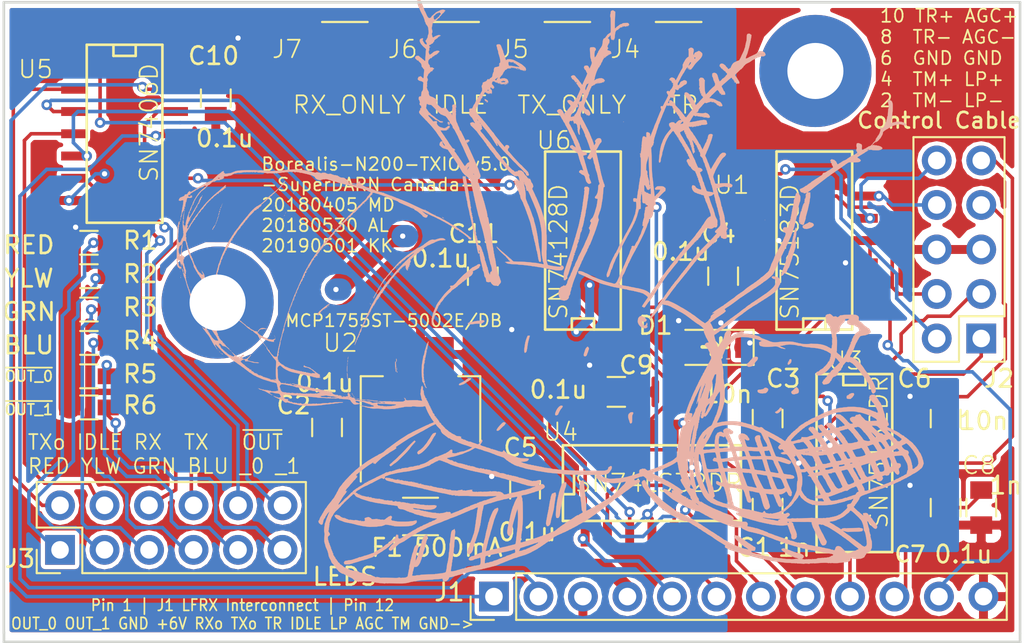
<source format=kicad_pcb>
(kicad_pcb (version 4) (host pcbnew 4.0.7)

  (general
    (links 112)
    (no_connects 0)
    (area 58.728191 73.701499 117.514858 110.361801)
    (thickness 1.6)
    (drawings 62)
    (tracks 527)
    (zones 0)
    (modules 35)
    (nets 47)
  )

  (page A4)
  (layers
    (0 F.Cu signal)
    (31 B.Cu signal)
    (32 B.Adhes user hide)
    (33 F.Adhes user hide)
    (34 B.Paste user)
    (35 F.Paste user)
    (36 B.SilkS user)
    (37 F.SilkS user)
    (38 B.Mask user)
    (39 F.Mask user)
    (40 Dwgs.User user)
    (41 Cmts.User user)
    (42 Eco1.User user hide)
    (43 Eco2.User user hide)
    (44 Edge.Cuts user)
    (45 Margin user)
    (46 B.CrtYd user)
    (47 F.CrtYd user)
    (48 B.Fab user)
    (49 F.Fab user)
  )

  (setup
    (last_trace_width 0.25)
    (user_trace_width 0.2032)
    (user_trace_width 0.508)
    (user_trace_width 0.762)
    (user_trace_width 1.016)
    (user_trace_width 1.27)
    (user_trace_width 2.54)
    (trace_clearance 0.2)
    (zone_clearance 0.25)
    (zone_45_only no)
    (trace_min 0.2)
    (segment_width 0.2)
    (edge_width 0.15)
    (via_size 0.6)
    (via_drill 0.3)
    (via_min_size 0.6)
    (via_min_drill 0.3)
    (uvia_size 0.3)
    (uvia_drill 0.1)
    (uvias_allowed no)
    (uvia_min_size 0)
    (uvia_min_drill 0)
    (pcb_text_width 0.3)
    (pcb_text_size 1.5 1.5)
    (mod_edge_width 0.15)
    (mod_text_size 1 1)
    (mod_text_width 0.0992)
    (pad_size 1.524 1.524)
    (pad_drill 0.762)
    (pad_to_mask_clearance 0.0508)
    (aux_axis_origin 0 0)
    (visible_elements FFFFFFFF)
    (pcbplotparams
      (layerselection 0x01038_80000001)
      (usegerberextensions false)
      (excludeedgelayer true)
      (linewidth 0.100000)
      (plotframeref false)
      (viasonmask false)
      (mode 1)
      (useauxorigin false)
      (hpglpennumber 1)
      (hpglpenspeed 20)
      (hpglpendiameter 15)
      (hpglpenoverlay 2)
      (psnegative false)
      (psa4output false)
      (plotreference true)
      (plotvalue true)
      (plotinvisibletext false)
      (padsonsilk false)
      (subtractmaskfromsilk false)
      (outputformat 1)
      (mirror false)
      (drillshape 0)
      (scaleselection 1)
      (outputdirectory ./))
  )

  (net 0 "")
  (net 1 GND)
  (net 2 "Net-(C1-Pad1)")
  (net 3 "Net-(C2-Pad1)")
  (net 4 "Net-(C3-Pad1)")
  (net 5 /LOW_PWR-)
  (net 6 +5V)
  (net 7 "Net-(C6-Pad1)")
  (net 8 /AGC_STATUS-)
  (net 9 "Net-(C8-Pad1)")
  (net 10 +6V)
  (net 11 /ATR_RX_ONLY)
  (net 12 /ATR_TX_ONLY)
  (net 13 /ATR_TX+RX)
  (net 14 /ATR_IDLE)
  (net 15 /LOW_PWR)
  (net 16 /AGC_STATUS)
  (net 17 /TEST_MODE)
  (net 18 /TEST_MODE-)
  (net 19 /LOW_PWR+)
  (net 20 /TEST_MODE+)
  (net 21 /TR-)
  (net 22 /AGC_STATUS+)
  (net 23 /TR+)
  (net 24 "Net-(J3-Pad1)")
  (net 25 /TX_ONLY_LED)
  (net 26 "Net-(J3-Pad3)")
  (net 27 /IDLE_LED)
  (net 28 "Net-(J3-Pad5)")
  (net 29 /RX_LED)
  (net 30 "Net-(J3-Pad7)")
  (net 31 /TX_LED)
  (net 32 /TR_SMA)
  (net 33 /TX_ONLY_SMA)
  (net 34 /IDLE_SMA)
  (net 35 /RX_ONLY_SMA)
  (net 36 /TR)
  (net 37 /RX)
  (net 38 /TX)
  (net 39 /IDLE)
  (net 40 VCC)
  (net 41 /OUT_0)
  (net 42 /OUT_1)
  (net 43 "Net-(J3-Pad9)")
  (net 44 "Net-(J3-Pad11)")
  (net 45 /~OUT_0)
  (net 46 /~OUT_1)

  (net_class Default "This is the default net class."
    (clearance 0.2)
    (trace_width 0.25)
    (via_dia 0.6)
    (via_drill 0.3)
    (uvia_dia 0.3)
    (uvia_drill 0.1)
    (add_net +5V)
    (add_net +6V)
    (add_net /AGC_STATUS)
    (add_net /AGC_STATUS+)
    (add_net /AGC_STATUS-)
    (add_net /ATR_IDLE)
    (add_net /ATR_RX_ONLY)
    (add_net /ATR_TX+RX)
    (add_net /ATR_TX_ONLY)
    (add_net /IDLE)
    (add_net /IDLE_LED)
    (add_net /IDLE_SMA)
    (add_net /LOW_PWR)
    (add_net /LOW_PWR+)
    (add_net /LOW_PWR-)
    (add_net /OUT_0)
    (add_net /OUT_1)
    (add_net /RX)
    (add_net /RX_LED)
    (add_net /RX_ONLY_SMA)
    (add_net /TEST_MODE)
    (add_net /TEST_MODE+)
    (add_net /TEST_MODE-)
    (add_net /TR)
    (add_net /TR+)
    (add_net /TR-)
    (add_net /TR_SMA)
    (add_net /TX)
    (add_net /TX_LED)
    (add_net /TX_ONLY_LED)
    (add_net /TX_ONLY_SMA)
    (add_net /~OUT_0)
    (add_net /~OUT_1)
    (add_net GND)
    (add_net "Net-(C1-Pad1)")
    (add_net "Net-(C2-Pad1)")
    (add_net "Net-(C3-Pad1)")
    (add_net "Net-(C6-Pad1)")
    (add_net "Net-(C8-Pad1)")
    (add_net "Net-(J3-Pad1)")
    (add_net "Net-(J3-Pad11)")
    (add_net "Net-(J3-Pad3)")
    (add_net "Net-(J3-Pad5)")
    (add_net "Net-(J3-Pad7)")
    (add_net "Net-(J3-Pad9)")
    (add_net VCC)
  )

  (module Mounting_Holes:MountingHole_3.2mm_M3_Pad locked (layer F.Cu) (tedit 5CABC069) (tstamp 5B0F5568)
    (at 105.3425 77.6965)
    (descr "Mounting Hole 3.2mm, M3")
    (tags "mounting hole 3.2mm m3")
    (attr virtual)
    (fp_text reference REF** (at 0.258 -0.036) (layer F.SilkS) hide
      (effects (font (size 1 1) (thickness 0.0992)))
    )
    (fp_text value MountingHole_3.2mm_M3_Pad (at 0.8295 0.0275) (layer F.Fab) hide
      (effects (font (size 1 1) (thickness 0.0992)))
    )
    (fp_text user %R (at 0.3 0) (layer F.Fab) hide
      (effects (font (size 1 1) (thickness 0.0992)))
    )
    (fp_circle (center 0 0) (end 3.2 0) (layer Cmts.User) (width 0.15))
    (fp_circle (center 0 0) (end 3.45 0) (layer F.CrtYd) (width 0.05))
    (pad 1 thru_hole circle (at 0 0) (size 6.4 6.4) (drill 3.2) (layers *.Cu *.Mask))
  )

  (module Mounting_Holes:MountingHole_3.2mm_M3_Pad locked (layer F.Cu) (tedit 5CABC072) (tstamp 5B0F5574)
    (at 71.2225 90.9165)
    (descr "Mounting Hole 3.2mm, M3")
    (tags "mounting hole 3.2mm m3")
    (attr virtual)
    (fp_text reference REF** (at 0.342 -0.048) (layer F.SilkS) hide
      (effects (font (size 1 1) (thickness 0.0992)))
    )
    (fp_text value MountingHole_3.2mm_M3_Pad (at -0.1025 0.1425) (layer F.Fab) hide
      (effects (font (size 1 1) (thickness 0.0992)))
    )
    (fp_text user %R (at 0.3 0) (layer F.Fab) hide
      (effects (font (size 1 1) (thickness 0.0992)))
    )
    (fp_circle (center 0 0) (end 3.2 0) (layer Cmts.User) (width 0.15))
    (fp_circle (center 0 0) (end 3.45 0) (layer F.CrtYd) (width 0.05))
    (pad 1 thru_hole circle (at 0 0) (size 6.4 6.4) (drill 3.2) (layers *.Cu *.Mask))
  )

  (module "U.FL-R-SMT_01_:HRS_U.FL-R-SMT(01)" (layer F.Cu) (tedit 5CAF9DF3) (tstamp 5CA7CE78)
    (at 97.536 76.2)
    (path /5CA827BF)
    (attr smd)
    (fp_text reference J4 (at -3.048 0.254) (layer F.SilkS)
      (effects (font (size 1 1) (thickness 0.0992)))
    )
    (fp_text value TR (at 0.254 3.429) (layer F.SilkS)
      (effects (font (size 1 1) (thickness 0.0992)))
    )
    (fp_line (start -1.3 1.3) (end -1.3 0.87) (layer Dwgs.User) (width 0.127))
    (fp_line (start -1.3 0.87) (end -1.3 -1.3) (layer Dwgs.User) (width 0.127))
    (fp_line (start 1.3 -1.3) (end 1.3 1.3) (layer Dwgs.User) (width 0.127))
    (fp_circle (center 0.01 -0.01) (end 0.342412 -0.01) (layer Dwgs.User) (width 0.127))
    (fp_circle (center 0 -0.01) (end 0.551541 -0.01) (layer Dwgs.User) (width 0.127))
    (fp_line (start 1.38 -0.87) (end 1.57 -0.87) (layer Dwgs.User) (width 0.127))
    (fp_line (start 1.57 -0.87) (end 1.57 0.87) (layer Dwgs.User) (width 0.127))
    (fp_line (start 1.57 0.87) (end 1.34 0.87) (layer Dwgs.User) (width 0.127))
    (fp_line (start 1.34 0.9) (end 1.34 0.91) (layer Dwgs.User) (width 0.127))
    (fp_line (start -1.57 -0.87) (end -1.57 0.87) (layer Dwgs.User) (width 0.127))
    (fp_line (start -1.57 -0.87) (end -1.33 -0.87) (layer Dwgs.User) (width 0.127))
    (fp_line (start -1.33 -0.87) (end -1.33 -0.88) (layer Dwgs.User) (width 0.127))
    (fp_line (start -2.3 -1.6) (end -2.3 2.4) (layer Dwgs.User) (width 0.05))
    (fp_line (start -2.3 2.4) (end 2.3 2.4) (layer Dwgs.User) (width 0.05))
    (fp_line (start 2.3 2.4) (end 2.3 -1.6) (layer Dwgs.User) (width 0.05))
    (fp_line (start 2.3 -1.6) (end -2.3 -1.6) (layer Dwgs.User) (width 0.05))
    (fp_line (start -1.3 1.3) (end 1.3 1.3) (layer Dwgs.User) (width 0.127))
    (fp_line (start -1.3 -1.3) (end 1.3 -1.3) (layer Dwgs.User) (width 0.127))
    (fp_line (start 1.3 -1.3) (end -1.3 -1.3) (layer F.SilkS) (width 0.127))
    (fp_line (start -1.57 0.87) (end -1.3 0.87) (layer Dwgs.User) (width 0.127))
    (fp_poly (pts (xy -0.904351 -1.15) (xy 0.9 -1.15) (xy 0.9 0.964641) (xy -0.904351 0.964641)) (layer Dwgs.User) (width 0.381))
    (pad 1 smd rect (at -1.475 0) (size 1.1 2.25) (layers F.Cu F.Paste F.Mask)
      (net 1 GND))
    (pad 2 smd rect (at 1.475 0) (size 1.1 2.25) (layers F.Cu F.Paste F.Mask)
      (net 1 GND))
    (pad 3 smd rect (at 0 1.55) (size 1.05 1.1) (layers F.Cu F.Paste F.Mask)
      (net 32 /TR_SMA))
  )

  (module "U.FL-R-SMT_01_:HRS_U.FL-R-SMT(01)" (layer F.Cu) (tedit 5CAF9DE7) (tstamp 5CA7CE7F)
    (at 91.186 76.2)
    (path /5CA82245)
    (attr smd)
    (fp_text reference J5 (at -3.048 0.254) (layer F.SilkS)
      (effects (font (size 1 1) (thickness 0.0992)))
    )
    (fp_text value TX_ONLY (at 0.254 3.429) (layer F.SilkS)
      (effects (font (size 1 1) (thickness 0.0992)))
    )
    (fp_line (start -1.3 1.3) (end -1.3 0.87) (layer Dwgs.User) (width 0.127))
    (fp_line (start -1.3 0.87) (end -1.3 -1.3) (layer Dwgs.User) (width 0.127))
    (fp_line (start 1.3 -1.3) (end 1.3 1.3) (layer Dwgs.User) (width 0.127))
    (fp_circle (center 0.01 -0.01) (end 0.342412 -0.01) (layer Dwgs.User) (width 0.127))
    (fp_circle (center 0 -0.01) (end 0.551541 -0.01) (layer Dwgs.User) (width 0.127))
    (fp_line (start 1.38 -0.87) (end 1.57 -0.87) (layer Dwgs.User) (width 0.127))
    (fp_line (start 1.57 -0.87) (end 1.57 0.87) (layer Dwgs.User) (width 0.127))
    (fp_line (start 1.57 0.87) (end 1.34 0.87) (layer Dwgs.User) (width 0.127))
    (fp_line (start 1.34 0.9) (end 1.34 0.91) (layer Dwgs.User) (width 0.127))
    (fp_line (start -1.57 -0.87) (end -1.57 0.87) (layer Dwgs.User) (width 0.127))
    (fp_line (start -1.57 -0.87) (end -1.33 -0.87) (layer Dwgs.User) (width 0.127))
    (fp_line (start -1.33 -0.87) (end -1.33 -0.88) (layer Dwgs.User) (width 0.127))
    (fp_line (start -2.3 -1.6) (end -2.3 2.4) (layer Dwgs.User) (width 0.05))
    (fp_line (start -2.3 2.4) (end 2.3 2.4) (layer Dwgs.User) (width 0.05))
    (fp_line (start 2.3 2.4) (end 2.3 -1.6) (layer Dwgs.User) (width 0.05))
    (fp_line (start 2.3 -1.6) (end -2.3 -1.6) (layer Dwgs.User) (width 0.05))
    (fp_line (start -1.3 1.3) (end 1.3 1.3) (layer Dwgs.User) (width 0.127))
    (fp_line (start -1.3 -1.3) (end 1.3 -1.3) (layer Dwgs.User) (width 0.127))
    (fp_line (start 1.3 -1.3) (end -1.3 -1.3) (layer F.SilkS) (width 0.127))
    (fp_line (start -1.57 0.87) (end -1.3 0.87) (layer Dwgs.User) (width 0.127))
    (fp_poly (pts (xy -0.904351 -1.15) (xy 0.9 -1.15) (xy 0.9 0.964641) (xy -0.904351 0.964641)) (layer Dwgs.User) (width 0.381))
    (pad 1 smd rect (at -1.475 0) (size 1.1 2.25) (layers F.Cu F.Paste F.Mask)
      (net 1 GND))
    (pad 2 smd rect (at 1.475 0) (size 1.1 2.25) (layers F.Cu F.Paste F.Mask)
      (net 1 GND))
    (pad 3 smd rect (at 0 1.55) (size 1.05 1.1) (layers F.Cu F.Paste F.Mask)
      (net 33 /TX_ONLY_SMA))
  )

  (module "U.FL-R-SMT_01_:HRS_U.FL-R-SMT(01)" (layer F.Cu) (tedit 5CAF9DE2) (tstamp 5CA7CE86)
    (at 84.836 76.2)
    (path /5CA8252B)
    (attr smd)
    (fp_text reference J6 (at -3.048 0.254) (layer F.SilkS)
      (effects (font (size 1 1) (thickness 0.0992)))
    )
    (fp_text value IDLE (at 0.254 3.429) (layer F.SilkS)
      (effects (font (size 1 1) (thickness 0.0992)))
    )
    (fp_line (start -1.3 1.3) (end -1.3 0.87) (layer Dwgs.User) (width 0.127))
    (fp_line (start -1.3 0.87) (end -1.3 -1.3) (layer Dwgs.User) (width 0.127))
    (fp_line (start 1.3 -1.3) (end 1.3 1.3) (layer Dwgs.User) (width 0.127))
    (fp_circle (center 0.01 -0.01) (end 0.342412 -0.01) (layer Dwgs.User) (width 0.127))
    (fp_circle (center 0 -0.01) (end 0.551541 -0.01) (layer Dwgs.User) (width 0.127))
    (fp_line (start 1.38 -0.87) (end 1.57 -0.87) (layer Dwgs.User) (width 0.127))
    (fp_line (start 1.57 -0.87) (end 1.57 0.87) (layer Dwgs.User) (width 0.127))
    (fp_line (start 1.57 0.87) (end 1.34 0.87) (layer Dwgs.User) (width 0.127))
    (fp_line (start 1.34 0.9) (end 1.34 0.91) (layer Dwgs.User) (width 0.127))
    (fp_line (start -1.57 -0.87) (end -1.57 0.87) (layer Dwgs.User) (width 0.127))
    (fp_line (start -1.57 -0.87) (end -1.33 -0.87) (layer Dwgs.User) (width 0.127))
    (fp_line (start -1.33 -0.87) (end -1.33 -0.88) (layer Dwgs.User) (width 0.127))
    (fp_line (start -2.3 -1.6) (end -2.3 2.4) (layer Dwgs.User) (width 0.05))
    (fp_line (start -2.3 2.4) (end 2.3 2.4) (layer Dwgs.User) (width 0.05))
    (fp_line (start 2.3 2.4) (end 2.3 -1.6) (layer Dwgs.User) (width 0.05))
    (fp_line (start 2.3 -1.6) (end -2.3 -1.6) (layer Dwgs.User) (width 0.05))
    (fp_line (start -1.3 1.3) (end 1.3 1.3) (layer Dwgs.User) (width 0.127))
    (fp_line (start -1.3 -1.3) (end 1.3 -1.3) (layer Dwgs.User) (width 0.127))
    (fp_line (start 1.3 -1.3) (end -1.3 -1.3) (layer F.SilkS) (width 0.127))
    (fp_line (start -1.57 0.87) (end -1.3 0.87) (layer Dwgs.User) (width 0.127))
    (fp_poly (pts (xy -0.904351 -1.15) (xy 0.9 -1.15) (xy 0.9 0.964641) (xy -0.904351 0.964641)) (layer Dwgs.User) (width 0.381))
    (pad 1 smd rect (at -1.475 0) (size 1.1 2.25) (layers F.Cu F.Paste F.Mask)
      (net 1 GND))
    (pad 2 smd rect (at 1.475 0) (size 1.1 2.25) (layers F.Cu F.Paste F.Mask)
      (net 1 GND))
    (pad 3 smd rect (at 0 1.55) (size 1.05 1.1) (layers F.Cu F.Paste F.Mask)
      (net 34 /IDLE_SMA))
  )

  (module "U.FL-R-SMT_01_:HRS_U.FL-R-SMT(01)" (layer F.Cu) (tedit 5CAF9DD8) (tstamp 5CA7CE8D)
    (at 78.486 76.2)
    (path /5CA8270B)
    (attr smd)
    (fp_text reference J7 (at -3.302 0.254) (layer F.SilkS)
      (effects (font (size 1 1) (thickness 0.0992)))
    )
    (fp_text value RX_ONLY (at 0.254 3.429) (layer F.SilkS)
      (effects (font (size 1 1) (thickness 0.0992)))
    )
    (fp_line (start -1.3 1.3) (end -1.3 0.87) (layer Dwgs.User) (width 0.127))
    (fp_line (start -1.3 0.87) (end -1.3 -1.3) (layer Dwgs.User) (width 0.127))
    (fp_line (start 1.3 -1.3) (end 1.3 1.3) (layer Dwgs.User) (width 0.127))
    (fp_circle (center 0.01 -0.01) (end 0.342412 -0.01) (layer Dwgs.User) (width 0.127))
    (fp_circle (center 0 -0.01) (end 0.551541 -0.01) (layer Dwgs.User) (width 0.127))
    (fp_line (start 1.38 -0.87) (end 1.57 -0.87) (layer Dwgs.User) (width 0.127))
    (fp_line (start 1.57 -0.87) (end 1.57 0.87) (layer Dwgs.User) (width 0.127))
    (fp_line (start 1.57 0.87) (end 1.34 0.87) (layer Dwgs.User) (width 0.127))
    (fp_line (start 1.34 0.9) (end 1.34 0.91) (layer Dwgs.User) (width 0.127))
    (fp_line (start -1.57 -0.87) (end -1.57 0.87) (layer Dwgs.User) (width 0.127))
    (fp_line (start -1.57 -0.87) (end -1.33 -0.87) (layer Dwgs.User) (width 0.127))
    (fp_line (start -1.33 -0.87) (end -1.33 -0.88) (layer Dwgs.User) (width 0.127))
    (fp_line (start -2.3 -1.6) (end -2.3 2.4) (layer Dwgs.User) (width 0.05))
    (fp_line (start -2.3 2.4) (end 2.3 2.4) (layer Dwgs.User) (width 0.05))
    (fp_line (start 2.3 2.4) (end 2.3 -1.6) (layer Dwgs.User) (width 0.05))
    (fp_line (start 2.3 -1.6) (end -2.3 -1.6) (layer Dwgs.User) (width 0.05))
    (fp_line (start -1.3 1.3) (end 1.3 1.3) (layer Dwgs.User) (width 0.127))
    (fp_line (start -1.3 -1.3) (end 1.3 -1.3) (layer Dwgs.User) (width 0.127))
    (fp_line (start 1.3 -1.3) (end -1.3 -1.3) (layer F.SilkS) (width 0.127))
    (fp_line (start -1.57 0.87) (end -1.3 0.87) (layer Dwgs.User) (width 0.127))
    (fp_poly (pts (xy -0.904351 -1.15) (xy 0.9 -1.15) (xy 0.9 0.964641) (xy -0.904351 0.964641)) (layer Dwgs.User) (width 0.381))
    (pad 1 smd rect (at -1.475 0) (size 1.1 2.25) (layers F.Cu F.Paste F.Mask)
      (net 1 GND))
    (pad 2 smd rect (at 1.475 0) (size 1.1 2.25) (layers F.Cu F.Paste F.Mask)
      (net 1 GND))
    (pad 3 smd rect (at 0 1.55) (size 1.05 1.1) (layers F.Cu F.Paste F.Mask)
      (net 35 /RX_ONLY_SMA))
  )

  (module TO_SOT_Packages_SMD:SOT-223-3_TabPin2 (layer F.Cu) (tedit 5CC8C753) (tstamp 5CA7CEBF)
    (at 82.804 97.028 90)
    (descr "module CMS SOT223 4 pins")
    (tags "CMS SOT")
    (path /5CA7943F)
    (attr smd)
    (fp_text reference U2 (at 3.81 -4.572 180) (layer F.SilkS)
      (effects (font (size 1 1) (thickness 0.0992)))
    )
    (fp_text value MCP1755ST-5002E/DB (at 5.08 -1.524 180) (layer F.SilkS)
      (effects (font (size 0.7 0.7) (thickness 0.0992)))
    )
    (fp_text user %R (at 0 0 180) (layer F.Fab) hide
      (effects (font (size 1 1) (thickness 0.0992)))
    )
    (fp_line (start 1.91 3.41) (end 1.91 2.15) (layer F.SilkS) (width 0.12))
    (fp_line (start 1.91 -3.41) (end 1.91 -2.15) (layer F.SilkS) (width 0.12))
    (fp_line (start 4.4 -3.6) (end -4.4 -3.6) (layer F.CrtYd) (width 0.05))
    (fp_line (start 4.4 3.6) (end 4.4 -3.6) (layer F.CrtYd) (width 0.05))
    (fp_line (start -4.4 3.6) (end 4.4 3.6) (layer F.CrtYd) (width 0.05))
    (fp_line (start -4.4 -3.6) (end -4.4 3.6) (layer F.CrtYd) (width 0.05))
    (fp_line (start -1.85 -2.35) (end -0.85 -3.35) (layer F.Fab) (width 0.1))
    (fp_line (start -1.85 -2.35) (end -1.85 3.35) (layer F.Fab) (width 0.1))
    (fp_line (start -1.85 3.41) (end 1.91 3.41) (layer F.SilkS) (width 0.12))
    (fp_line (start -0.85 -3.35) (end 1.85 -3.35) (layer F.Fab) (width 0.1))
    (fp_line (start -4.1 -3.41) (end 1.91 -3.41) (layer F.SilkS) (width 0.12))
    (fp_line (start -1.85 3.35) (end 1.85 3.35) (layer F.Fab) (width 0.1))
    (fp_line (start 1.85 -3.35) (end 1.85 3.35) (layer F.Fab) (width 0.1))
    (pad 2 smd rect (at 3.15 0 90) (size 2 3.8) (layers F.Cu F.Paste F.Mask)
      (net 1 GND))
    (pad 2 smd rect (at -3.15 0 90) (size 2 1.5) (layers F.Cu F.Paste F.Mask)
      (net 1 GND))
    (pad 3 smd rect (at -3.15 2.3 90) (size 2 1.5) (layers F.Cu F.Paste F.Mask)
      (net 6 +5V))
    (pad 1 smd rect (at -3.15 -2.3 90) (size 2 1.5) (layers F.Cu F.Paste F.Mask)
      (net 3 "Net-(C2-Pad1)"))
    (model ${KISYS3DMOD}/TO_SOT_Packages_SMD.3dshapes/SOT-223.wrl
      (at (xyz 0 0 0))
      (scale (xyz 1 1 1))
      (rotate (xyz 0 0 0))
    )
  )

  (module Diodes_SMD:D_SOD-123 (layer F.Cu) (tedit 5CAE68B2) (tstamp 5CAE60F3)
    (at 99.568 93.472 180)
    (descr SOD-123)
    (tags SOD-123)
    (path /5CAE5EFB)
    (attr smd)
    (fp_text reference D1 (at 3.3528 1.2446 180) (layer F.SilkS)
      (effects (font (size 1 1) (thickness 0.15)))
    )
    (fp_text value BAT46W (at -0.9906 -0.0254 180) (layer F.Fab) hide
      (effects (font (size 1 1) (thickness 0.15)))
    )
    (fp_text user %R (at -0.0508 0 180) (layer F.Fab) hide
      (effects (font (size 1 1) (thickness 0.15)))
    )
    (fp_line (start -2.25 -1) (end -2.25 1) (layer F.SilkS) (width 0.12))
    (fp_line (start 0.25 0) (end 0.75 0) (layer F.Fab) (width 0.1))
    (fp_line (start 0.25 0.4) (end -0.35 0) (layer F.Fab) (width 0.1))
    (fp_line (start 0.25 -0.4) (end 0.25 0.4) (layer F.Fab) (width 0.1))
    (fp_line (start -0.35 0) (end 0.25 -0.4) (layer F.Fab) (width 0.1))
    (fp_line (start -0.35 0) (end -0.35 0.55) (layer F.Fab) (width 0.1))
    (fp_line (start -0.35 0) (end -0.35 -0.55) (layer F.Fab) (width 0.1))
    (fp_line (start -0.75 0) (end -0.35 0) (layer F.Fab) (width 0.1))
    (fp_line (start -1.4 0.9) (end -1.4 -0.9) (layer F.Fab) (width 0.1))
    (fp_line (start 1.4 0.9) (end -1.4 0.9) (layer F.Fab) (width 0.1))
    (fp_line (start 1.4 -0.9) (end 1.4 0.9) (layer F.Fab) (width 0.1))
    (fp_line (start -1.4 -0.9) (end 1.4 -0.9) (layer F.Fab) (width 0.1))
    (fp_line (start -2.35 -1.15) (end 2.35 -1.15) (layer F.CrtYd) (width 0.05))
    (fp_line (start 2.35 -1.15) (end 2.35 1.15) (layer F.CrtYd) (width 0.05))
    (fp_line (start 2.35 1.15) (end -2.35 1.15) (layer F.CrtYd) (width 0.05))
    (fp_line (start -2.35 -1.15) (end -2.35 1.15) (layer F.CrtYd) (width 0.05))
    (fp_line (start -2.25 1) (end 1.65 1) (layer F.SilkS) (width 0.12))
    (fp_line (start -2.25 -1) (end 1.65 -1) (layer F.SilkS) (width 0.12))
    (pad 1 smd rect (at -1.65 0 180) (size 0.9 1.2) (layers F.Cu F.Paste F.Mask)
      (net 40 VCC))
    (pad 2 smd rect (at 1.65 0 180) (size 0.9 1.2) (layers F.Cu F.Paste F.Mask)
      (net 6 +5V))
    (model ${KISYS3DMOD}/Diodes_SMD.3dshapes/D_SOD-123.wrl
      (at (xyz 0 0 0))
      (scale (xyz 1 1 1))
      (rotate (xyz 0 0 0))
    )
  )

  (module Capacitors_SMD:C_0805 (layer F.Cu) (tedit 5CC8AF45) (tstamp 5CC8A62B)
    (at 102.616 102.616 270)
    (descr "Capacitor SMD 0805, reflow soldering, AVX (see smccp.pdf)")
    (tags "capacitor 0805")
    (path /5CA8F21A)
    (attr smd)
    (fp_text reference C1 (at 2.286 0.762 360) (layer F.SilkS)
      (effects (font (size 1 1) (thickness 0.15)))
    )
    (fp_text value 1n (at 2.286 -1.524 360) (layer F.SilkS)
      (effects (font (size 1 1) (thickness 0.15)))
    )
    (fp_line (start -1 0.62) (end -1 -0.62) (layer F.Fab) (width 0.1))
    (fp_line (start 1 0.62) (end -1 0.62) (layer F.Fab) (width 0.1))
    (fp_line (start 1 -0.62) (end 1 0.62) (layer F.Fab) (width 0.1))
    (fp_line (start -1 -0.62) (end 1 -0.62) (layer F.Fab) (width 0.1))
    (fp_line (start 0.5 -0.85) (end -0.5 -0.85) (layer F.SilkS) (width 0.12))
    (fp_line (start -0.5 0.85) (end 0.5 0.85) (layer F.SilkS) (width 0.12))
    (fp_line (start -1.75 -0.88) (end 1.75 -0.88) (layer F.CrtYd) (width 0.05))
    (fp_line (start -1.75 -0.88) (end -1.75 0.87) (layer F.CrtYd) (width 0.05))
    (fp_line (start 1.75 0.87) (end 1.75 -0.88) (layer F.CrtYd) (width 0.05))
    (fp_line (start 1.75 0.87) (end -1.75 0.87) (layer F.CrtYd) (width 0.05))
    (pad 1 smd rect (at -1 0 270) (size 1 1.25) (layers F.Cu F.Paste F.Mask)
      (net 2 "Net-(C1-Pad1)"))
    (pad 2 smd rect (at 1 0 270) (size 1 1.25) (layers F.Cu F.Paste F.Mask)
      (net 1 GND))
    (model Capacitors_SMD.3dshapes/C_0805.wrl
      (at (xyz 0 0 0))
      (scale (xyz 1 1 1))
      (rotate (xyz 0 0 0))
    )
  )

  (module Capacitors_SMD:C_0805 (layer F.Cu) (tedit 5CC9F195) (tstamp 5CC8A630)
    (at 77.47 98.044 90)
    (descr "Capacitor SMD 0805, reflow soldering, AVX (see smccp.pdf)")
    (tags "capacitor 0805")
    (path /5CA79B60)
    (attr smd)
    (fp_text reference C2 (at 1.27 -1.905 180) (layer F.SilkS)
      (effects (font (size 1 1) (thickness 0.15)))
    )
    (fp_text value 0.1u (at 2.54 -0.127 180) (layer F.SilkS)
      (effects (font (size 1 1) (thickness 0.15)))
    )
    (fp_line (start -1 0.62) (end -1 -0.62) (layer F.Fab) (width 0.1))
    (fp_line (start 1 0.62) (end -1 0.62) (layer F.Fab) (width 0.1))
    (fp_line (start 1 -0.62) (end 1 0.62) (layer F.Fab) (width 0.1))
    (fp_line (start -1 -0.62) (end 1 -0.62) (layer F.Fab) (width 0.1))
    (fp_line (start 0.5 -0.85) (end -0.5 -0.85) (layer F.SilkS) (width 0.12))
    (fp_line (start -0.5 0.85) (end 0.5 0.85) (layer F.SilkS) (width 0.12))
    (fp_line (start -1.75 -0.88) (end 1.75 -0.88) (layer F.CrtYd) (width 0.05))
    (fp_line (start -1.75 -0.88) (end -1.75 0.87) (layer F.CrtYd) (width 0.05))
    (fp_line (start 1.75 0.87) (end 1.75 -0.88) (layer F.CrtYd) (width 0.05))
    (fp_line (start 1.75 0.87) (end -1.75 0.87) (layer F.CrtYd) (width 0.05))
    (pad 1 smd rect (at -1 0 90) (size 1 1.25) (layers F.Cu F.Paste F.Mask)
      (net 3 "Net-(C2-Pad1)"))
    (pad 2 smd rect (at 1 0 90) (size 1 1.25) (layers F.Cu F.Paste F.Mask)
      (net 1 GND))
    (model Capacitors_SMD.3dshapes/C_0805.wrl
      (at (xyz 0 0 0))
      (scale (xyz 1 1 1))
      (rotate (xyz 0 0 0))
    )
  )

  (module Capacitors_SMD:C_0805 (layer F.Cu) (tedit 5CC9F73A) (tstamp 5CC8A635)
    (at 102.616 97.536 90)
    (descr "Capacitor SMD 0805, reflow soldering, AVX (see smccp.pdf)")
    (tags "capacitor 0805")
    (path /5CA9212A)
    (attr smd)
    (fp_text reference C3 (at 2.286 0.889 180) (layer F.SilkS)
      (effects (font (size 1 1) (thickness 0.15)))
    )
    (fp_text value 10n (at 1.397 -2.286 180) (layer F.SilkS)
      (effects (font (size 1 1) (thickness 0.15)))
    )
    (fp_line (start -1 0.62) (end -1 -0.62) (layer F.Fab) (width 0.1))
    (fp_line (start 1 0.62) (end -1 0.62) (layer F.Fab) (width 0.1))
    (fp_line (start 1 -0.62) (end 1 0.62) (layer F.Fab) (width 0.1))
    (fp_line (start -1 -0.62) (end 1 -0.62) (layer F.Fab) (width 0.1))
    (fp_line (start 0.5 -0.85) (end -0.5 -0.85) (layer F.SilkS) (width 0.12))
    (fp_line (start -0.5 0.85) (end 0.5 0.85) (layer F.SilkS) (width 0.12))
    (fp_line (start -1.75 -0.88) (end 1.75 -0.88) (layer F.CrtYd) (width 0.05))
    (fp_line (start -1.75 -0.88) (end -1.75 0.87) (layer F.CrtYd) (width 0.05))
    (fp_line (start 1.75 0.87) (end 1.75 -0.88) (layer F.CrtYd) (width 0.05))
    (fp_line (start 1.75 0.87) (end -1.75 0.87) (layer F.CrtYd) (width 0.05))
    (pad 1 smd rect (at -1 0 90) (size 1 1.25) (layers F.Cu F.Paste F.Mask)
      (net 4 "Net-(C3-Pad1)"))
    (pad 2 smd rect (at 1 0 90) (size 1 1.25) (layers F.Cu F.Paste F.Mask)
      (net 5 /LOW_PWR-))
    (model Capacitors_SMD.3dshapes/C_0805.wrl
      (at (xyz 0 0 0))
      (scale (xyz 1 1 1))
      (rotate (xyz 0 0 0))
    )
  )

  (module Capacitors_SMD:C_0805 (layer F.Cu) (tedit 5CC8AED6) (tstamp 5CC8A63A)
    (at 100.076 89.408 90)
    (descr "Capacitor SMD 0805, reflow soldering, AVX (see smccp.pdf)")
    (tags "capacitor 0805")
    (path /5CA880C0)
    (attr smd)
    (fp_text reference C4 (at 2.413 -0.254 180) (layer F.SilkS)
      (effects (font (size 1 1) (thickness 0.15)))
    )
    (fp_text value 0.1u (at 1.397 -2.413 180) (layer F.SilkS)
      (effects (font (size 1 1) (thickness 0.15)))
    )
    (fp_line (start -1 0.62) (end -1 -0.62) (layer F.Fab) (width 0.1))
    (fp_line (start 1 0.62) (end -1 0.62) (layer F.Fab) (width 0.1))
    (fp_line (start 1 -0.62) (end 1 0.62) (layer F.Fab) (width 0.1))
    (fp_line (start -1 -0.62) (end 1 -0.62) (layer F.Fab) (width 0.1))
    (fp_line (start 0.5 -0.85) (end -0.5 -0.85) (layer F.SilkS) (width 0.12))
    (fp_line (start -0.5 0.85) (end 0.5 0.85) (layer F.SilkS) (width 0.12))
    (fp_line (start -1.75 -0.88) (end 1.75 -0.88) (layer F.CrtYd) (width 0.05))
    (fp_line (start -1.75 -0.88) (end -1.75 0.87) (layer F.CrtYd) (width 0.05))
    (fp_line (start 1.75 0.87) (end 1.75 -0.88) (layer F.CrtYd) (width 0.05))
    (fp_line (start 1.75 0.87) (end -1.75 0.87) (layer F.CrtYd) (width 0.05))
    (pad 1 smd rect (at -1 0 90) (size 1 1.25) (layers F.Cu F.Paste F.Mask)
      (net 6 +5V))
    (pad 2 smd rect (at 1 0 90) (size 1 1.25) (layers F.Cu F.Paste F.Mask)
      (net 1 GND))
    (model Capacitors_SMD.3dshapes/C_0805.wrl
      (at (xyz 0 0 0))
      (scale (xyz 1 1 1))
      (rotate (xyz 0 0 0))
    )
  )

  (module Capacitors_SMD:C_0805 (layer F.Cu) (tedit 5CC8AF1C) (tstamp 5CC8A63F)
    (at 88.773 101.6 90)
    (descr "Capacitor SMD 0805, reflow soldering, AVX (see smccp.pdf)")
    (tags "capacitor 0805")
    (path /5CA79DA2)
    (attr smd)
    (fp_text reference C5 (at 2.413 -0.254 180) (layer F.SilkS)
      (effects (font (size 1 1) (thickness 0.15)))
    )
    (fp_text value 0.1u (at -2.413 0.127 180) (layer F.SilkS)
      (effects (font (size 1 1) (thickness 0.15)))
    )
    (fp_line (start -1 0.62) (end -1 -0.62) (layer F.Fab) (width 0.1))
    (fp_line (start 1 0.62) (end -1 0.62) (layer F.Fab) (width 0.1))
    (fp_line (start 1 -0.62) (end 1 0.62) (layer F.Fab) (width 0.1))
    (fp_line (start -1 -0.62) (end 1 -0.62) (layer F.Fab) (width 0.1))
    (fp_line (start 0.5 -0.85) (end -0.5 -0.85) (layer F.SilkS) (width 0.12))
    (fp_line (start -0.5 0.85) (end 0.5 0.85) (layer F.SilkS) (width 0.12))
    (fp_line (start -1.75 -0.88) (end 1.75 -0.88) (layer F.CrtYd) (width 0.05))
    (fp_line (start -1.75 -0.88) (end -1.75 0.87) (layer F.CrtYd) (width 0.05))
    (fp_line (start 1.75 0.87) (end 1.75 -0.88) (layer F.CrtYd) (width 0.05))
    (fp_line (start 1.75 0.87) (end -1.75 0.87) (layer F.CrtYd) (width 0.05))
    (pad 1 smd rect (at -1 0 90) (size 1 1.25) (layers F.Cu F.Paste F.Mask)
      (net 6 +5V))
    (pad 2 smd rect (at 1 0 90) (size 1 1.25) (layers F.Cu F.Paste F.Mask)
      (net 1 GND))
    (model Capacitors_SMD.3dshapes/C_0805.wrl
      (at (xyz 0 0 0))
      (scale (xyz 1 1 1))
      (rotate (xyz 0 0 0))
    )
  )

  (module Capacitors_SMD:C_0805 (layer F.Cu) (tedit 5CC8AFD7) (tstamp 5CC8A644)
    (at 112.776 97.536 90)
    (descr "Capacitor SMD 0805, reflow soldering, AVX (see smccp.pdf)")
    (tags "capacitor 0805")
    (path /5CA9262D)
    (attr smd)
    (fp_text reference C6 (at 2.286 -1.778 180) (layer F.SilkS)
      (effects (font (size 1 1) (thickness 0.15)))
    )
    (fp_text value 10n (at -0.127 2.159 180) (layer F.SilkS)
      (effects (font (size 1 1) (thickness 0.15)))
    )
    (fp_line (start -1 0.62) (end -1 -0.62) (layer F.Fab) (width 0.1))
    (fp_line (start 1 0.62) (end -1 0.62) (layer F.Fab) (width 0.1))
    (fp_line (start 1 -0.62) (end 1 0.62) (layer F.Fab) (width 0.1))
    (fp_line (start -1 -0.62) (end 1 -0.62) (layer F.Fab) (width 0.1))
    (fp_line (start 0.5 -0.85) (end -0.5 -0.85) (layer F.SilkS) (width 0.12))
    (fp_line (start -0.5 0.85) (end 0.5 0.85) (layer F.SilkS) (width 0.12))
    (fp_line (start -1.75 -0.88) (end 1.75 -0.88) (layer F.CrtYd) (width 0.05))
    (fp_line (start -1.75 -0.88) (end -1.75 0.87) (layer F.CrtYd) (width 0.05))
    (fp_line (start 1.75 0.87) (end 1.75 -0.88) (layer F.CrtYd) (width 0.05))
    (fp_line (start 1.75 0.87) (end -1.75 0.87) (layer F.CrtYd) (width 0.05))
    (pad 1 smd rect (at -1 0 90) (size 1 1.25) (layers F.Cu F.Paste F.Mask)
      (net 7 "Net-(C6-Pad1)"))
    (pad 2 smd rect (at 1 0 90) (size 1 1.25) (layers F.Cu F.Paste F.Mask)
      (net 8 /AGC_STATUS-))
    (model Capacitors_SMD.3dshapes/C_0805.wrl
      (at (xyz 0 0 0))
      (scale (xyz 1 1 1))
      (rotate (xyz 0 0 0))
    )
  )

  (module Capacitors_SMD:C_0805 (layer F.Cu) (tedit 5CC9F76A) (tstamp 5CC8A649)
    (at 112.776 102.616 270)
    (descr "Capacitor SMD 0805, reflow soldering, AVX (see smccp.pdf)")
    (tags "capacitor 0805")
    (path /5CA87CD4)
    (attr smd)
    (fp_text reference C7 (at 2.667 2.032 360) (layer F.SilkS)
      (effects (font (size 0.8984 0.8984) (thickness 0.15)))
    )
    (fp_text value 0.1u (at 2.667 -1.016 360) (layer F.SilkS)
      (effects (font (size 1 1) (thickness 0.15)))
    )
    (fp_line (start -1 0.62) (end -1 -0.62) (layer F.Fab) (width 0.1))
    (fp_line (start 1 0.62) (end -1 0.62) (layer F.Fab) (width 0.1))
    (fp_line (start 1 -0.62) (end 1 0.62) (layer F.Fab) (width 0.1))
    (fp_line (start -1 -0.62) (end 1 -0.62) (layer F.Fab) (width 0.1))
    (fp_line (start 0.5 -0.85) (end -0.5 -0.85) (layer F.SilkS) (width 0.12))
    (fp_line (start -0.5 0.85) (end 0.5 0.85) (layer F.SilkS) (width 0.12))
    (fp_line (start -1.75 -0.88) (end 1.75 -0.88) (layer F.CrtYd) (width 0.05))
    (fp_line (start -1.75 -0.88) (end -1.75 0.87) (layer F.CrtYd) (width 0.05))
    (fp_line (start 1.75 0.87) (end 1.75 -0.88) (layer F.CrtYd) (width 0.05))
    (fp_line (start 1.75 0.87) (end -1.75 0.87) (layer F.CrtYd) (width 0.05))
    (pad 1 smd rect (at -1 0 270) (size 1 1.25) (layers F.Cu F.Paste F.Mask)
      (net 40 VCC))
    (pad 2 smd rect (at 1 0 270) (size 1 1.25) (layers F.Cu F.Paste F.Mask)
      (net 1 GND))
    (model Capacitors_SMD.3dshapes/C_0805.wrl
      (at (xyz 0 0 0))
      (scale (xyz 1 1 1))
      (rotate (xyz 0 0 0))
    )
  )

  (module Capacitors_SMD:C_0805 (layer F.Cu) (tedit 5CC8AFB2) (tstamp 5CC8A64E)
    (at 114.808 102.616 270)
    (descr "Capacitor SMD 0805, reflow soldering, AVX (see smccp.pdf)")
    (tags "capacitor 0805")
    (path /5CA90D71)
    (attr smd)
    (fp_text reference C8 (at -2.413 0.127 360) (layer F.SilkS)
      (effects (font (size 1 1) (thickness 0.0992)))
    )
    (fp_text value 1n (at -1.27 -1.397 360) (layer F.SilkS)
      (effects (font (size 1 1) (thickness 0.15)))
    )
    (fp_line (start -1 0.62) (end -1 -0.62) (layer F.Fab) (width 0.1))
    (fp_line (start 1 0.62) (end -1 0.62) (layer F.Fab) (width 0.1))
    (fp_line (start 1 -0.62) (end 1 0.62) (layer F.Fab) (width 0.1))
    (fp_line (start -1 -0.62) (end 1 -0.62) (layer F.Fab) (width 0.1))
    (fp_line (start 0.5 -0.85) (end -0.5 -0.85) (layer F.SilkS) (width 0.12))
    (fp_line (start -0.5 0.85) (end 0.5 0.85) (layer F.SilkS) (width 0.12))
    (fp_line (start -1.75 -0.88) (end 1.75 -0.88) (layer F.CrtYd) (width 0.05))
    (fp_line (start -1.75 -0.88) (end -1.75 0.87) (layer F.CrtYd) (width 0.05))
    (fp_line (start 1.75 0.87) (end 1.75 -0.88) (layer F.CrtYd) (width 0.05))
    (fp_line (start 1.75 0.87) (end -1.75 0.87) (layer F.CrtYd) (width 0.05))
    (pad 1 smd rect (at -1 0 270) (size 1 1.25) (layers F.Cu F.Paste F.Mask)
      (net 9 "Net-(C8-Pad1)"))
    (pad 2 smd rect (at 1 0 270) (size 1 1.25) (layers F.Cu F.Paste F.Mask)
      (net 1 GND))
    (model Capacitors_SMD.3dshapes/C_0805.wrl
      (at (xyz 0 0 0))
      (scale (xyz 1 1 1))
      (rotate (xyz 0 0 0))
    )
  )

  (module Capacitors_SMD:C_0805 (layer F.Cu) (tedit 5CC8AEBE) (tstamp 5CC8A653)
    (at 93.98 96.012)
    (descr "Capacitor SMD 0805, reflow soldering, AVX (see smccp.pdf)")
    (tags "capacitor 0805")
    (path /5CA888D4)
    (attr smd)
    (fp_text reference C9 (at 1.143 -1.524) (layer F.SilkS)
      (effects (font (size 1 1) (thickness 0.15)))
    )
    (fp_text value 0.1u (at -3.302 -0.127) (layer F.SilkS)
      (effects (font (size 1 1) (thickness 0.15)))
    )
    (fp_line (start -1 0.62) (end -1 -0.62) (layer F.Fab) (width 0.1))
    (fp_line (start 1 0.62) (end -1 0.62) (layer F.Fab) (width 0.1))
    (fp_line (start 1 -0.62) (end 1 0.62) (layer F.Fab) (width 0.1))
    (fp_line (start -1 -0.62) (end 1 -0.62) (layer F.Fab) (width 0.1))
    (fp_line (start 0.5 -0.85) (end -0.5 -0.85) (layer F.SilkS) (width 0.12))
    (fp_line (start -0.5 0.85) (end 0.5 0.85) (layer F.SilkS) (width 0.12))
    (fp_line (start -1.75 -0.88) (end 1.75 -0.88) (layer F.CrtYd) (width 0.05))
    (fp_line (start -1.75 -0.88) (end -1.75 0.87) (layer F.CrtYd) (width 0.05))
    (fp_line (start 1.75 0.87) (end 1.75 -0.88) (layer F.CrtYd) (width 0.05))
    (fp_line (start 1.75 0.87) (end -1.75 0.87) (layer F.CrtYd) (width 0.05))
    (pad 1 smd rect (at -1 0) (size 1 1.25) (layers F.Cu F.Paste F.Mask)
      (net 6 +5V))
    (pad 2 smd rect (at 1 0) (size 1 1.25) (layers F.Cu F.Paste F.Mask)
      (net 1 GND))
    (model Capacitors_SMD.3dshapes/C_0805.wrl
      (at (xyz 0 0 0))
      (scale (xyz 1 1 1))
      (rotate (xyz 0 0 0))
    )
  )

  (module Capacitors_SMD:C_0805 (layer F.Cu) (tedit 5CC8ADC7) (tstamp 5CC8A658)
    (at 71.12 79.248 270)
    (descr "Capacitor SMD 0805, reflow soldering, AVX (see smccp.pdf)")
    (tags "capacitor 0805")
    (path /5CA884A0)
    (attr smd)
    (fp_text reference C10 (at -2.413 0.127 360) (layer F.SilkS)
      (effects (font (size 1 1) (thickness 0.15)))
    )
    (fp_text value 0.1u (at 2.286 -0.508 360) (layer F.SilkS)
      (effects (font (size 1 1) (thickness 0.15)))
    )
    (fp_line (start -1 0.62) (end -1 -0.62) (layer F.Fab) (width 0.1))
    (fp_line (start 1 0.62) (end -1 0.62) (layer F.Fab) (width 0.1))
    (fp_line (start 1 -0.62) (end 1 0.62) (layer F.Fab) (width 0.1))
    (fp_line (start -1 -0.62) (end 1 -0.62) (layer F.Fab) (width 0.1))
    (fp_line (start 0.5 -0.85) (end -0.5 -0.85) (layer F.SilkS) (width 0.12))
    (fp_line (start -0.5 0.85) (end 0.5 0.85) (layer F.SilkS) (width 0.12))
    (fp_line (start -1.75 -0.88) (end 1.75 -0.88) (layer F.CrtYd) (width 0.05))
    (fp_line (start -1.75 -0.88) (end -1.75 0.87) (layer F.CrtYd) (width 0.05))
    (fp_line (start 1.75 0.87) (end 1.75 -0.88) (layer F.CrtYd) (width 0.05))
    (fp_line (start 1.75 0.87) (end -1.75 0.87) (layer F.CrtYd) (width 0.05))
    (pad 1 smd rect (at -1 0 270) (size 1 1.25) (layers F.Cu F.Paste F.Mask)
      (net 6 +5V))
    (pad 2 smd rect (at 1 0 270) (size 1 1.25) (layers F.Cu F.Paste F.Mask)
      (net 1 GND))
    (model Capacitors_SMD.3dshapes/C_0805.wrl
      (at (xyz 0 0 0))
      (scale (xyz 1 1 1))
      (rotate (xyz 0 0 0))
    )
  )

  (module Capacitors_SMD:C_0805 (layer F.Cu) (tedit 5CC8AE19) (tstamp 5CC8A65D)
    (at 86.36 89.408 90)
    (descr "Capacitor SMD 0805, reflow soldering, AVX (see smccp.pdf)")
    (tags "capacitor 0805")
    (path /5CA88A44)
    (attr smd)
    (fp_text reference C11 (at 2.413 -0.508 180) (layer F.SilkS)
      (effects (font (size 1 1) (thickness 0.15)))
    )
    (fp_text value 0.1u (at 1.016 -2.413 180) (layer F.SilkS)
      (effects (font (size 1 1) (thickness 0.15)))
    )
    (fp_line (start -1 0.62) (end -1 -0.62) (layer F.Fab) (width 0.1))
    (fp_line (start 1 0.62) (end -1 0.62) (layer F.Fab) (width 0.1))
    (fp_line (start 1 -0.62) (end 1 0.62) (layer F.Fab) (width 0.1))
    (fp_line (start -1 -0.62) (end 1 -0.62) (layer F.Fab) (width 0.1))
    (fp_line (start 0.5 -0.85) (end -0.5 -0.85) (layer F.SilkS) (width 0.12))
    (fp_line (start -0.5 0.85) (end 0.5 0.85) (layer F.SilkS) (width 0.12))
    (fp_line (start -1.75 -0.88) (end 1.75 -0.88) (layer F.CrtYd) (width 0.05))
    (fp_line (start -1.75 -0.88) (end -1.75 0.87) (layer F.CrtYd) (width 0.05))
    (fp_line (start 1.75 0.87) (end 1.75 -0.88) (layer F.CrtYd) (width 0.05))
    (fp_line (start 1.75 0.87) (end -1.75 0.87) (layer F.CrtYd) (width 0.05))
    (pad 1 smd rect (at -1 0 90) (size 1 1.25) (layers F.Cu F.Paste F.Mask)
      (net 6 +5V))
    (pad 2 smd rect (at 1 0 90) (size 1 1.25) (layers F.Cu F.Paste F.Mask)
      (net 1 GND))
    (model Capacitors_SMD.3dshapes/C_0805.wrl
      (at (xyz 0 0 0))
      (scale (xyz 1 1 1))
      (rotate (xyz 0 0 0))
    )
  )

  (module Fuse_Holders_and_Fuses:Fuse_SMD1206_Reflow (layer F.Cu) (tedit 5CC8AE60) (tstamp 5CC8A662)
    (at 82.804 103.124 180)
    (descr "Fuse, Sicherung, SMD1206, Littlefuse-Wickmann, Reflow,")
    (tags "Fuse Sicherung SMD1206 Littlefuse-Wickmann Reflow ")
    (path /5CA7AFA3)
    (attr smd)
    (fp_text reference F1 (at 1.905 -1.778 180) (layer F.SilkS)
      (effects (font (size 1 1) (thickness 0.15)))
    )
    (fp_text value 500mA (at -2.159 -1.778 180) (layer F.SilkS)
      (effects (font (size 1 1) (thickness 0.15)))
    )
    (fp_line (start -1.6 0.8) (end -1.6 -0.8) (layer F.Fab) (width 0.1))
    (fp_line (start 1.6 0.8) (end -1.6 0.8) (layer F.Fab) (width 0.1))
    (fp_line (start 1.6 -0.8) (end 1.6 0.8) (layer F.Fab) (width 0.1))
    (fp_line (start -1.6 -0.8) (end 1.6 -0.8) (layer F.Fab) (width 0.1))
    (fp_line (start 1 1.07) (end -1 1.07) (layer F.SilkS) (width 0.12))
    (fp_line (start -1 -1.07) (end 1 -1.07) (layer F.SilkS) (width 0.12))
    (fp_line (start -2.47 -1.05) (end 2.47 -1.05) (layer F.CrtYd) (width 0.05))
    (fp_line (start -2.47 -1.05) (end -2.47 1.05) (layer F.CrtYd) (width 0.05))
    (fp_line (start 2.47 1.05) (end 2.47 -1.05) (layer F.CrtYd) (width 0.05))
    (fp_line (start 2.47 1.05) (end -2.47 1.05) (layer F.CrtYd) (width 0.05))
    (pad 1 smd rect (at -1.2 0 270) (size 2.03 1.14) (layers F.Cu F.Paste F.Mask)
      (net 10 +6V))
    (pad 2 smd rect (at 1.2 0 270) (size 2.03 1.14) (layers F.Cu F.Paste F.Mask)
      (net 3 "Net-(C2-Pad1)"))
  )

  (module Resistors_SMD:R_0603_HandSoldering (layer F.Cu) (tedit 5CC8AC7C) (tstamp 5CC8A667)
    (at 63.881 87.503)
    (descr "Resistor SMD 0603, hand soldering")
    (tags "resistor 0603")
    (path /5CA80A04)
    (attr smd)
    (fp_text reference R1 (at 2.921 -0.127) (layer F.SilkS)
      (effects (font (size 1 1) (thickness 0.15)))
    )
    (fp_text value RED (at -3.429 0.127) (layer F.SilkS)
      (effects (font (size 1 1) (thickness 0.15)))
    )
    (fp_text user %R (at 0 0) (layer F.Fab)
      (effects (font (size 0.4 0.4) (thickness 0.075)))
    )
    (fp_line (start -0.8 0.4) (end -0.8 -0.4) (layer F.Fab) (width 0.1))
    (fp_line (start 0.8 0.4) (end -0.8 0.4) (layer F.Fab) (width 0.1))
    (fp_line (start 0.8 -0.4) (end 0.8 0.4) (layer F.Fab) (width 0.1))
    (fp_line (start -0.8 -0.4) (end 0.8 -0.4) (layer F.Fab) (width 0.1))
    (fp_line (start 0.5 0.68) (end -0.5 0.68) (layer F.SilkS) (width 0.12))
    (fp_line (start -0.5 -0.68) (end 0.5 -0.68) (layer F.SilkS) (width 0.12))
    (fp_line (start -1.96 -0.7) (end 1.95 -0.7) (layer F.CrtYd) (width 0.05))
    (fp_line (start -1.96 -0.7) (end -1.96 0.7) (layer F.CrtYd) (width 0.05))
    (fp_line (start 1.95 0.7) (end 1.95 -0.7) (layer F.CrtYd) (width 0.05))
    (fp_line (start 1.95 0.7) (end -1.96 0.7) (layer F.CrtYd) (width 0.05))
    (pad 1 smd rect (at -1.1 0) (size 1.2 0.9) (layers F.Cu F.Paste F.Mask)
      (net 6 +5V))
    (pad 2 smd rect (at 1.1 0) (size 1.2 0.9) (layers F.Cu F.Paste F.Mask)
      (net 24 "Net-(J3-Pad1)"))
    (model ${KISYS3DMOD}/Resistors_SMD.3dshapes/R_0603.wrl
      (at (xyz 0 0 0))
      (scale (xyz 1 1 1))
      (rotate (xyz 0 0 0))
    )
  )

  (module Resistors_SMD:R_0603_HandSoldering (layer F.Cu) (tedit 5CC8AC79) (tstamp 5CC8A66C)
    (at 63.881 89.408)
    (descr "Resistor SMD 0603, hand soldering")
    (tags "resistor 0603")
    (path /5CA80B3D)
    (attr smd)
    (fp_text reference R2 (at 2.921 -0.127) (layer F.SilkS)
      (effects (font (size 1 1) (thickness 0.15)))
    )
    (fp_text value YLW (at -3.429 0.127) (layer F.SilkS)
      (effects (font (size 1 1) (thickness 0.15)))
    )
    (fp_text user %R (at 0 0) (layer F.Fab)
      (effects (font (size 0.4 0.4) (thickness 0.075)))
    )
    (fp_line (start -0.8 0.4) (end -0.8 -0.4) (layer F.Fab) (width 0.1))
    (fp_line (start 0.8 0.4) (end -0.8 0.4) (layer F.Fab) (width 0.1))
    (fp_line (start 0.8 -0.4) (end 0.8 0.4) (layer F.Fab) (width 0.1))
    (fp_line (start -0.8 -0.4) (end 0.8 -0.4) (layer F.Fab) (width 0.1))
    (fp_line (start 0.5 0.68) (end -0.5 0.68) (layer F.SilkS) (width 0.12))
    (fp_line (start -0.5 -0.68) (end 0.5 -0.68) (layer F.SilkS) (width 0.12))
    (fp_line (start -1.96 -0.7) (end 1.95 -0.7) (layer F.CrtYd) (width 0.05))
    (fp_line (start -1.96 -0.7) (end -1.96 0.7) (layer F.CrtYd) (width 0.05))
    (fp_line (start 1.95 0.7) (end 1.95 -0.7) (layer F.CrtYd) (width 0.05))
    (fp_line (start 1.95 0.7) (end -1.96 0.7) (layer F.CrtYd) (width 0.05))
    (pad 1 smd rect (at -1.1 0) (size 1.2 0.9) (layers F.Cu F.Paste F.Mask)
      (net 6 +5V))
    (pad 2 smd rect (at 1.1 0) (size 1.2 0.9) (layers F.Cu F.Paste F.Mask)
      (net 26 "Net-(J3-Pad3)"))
    (model ${KISYS3DMOD}/Resistors_SMD.3dshapes/R_0603.wrl
      (at (xyz 0 0 0))
      (scale (xyz 1 1 1))
      (rotate (xyz 0 0 0))
    )
  )

  (module Resistors_SMD:R_0603_HandSoldering (layer F.Cu) (tedit 5CC8AC77) (tstamp 5CC8A671)
    (at 63.881 91.313)
    (descr "Resistor SMD 0603, hand soldering")
    (tags "resistor 0603")
    (path /5CA80BC6)
    (attr smd)
    (fp_text reference R3 (at 2.921 -0.127) (layer F.SilkS)
      (effects (font (size 1 1) (thickness 0.15)))
    )
    (fp_text value GRN (at -3.429 0.127) (layer F.SilkS)
      (effects (font (size 1 1) (thickness 0.15)))
    )
    (fp_text user %R (at 0 0) (layer F.Fab)
      (effects (font (size 0.4 0.4) (thickness 0.075)))
    )
    (fp_line (start -0.8 0.4) (end -0.8 -0.4) (layer F.Fab) (width 0.1))
    (fp_line (start 0.8 0.4) (end -0.8 0.4) (layer F.Fab) (width 0.1))
    (fp_line (start 0.8 -0.4) (end 0.8 0.4) (layer F.Fab) (width 0.1))
    (fp_line (start -0.8 -0.4) (end 0.8 -0.4) (layer F.Fab) (width 0.1))
    (fp_line (start 0.5 0.68) (end -0.5 0.68) (layer F.SilkS) (width 0.12))
    (fp_line (start -0.5 -0.68) (end 0.5 -0.68) (layer F.SilkS) (width 0.12))
    (fp_line (start -1.96 -0.7) (end 1.95 -0.7) (layer F.CrtYd) (width 0.05))
    (fp_line (start -1.96 -0.7) (end -1.96 0.7) (layer F.CrtYd) (width 0.05))
    (fp_line (start 1.95 0.7) (end 1.95 -0.7) (layer F.CrtYd) (width 0.05))
    (fp_line (start 1.95 0.7) (end -1.96 0.7) (layer F.CrtYd) (width 0.05))
    (pad 1 smd rect (at -1.1 0) (size 1.2 0.9) (layers F.Cu F.Paste F.Mask)
      (net 6 +5V))
    (pad 2 smd rect (at 1.1 0) (size 1.2 0.9) (layers F.Cu F.Paste F.Mask)
      (net 28 "Net-(J3-Pad5)"))
    (model ${KISYS3DMOD}/Resistors_SMD.3dshapes/R_0603.wrl
      (at (xyz 0 0 0))
      (scale (xyz 1 1 1))
      (rotate (xyz 0 0 0))
    )
  )

  (module Resistors_SMD:R_0603_HandSoldering (layer F.Cu) (tedit 5CC8AC76) (tstamp 5CC8A676)
    (at 63.881 93.218)
    (descr "Resistor SMD 0603, hand soldering")
    (tags "resistor 0603")
    (path /5CA80C52)
    (attr smd)
    (fp_text reference R4 (at 2.921 -0.127) (layer F.SilkS)
      (effects (font (size 1 1) (thickness 0.15)))
    )
    (fp_text value BLU (at -3.429 0.127) (layer F.SilkS)
      (effects (font (size 1 1) (thickness 0.15)))
    )
    (fp_text user %R (at 0 0) (layer F.Fab)
      (effects (font (size 0.4 0.4) (thickness 0.075)))
    )
    (fp_line (start -0.8 0.4) (end -0.8 -0.4) (layer F.Fab) (width 0.1))
    (fp_line (start 0.8 0.4) (end -0.8 0.4) (layer F.Fab) (width 0.1))
    (fp_line (start 0.8 -0.4) (end 0.8 0.4) (layer F.Fab) (width 0.1))
    (fp_line (start -0.8 -0.4) (end 0.8 -0.4) (layer F.Fab) (width 0.1))
    (fp_line (start 0.5 0.68) (end -0.5 0.68) (layer F.SilkS) (width 0.12))
    (fp_line (start -0.5 -0.68) (end 0.5 -0.68) (layer F.SilkS) (width 0.12))
    (fp_line (start -1.96 -0.7) (end 1.95 -0.7) (layer F.CrtYd) (width 0.05))
    (fp_line (start -1.96 -0.7) (end -1.96 0.7) (layer F.CrtYd) (width 0.05))
    (fp_line (start 1.95 0.7) (end 1.95 -0.7) (layer F.CrtYd) (width 0.05))
    (fp_line (start 1.95 0.7) (end -1.96 0.7) (layer F.CrtYd) (width 0.05))
    (pad 1 smd rect (at -1.1 0) (size 1.2 0.9) (layers F.Cu F.Paste F.Mask)
      (net 6 +5V))
    (pad 2 smd rect (at 1.1 0) (size 1.2 0.9) (layers F.Cu F.Paste F.Mask)
      (net 30 "Net-(J3-Pad7)"))
    (model ${KISYS3DMOD}/Resistors_SMD.3dshapes/R_0603.wrl
      (at (xyz 0 0 0))
      (scale (xyz 1 1 1))
      (rotate (xyz 0 0 0))
    )
  )

  (module soic_narrow:SOIC-14_N_2 (layer F.Cu) (tedit 5CC9F653) (tstamp 5CC8AD4D)
    (at 105.156 87.376 90)
    (descr "Module CMS SOJ 14 pins Large")
    (tags "CMS SOJ")
    (path /5CA796A0)
    (attr smd)
    (fp_text reference U1 (at 3.175 -4.572 180) (layer F.SilkS)
      (effects (font (size 1 1) (thickness 0.0992)))
    )
    (fp_text value SN75183D (at -0.635 -1.27 90) (layer F.SilkS)
      (effects (font (size 1 1) (thickness 0.0992)))
    )
    (fp_line (start 5.08 -2.032) (end 5.08 2.286) (layer F.SilkS) (width 0.15))
    (fp_line (start -5.08 -2.032) (end -5.08 2.286) (layer F.SilkS) (width 0.15))
    (fp_line (start 5.08 2.286) (end -5.08 2.286) (layer F.SilkS) (width 0.15))
    (fp_line (start -5.08 -2.032) (end 5.08 -2.032) (layer F.SilkS) (width 0.15))
    (fp_line (start -5.08 -0.508) (end -4.445 -0.508) (layer F.SilkS) (width 0.15))
    (fp_line (start -4.445 -0.508) (end -4.445 0.762) (layer F.SilkS) (width 0.15))
    (fp_line (start -4.445 0.762) (end -5.08 0.762) (layer F.SilkS) (width 0.15))
    (pad 1 smd rect (at -3.81 3.048 90) (size 0.508 1.397) (layers F.Cu F.Paste F.Mask)
      (net 36 /TR))
    (pad 2 smd rect (at -2.54 3.048 90) (size 0.508 1.397) (layers F.Cu F.Paste F.Mask)
      (net 6 +5V))
    (pad 3 smd rect (at -1.27 3.048 90) (size 0.508 1.397) (layers F.Cu F.Paste F.Mask)
      (net 6 +5V))
    (pad 4 smd rect (at 0 3.048 90) (size 0.508 1.397) (layers F.Cu F.Paste F.Mask)
      (net 6 +5V))
    (pad 5 smd rect (at 1.27 3.048 90) (size 0.508 1.397) (layers F.Cu F.Paste F.Mask)
      (net 23 /TR+))
    (pad 6 smd rect (at 2.54 3.048 90) (size 0.508 1.397) (layers F.Cu F.Paste F.Mask)
      (net 21 /TR-))
    (pad 7 smd rect (at 3.81 3.048 90) (size 0.508 1.397) (layers F.Cu F.Paste F.Mask)
      (net 1 GND))
    (pad 8 smd rect (at 3.81 -2.794 90) (size 0.508 1.397) (layers F.Cu F.Paste F.Mask)
      (net 18 /TEST_MODE-))
    (pad 9 smd rect (at 2.54 -2.794 90) (size 0.508 1.397) (layers F.Cu F.Paste F.Mask)
      (net 20 /TEST_MODE+))
    (pad 11 smd rect (at 0 -2.794 90) (size 0.508 1.397) (layers F.Cu F.Paste F.Mask)
      (net 6 +5V))
    (pad 12 smd rect (at -1.27 -2.794 90) (size 0.508 1.397) (layers F.Cu F.Paste F.Mask)
      (net 6 +5V))
    (pad 13 smd rect (at -2.54 -2.794 90) (size 0.508 1.397) (layers F.Cu F.Paste F.Mask)
      (net 17 /TEST_MODE))
    (pad 14 smd rect (at -3.81 -2.794 90) (size 0.508 1.397) (layers F.Cu F.Paste F.Mask)
      (net 6 +5V))
    (pad 10 smd rect (at 1.27 -2.794 90) (size 0.508 1.397) (layers F.Cu F.Paste F.Mask)
      (net 6 +5V))
    (model SMD_Packages.3dshapes/SOIC-14_N.wrl
      (at (xyz 0 0 0))
      (scale (xyz 0.5 0.4 0.5))
      (rotate (xyz 0 0 0))
    )
  )

  (module soic_narrow:SOIC-14_N_2 (layer F.Cu) (tedit 5CC8AF0D) (tstamp 5CC8AD65)
    (at 107.696 100.076 270)
    (descr "Module CMS SOJ 14 pins Large")
    (tags "CMS SOJ")
    (path /5CA79609)
    (attr smd)
    (fp_text reference U3 (at -5.842 0.635 360) (layer F.SilkS)
      (effects (font (size 1 1) (thickness 0.0992)))
    )
    (fp_text value SN75182DR (at -0.635 -1.27 270) (layer F.SilkS)
      (effects (font (size 1 1) (thickness 0.0992)))
    )
    (fp_line (start 5.08 -2.032) (end 5.08 2.286) (layer F.SilkS) (width 0.15))
    (fp_line (start -5.08 -2.032) (end -5.08 2.286) (layer F.SilkS) (width 0.15))
    (fp_line (start 5.08 2.286) (end -5.08 2.286) (layer F.SilkS) (width 0.15))
    (fp_line (start -5.08 -2.032) (end 5.08 -2.032) (layer F.SilkS) (width 0.15))
    (fp_line (start -5.08 -0.508) (end -4.445 -0.508) (layer F.SilkS) (width 0.15))
    (fp_line (start -4.445 -0.508) (end -4.445 0.762) (layer F.SilkS) (width 0.15))
    (fp_line (start -4.445 0.762) (end -5.08 0.762) (layer F.SilkS) (width 0.15))
    (pad 1 smd rect (at -3.81 3.048 270) (size 0.508 1.397) (layers F.Cu F.Paste F.Mask)
      (net 5 /LOW_PWR-))
    (pad 2 smd rect (at -2.54 3.048 270) (size 0.508 1.397) (layers F.Cu F.Paste F.Mask)
      (net 4 "Net-(C3-Pad1)"))
    (pad 3 smd rect (at -1.27 3.048 270) (size 0.508 1.397) (layers F.Cu F.Paste F.Mask)
      (net 19 /LOW_PWR+))
    (pad 4 smd rect (at 0 3.048 270) (size 0.508 1.397) (layers F.Cu F.Paste F.Mask)
      (net 40 VCC))
    (pad 5 smd rect (at 1.27 3.048 270) (size 0.508 1.397) (layers F.Cu F.Paste F.Mask)
      (net 2 "Net-(C1-Pad1)"))
    (pad 6 smd rect (at 2.54 3.048 270) (size 0.508 1.397) (layers F.Cu F.Paste F.Mask)
      (net 15 /LOW_PWR))
    (pad 7 smd rect (at 3.81 3.048 270) (size 0.508 1.397) (layers F.Cu F.Paste F.Mask)
      (net 1 GND))
    (pad 8 smd rect (at 3.81 -2.794 270) (size 0.508 1.397) (layers F.Cu F.Paste F.Mask)
      (net 16 /AGC_STATUS))
    (pad 9 smd rect (at 2.54 -2.794 270) (size 0.508 1.397) (layers F.Cu F.Paste F.Mask)
      (net 9 "Net-(C8-Pad1)"))
    (pad 11 smd rect (at 0 -2.794 270) (size 0.508 1.397) (layers F.Cu F.Paste F.Mask)
      (net 22 /AGC_STATUS+))
    (pad 12 smd rect (at -1.27 -2.794 270) (size 0.508 1.397) (layers F.Cu F.Paste F.Mask)
      (net 7 "Net-(C6-Pad1)"))
    (pad 13 smd rect (at -2.54 -2.794 270) (size 0.508 1.397) (layers F.Cu F.Paste F.Mask)
      (net 8 /AGC_STATUS-))
    (pad 14 smd rect (at -3.81 -2.794 270) (size 0.508 1.397) (layers F.Cu F.Paste F.Mask)
      (net 40 VCC))
    (pad 10 smd rect (at 1.27 -2.794 270) (size 0.508 1.397) (layers F.Cu F.Paste F.Mask)
      (net 40 VCC))
    (model SMD_Packages.3dshapes/SOIC-14_N.wrl
      (at (xyz 0 0 0))
      (scale (xyz 0.5 0.4 0.5))
      (rotate (xyz 0 0 0))
    )
  )

  (module soic_narrow:SOIC-14_N_2 (layer F.Cu) (tedit 5CC8AF26) (tstamp 5CC8AD7D)
    (at 96.012 101.092)
    (descr "Module CMS SOJ 14 pins Large")
    (tags "CMS SOJ")
    (path /5CA7949C)
    (attr smd)
    (fp_text reference U4 (at -5.207 -2.794 180) (layer F.SilkS)
      (effects (font (size 1 1) (thickness 0.0992)))
    )
    (fp_text value SN74LS32DR (at 0.381 0.127) (layer F.SilkS)
      (effects (font (size 1 1) (thickness 0.0992)))
    )
    (fp_line (start 5.08 -2.032) (end 5.08 2.286) (layer F.SilkS) (width 0.15))
    (fp_line (start -5.08 -2.032) (end -5.08 2.286) (layer F.SilkS) (width 0.15))
    (fp_line (start 5.08 2.286) (end -5.08 2.286) (layer F.SilkS) (width 0.15))
    (fp_line (start -5.08 -2.032) (end 5.08 -2.032) (layer F.SilkS) (width 0.15))
    (fp_line (start -5.08 -0.508) (end -4.445 -0.508) (layer F.SilkS) (width 0.15))
    (fp_line (start -4.445 -0.508) (end -4.445 0.762) (layer F.SilkS) (width 0.15))
    (fp_line (start -4.445 0.762) (end -5.08 0.762) (layer F.SilkS) (width 0.15))
    (pad 1 smd rect (at -3.81 3.048) (size 0.508 1.397) (layers F.Cu F.Paste F.Mask)
      (net 11 /ATR_RX_ONLY))
    (pad 2 smd rect (at -2.54 3.048) (size 0.508 1.397) (layers F.Cu F.Paste F.Mask)
      (net 13 /ATR_TX+RX))
    (pad 3 smd rect (at -1.27 3.048) (size 0.508 1.397) (layers F.Cu F.Paste F.Mask)
      (net 37 /RX))
    (pad 4 smd rect (at 0 3.048) (size 0.508 1.397) (layers F.Cu F.Paste F.Mask)
      (net 12 /ATR_TX_ONLY))
    (pad 5 smd rect (at 1.27 3.048) (size 0.508 1.397) (layers F.Cu F.Paste F.Mask)
      (net 13 /ATR_TX+RX))
    (pad 6 smd rect (at 2.54 3.048) (size 0.508 1.397) (layers F.Cu F.Paste F.Mask)
      (net 38 /TX))
    (pad 7 smd rect (at 3.81 3.048) (size 0.508 1.397) (layers F.Cu F.Paste F.Mask)
      (net 1 GND))
    (pad 8 smd rect (at 3.81 -2.794) (size 0.508 1.397) (layers F.Cu F.Paste F.Mask)
      (net 36 /TR))
    (pad 9 smd rect (at 2.54 -2.794) (size 0.508 1.397) (layers F.Cu F.Paste F.Mask)
      (net 13 /ATR_TX+RX))
    (pad 11 smd rect (at 0 -2.794) (size 0.508 1.397) (layers F.Cu F.Paste F.Mask)
      (net 39 /IDLE))
    (pad 12 smd rect (at -1.27 -2.794) (size 0.508 1.397) (layers F.Cu F.Paste F.Mask)
      (net 14 /ATR_IDLE))
    (pad 13 smd rect (at -2.54 -2.794) (size 0.508 1.397) (layers F.Cu F.Paste F.Mask)
      (net 14 /ATR_IDLE))
    (pad 14 smd rect (at -3.81 -2.794) (size 0.508 1.397) (layers F.Cu F.Paste F.Mask)
      (net 6 +5V))
    (pad 10 smd rect (at 1.27 -2.794) (size 0.508 1.397) (layers F.Cu F.Paste F.Mask)
      (net 13 /ATR_TX+RX))
    (model SMD_Packages.3dshapes/SOIC-14_N.wrl
      (at (xyz 0 0 0))
      (scale (xyz 0.5 0.4 0.5))
      (rotate (xyz 0 0 0))
    )
  )

  (module soic_narrow:SOIC-14_N_2 (layer F.Cu) (tedit 5CC8A6C8) (tstamp 5CC8AD95)
    (at 66.04 81.28 270)
    (descr "Module CMS SOJ 14 pins Large")
    (tags "CMS SOJ")
    (path /5CAF789F)
    (attr smd)
    (fp_text reference U5 (at -3.683 5.207 360) (layer F.SilkS)
      (effects (font (size 1 1) (thickness 0.0992)))
    )
    (fp_text value SN7406D (at -0.635 -1.27 270) (layer F.SilkS)
      (effects (font (size 1 1) (thickness 0.0992)))
    )
    (fp_line (start 5.08 -2.032) (end 5.08 2.286) (layer F.SilkS) (width 0.15))
    (fp_line (start -5.08 -2.032) (end -5.08 2.286) (layer F.SilkS) (width 0.15))
    (fp_line (start 5.08 2.286) (end -5.08 2.286) (layer F.SilkS) (width 0.15))
    (fp_line (start -5.08 -2.032) (end 5.08 -2.032) (layer F.SilkS) (width 0.15))
    (fp_line (start -5.08 -0.508) (end -4.445 -0.508) (layer F.SilkS) (width 0.15))
    (fp_line (start -4.445 -0.508) (end -4.445 0.762) (layer F.SilkS) (width 0.15))
    (fp_line (start -4.445 0.762) (end -5.08 0.762) (layer F.SilkS) (width 0.15))
    (pad 1 smd rect (at -3.81 3.048 270) (size 0.508 1.397) (layers F.Cu F.Paste F.Mask)
      (net 12 /ATR_TX_ONLY))
    (pad 2 smd rect (at -2.54 3.048 270) (size 0.508 1.397) (layers F.Cu F.Paste F.Mask)
      (net 25 /TX_ONLY_LED))
    (pad 3 smd rect (at -1.27 3.048 270) (size 0.508 1.397) (layers F.Cu F.Paste F.Mask)
      (net 39 /IDLE))
    (pad 4 smd rect (at 0 3.048 270) (size 0.508 1.397) (layers F.Cu F.Paste F.Mask)
      (net 27 /IDLE_LED))
    (pad 5 smd rect (at 1.27 3.048 270) (size 0.508 1.397) (layers F.Cu F.Paste F.Mask)
      (net 37 /RX))
    (pad 6 smd rect (at 2.54 3.048 270) (size 0.508 1.397) (layers F.Cu F.Paste F.Mask)
      (net 29 /RX_LED))
    (pad 7 smd rect (at 3.81 3.048 270) (size 0.508 1.397) (layers F.Cu F.Paste F.Mask)
      (net 1 GND))
    (pad 8 smd rect (at 3.81 -2.794 270) (size 0.508 1.397) (layers F.Cu F.Paste F.Mask)
      (net 31 /TX_LED))
    (pad 9 smd rect (at 2.54 -2.794 270) (size 0.508 1.397) (layers F.Cu F.Paste F.Mask)
      (net 38 /TX))
    (pad 11 smd rect (at 0 -2.794 270) (size 0.508 1.397) (layers F.Cu F.Paste F.Mask)
      (net 42 /OUT_1))
    (pad 12 smd rect (at -1.27 -2.794 270) (size 0.508 1.397) (layers F.Cu F.Paste F.Mask)
      (net 45 /~OUT_0))
    (pad 13 smd rect (at -2.54 -2.794 270) (size 0.508 1.397) (layers F.Cu F.Paste F.Mask)
      (net 41 /OUT_0))
    (pad 14 smd rect (at -3.81 -2.794 270) (size 0.508 1.397) (layers F.Cu F.Paste F.Mask)
      (net 6 +5V))
    (pad 10 smd rect (at 1.27 -2.794 270) (size 0.508 1.397) (layers F.Cu F.Paste F.Mask)
      (net 46 /~OUT_1))
    (model SMD_Packages.3dshapes/SOIC-14_N.wrl
      (at (xyz 0 0 0))
      (scale (xyz 0.5 0.4 0.5))
      (rotate (xyz 0 0 0))
    )
  )

  (module soic_narrow:SOIC-14_N_2 (layer F.Cu) (tedit 5CC8AEEB) (tstamp 5CC8ADAD)
    (at 91.948 87.376 90)
    (descr "Module CMS SOJ 14 pins Large")
    (tags "CMS SOJ")
    (path /5CA7956E)
    (attr smd)
    (fp_text reference U6 (at 5.715 -1.524 180) (layer F.SilkS)
      (effects (font (size 1 1) (thickness 0.0992)))
    )
    (fp_text value SN74128D (at -0.635 -1.27 90) (layer F.SilkS)
      (effects (font (size 1 1) (thickness 0.0992)))
    )
    (fp_line (start 5.08 -2.032) (end 5.08 2.286) (layer F.SilkS) (width 0.15))
    (fp_line (start -5.08 -2.032) (end -5.08 2.286) (layer F.SilkS) (width 0.15))
    (fp_line (start 5.08 2.286) (end -5.08 2.286) (layer F.SilkS) (width 0.15))
    (fp_line (start -5.08 -2.032) (end 5.08 -2.032) (layer F.SilkS) (width 0.15))
    (fp_line (start -5.08 -0.508) (end -4.445 -0.508) (layer F.SilkS) (width 0.15))
    (fp_line (start -4.445 -0.508) (end -4.445 0.762) (layer F.SilkS) (width 0.15))
    (fp_line (start -4.445 0.762) (end -5.08 0.762) (layer F.SilkS) (width 0.15))
    (pad 1 smd rect (at -3.81 3.048 90) (size 0.508 1.397) (layers F.Cu F.Paste F.Mask)
      (net 32 /TR_SMA))
    (pad 2 smd rect (at -2.54 3.048 90) (size 0.508 1.397) (layers F.Cu F.Paste F.Mask)
      (net 36 /TR))
    (pad 3 smd rect (at -1.27 3.048 90) (size 0.508 1.397) (layers F.Cu F.Paste F.Mask)
      (net 36 /TR))
    (pad 4 smd rect (at 0 3.048 90) (size 0.508 1.397) (layers F.Cu F.Paste F.Mask)
      (net 33 /TX_ONLY_SMA))
    (pad 5 smd rect (at 1.27 3.048 90) (size 0.508 1.397) (layers F.Cu F.Paste F.Mask)
      (net 12 /ATR_TX_ONLY))
    (pad 6 smd rect (at 2.54 3.048 90) (size 0.508 1.397) (layers F.Cu F.Paste F.Mask)
      (net 12 /ATR_TX_ONLY))
    (pad 7 smd rect (at 3.81 3.048 90) (size 0.508 1.397) (layers F.Cu F.Paste F.Mask)
      (net 1 GND))
    (pad 8 smd rect (at 3.81 -2.794 90) (size 0.508 1.397) (layers F.Cu F.Paste F.Mask)
      (net 39 /IDLE))
    (pad 9 smd rect (at 2.54 -2.794 90) (size 0.508 1.397) (layers F.Cu F.Paste F.Mask)
      (net 39 /IDLE))
    (pad 11 smd rect (at 0 -2.794 90) (size 0.508 1.397) (layers F.Cu F.Paste F.Mask)
      (net 11 /ATR_RX_ONLY))
    (pad 12 smd rect (at -1.27 -2.794 90) (size 0.508 1.397) (layers F.Cu F.Paste F.Mask)
      (net 11 /ATR_RX_ONLY))
    (pad 13 smd rect (at -2.54 -2.794 90) (size 0.508 1.397) (layers F.Cu F.Paste F.Mask)
      (net 35 /RX_ONLY_SMA))
    (pad 14 smd rect (at -3.81 -2.794 90) (size 0.508 1.397) (layers F.Cu F.Paste F.Mask)
      (net 6 +5V))
    (pad 10 smd rect (at 1.27 -2.794 90) (size 0.508 1.397) (layers F.Cu F.Paste F.Mask)
      (net 34 /IDLE_SMA))
    (model SMD_Packages.3dshapes/SOIC-14_N.wrl
      (at (xyz 0 0 0))
      (scale (xyz 0.5 0.4 0.5))
      (rotate (xyz 0 0 0))
    )
  )

  (module Resistors_SMD:R_0603_HandSoldering (layer F.Cu) (tedit 5CC9C4F2) (tstamp 5CC8C6E7)
    (at 63.881 95.123)
    (descr "Resistor SMD 0603, hand soldering")
    (tags "resistor 0603")
    (path /5CC8FBBC)
    (attr smd)
    (fp_text reference R5 (at 2.921 -0.127) (layer F.SilkS)
      (effects (font (size 1 1) (thickness 0.15)))
    )
    (fp_text value ~OUT_0 (at -3.429 0) (layer F.SilkS)
      (effects (font (size 0.602 0.602) (thickness 0.10174)))
    )
    (fp_text user %R (at 0 0) (layer F.Fab)
      (effects (font (size 0.4 0.4) (thickness 0.075)))
    )
    (fp_line (start -0.8 0.4) (end -0.8 -0.4) (layer F.Fab) (width 0.1))
    (fp_line (start 0.8 0.4) (end -0.8 0.4) (layer F.Fab) (width 0.1))
    (fp_line (start 0.8 -0.4) (end 0.8 0.4) (layer F.Fab) (width 0.1))
    (fp_line (start -0.8 -0.4) (end 0.8 -0.4) (layer F.Fab) (width 0.1))
    (fp_line (start 0.5 0.68) (end -0.5 0.68) (layer F.SilkS) (width 0.12))
    (fp_line (start -0.5 -0.68) (end 0.5 -0.68) (layer F.SilkS) (width 0.12))
    (fp_line (start -1.96 -0.7) (end 1.95 -0.7) (layer F.CrtYd) (width 0.05))
    (fp_line (start -1.96 -0.7) (end -1.96 0.7) (layer F.CrtYd) (width 0.05))
    (fp_line (start 1.95 0.7) (end 1.95 -0.7) (layer F.CrtYd) (width 0.05))
    (fp_line (start 1.95 0.7) (end -1.96 0.7) (layer F.CrtYd) (width 0.05))
    (pad 1 smd rect (at -1.1 0) (size 1.2 0.9) (layers F.Cu F.Paste F.Mask)
      (net 6 +5V))
    (pad 2 smd rect (at 1.1 0) (size 1.2 0.9) (layers F.Cu F.Paste F.Mask)
      (net 43 "Net-(J3-Pad9)"))
    (model ${KISYS3DMOD}/Resistors_SMD.3dshapes/R_0603.wrl
      (at (xyz 0 0 0))
      (scale (xyz 1 1 1))
      (rotate (xyz 0 0 0))
    )
  )

  (module Resistors_SMD:R_0603_HandSoldering (layer F.Cu) (tedit 5CC9C4EB) (tstamp 5CC8C6ED)
    (at 63.881 96.901)
    (descr "Resistor SMD 0603, hand soldering")
    (tags "resistor 0603")
    (path /5CC8FCA4)
    (attr smd)
    (fp_text reference R6 (at 2.921 -0.127) (layer F.SilkS)
      (effects (font (size 1 1) (thickness 0.15)))
    )
    (fp_text value ~OUT_1 (at -3.429 0.127) (layer F.SilkS)
      (effects (font (size 0.602 0.602) (thickness 0.103)))
    )
    (fp_text user %R (at 0 0) (layer F.Fab)
      (effects (font (size 0.4 0.4) (thickness 0.075)))
    )
    (fp_line (start -0.8 0.4) (end -0.8 -0.4) (layer F.Fab) (width 0.1))
    (fp_line (start 0.8 0.4) (end -0.8 0.4) (layer F.Fab) (width 0.1))
    (fp_line (start 0.8 -0.4) (end 0.8 0.4) (layer F.Fab) (width 0.1))
    (fp_line (start -0.8 -0.4) (end 0.8 -0.4) (layer F.Fab) (width 0.1))
    (fp_line (start 0.5 0.68) (end -0.5 0.68) (layer F.SilkS) (width 0.12))
    (fp_line (start -0.5 -0.68) (end 0.5 -0.68) (layer F.SilkS) (width 0.12))
    (fp_line (start -1.96 -0.7) (end 1.95 -0.7) (layer F.CrtYd) (width 0.05))
    (fp_line (start -1.96 -0.7) (end -1.96 0.7) (layer F.CrtYd) (width 0.05))
    (fp_line (start 1.95 0.7) (end 1.95 -0.7) (layer F.CrtYd) (width 0.05))
    (fp_line (start 1.95 0.7) (end -1.96 0.7) (layer F.CrtYd) (width 0.05))
    (pad 1 smd rect (at -1.1 0) (size 1.2 0.9) (layers F.Cu F.Paste F.Mask)
      (net 6 +5V))
    (pad 2 smd rect (at 1.1 0) (size 1.2 0.9) (layers F.Cu F.Paste F.Mask)
      (net 44 "Net-(J3-Pad11)"))
    (model ${KISYS3DMOD}/Resistors_SMD.3dshapes/R_0603.wrl
      (at (xyz 0 0 0))
      (scale (xyz 1 1 1))
      (rotate (xyz 0 0 0))
    )
  )

  (module Pin_Headers:Pin_Header_Straight_1x12_Pitch2.54mm (layer F.Cu) (tedit 5CC9F1C3) (tstamp 5CC8C7D5)
    (at 86.995 107.696 90)
    (descr "Through hole straight pin header, 1x12, 2.54mm pitch, single row")
    (tags "Through hole pin header THT 1x12 2.54mm single row")
    (path /5CC8C366)
    (fp_text reference J1 (at 0.254 -2.54 180) (layer F.SilkS)
      (effects (font (size 1 1) (thickness 0.15)))
    )
    (fp_text value LFRX (at -0.127 13.97 180) (layer F.Fab) hide
      (effects (font (size 1 1) (thickness 0.15)))
    )
    (fp_line (start -0.635 -1.27) (end 1.27 -1.27) (layer F.Fab) (width 0.1))
    (fp_line (start 1.27 -1.27) (end 1.27 29.21) (layer F.Fab) (width 0.1))
    (fp_line (start 1.27 29.21) (end -1.27 29.21) (layer F.Fab) (width 0.1))
    (fp_line (start -1.27 29.21) (end -1.27 -0.635) (layer F.Fab) (width 0.1))
    (fp_line (start -1.27 -0.635) (end -0.635 -1.27) (layer F.Fab) (width 0.1))
    (fp_line (start -1.33 29.27) (end 1.33 29.27) (layer F.SilkS) (width 0.12))
    (fp_line (start -1.33 1.27) (end -1.33 29.27) (layer F.SilkS) (width 0.12))
    (fp_line (start 1.33 1.27) (end 1.33 29.27) (layer F.SilkS) (width 0.12))
    (fp_line (start -1.33 1.27) (end 1.33 1.27) (layer F.SilkS) (width 0.12))
    (fp_line (start -1.33 0) (end -1.33 -1.33) (layer F.SilkS) (width 0.12))
    (fp_line (start -1.33 -1.33) (end 0 -1.33) (layer F.SilkS) (width 0.12))
    (fp_line (start -1.8 -1.8) (end -1.8 29.75) (layer F.CrtYd) (width 0.05))
    (fp_line (start -1.8 29.75) (end 1.8 29.75) (layer F.CrtYd) (width 0.05))
    (fp_line (start 1.8 29.75) (end 1.8 -1.8) (layer F.CrtYd) (width 0.05))
    (fp_line (start 1.8 -1.8) (end -1.8 -1.8) (layer F.CrtYd) (width 0.05))
    (fp_text user %R (at 0 13.97 180) (layer F.Fab) hide
      (effects (font (size 1 1) (thickness 0.15)))
    )
    (pad 1 thru_hole rect (at 0 0 90) (size 1.7 1.7) (drill 1) (layers *.Cu *.Mask)
      (net 41 /OUT_0))
    (pad 2 thru_hole oval (at 0 2.54 90) (size 1.7 1.7) (drill 1) (layers *.Cu *.Mask)
      (net 42 /OUT_1))
    (pad 3 thru_hole oval (at 0 5.08 90) (size 1.7 1.7) (drill 1) (layers *.Cu *.Mask)
      (net 1 GND))
    (pad 4 thru_hole oval (at 0 7.62 90) (size 1.7 1.7) (drill 1) (layers *.Cu *.Mask)
      (net 10 +6V))
    (pad 5 thru_hole oval (at 0 10.16 90) (size 1.7 1.7) (drill 1) (layers *.Cu *.Mask)
      (net 11 /ATR_RX_ONLY))
    (pad 6 thru_hole oval (at 0 12.7 90) (size 1.7 1.7) (drill 1) (layers *.Cu *.Mask)
      (net 12 /ATR_TX_ONLY))
    (pad 7 thru_hole oval (at 0 15.24 90) (size 1.7 1.7) (drill 1) (layers *.Cu *.Mask)
      (net 13 /ATR_TX+RX))
    (pad 8 thru_hole oval (at 0 17.78 90) (size 1.7 1.7) (drill 1) (layers *.Cu *.Mask)
      (net 14 /ATR_IDLE))
    (pad 9 thru_hole oval (at 0 20.32 90) (size 1.7 1.7) (drill 1) (layers *.Cu *.Mask)
      (net 15 /LOW_PWR))
    (pad 10 thru_hole oval (at 0 22.86 90) (size 1.7 1.7) (drill 1) (layers *.Cu *.Mask)
      (net 16 /AGC_STATUS))
    (pad 11 thru_hole oval (at 0 25.4 90) (size 1.7 1.7) (drill 1) (layers *.Cu *.Mask)
      (net 17 /TEST_MODE))
    (pad 12 thru_hole oval (at 0 27.94 90) (size 1.7 1.7) (drill 1) (layers *.Cu *.Mask)
      (net 1 GND))
    (model ${KISYS3DMOD}/Pin_Headers.3dshapes/Pin_Header_Straight_1x12_Pitch2.54mm.wrl
      (at (xyz 0 0 0))
      (scale (xyz 1 1 1))
      (rotate (xyz 0 0 0))
    )
  )

  (module Pin_Headers:Pin_Header_Straight_2x05_Pitch2.54mm (layer F.Cu) (tedit 5CC9F6CE) (tstamp 5CC9F08E)
    (at 114.808 92.964 180)
    (descr "Through hole straight pin header, 2x05, 2.54mm pitch, double rows")
    (tags "Through hole pin header THT 2x05 2.54mm double row")
    (path /5CA7C162)
    (fp_text reference J2 (at -1.016 -2.286 180) (layer F.SilkS)
      (effects (font (size 1 1) (thickness 0.15)))
    )
    (fp_text value "Control Cable" (at 2.413 12.446 180) (layer F.SilkS)
      (effects (font (size 0.8984 0.8984) (thickness 0.15)))
    )
    (fp_line (start 0 -1.27) (end 3.81 -1.27) (layer F.Fab) (width 0.1))
    (fp_line (start 3.81 -1.27) (end 3.81 11.43) (layer F.Fab) (width 0.1))
    (fp_line (start 3.81 11.43) (end -1.27 11.43) (layer F.Fab) (width 0.1))
    (fp_line (start -1.27 11.43) (end -1.27 0) (layer F.Fab) (width 0.1))
    (fp_line (start -1.27 0) (end 0 -1.27) (layer F.Fab) (width 0.1))
    (fp_line (start -1.33 11.49) (end 3.87 11.49) (layer F.SilkS) (width 0.12))
    (fp_line (start -1.33 1.27) (end -1.33 11.49) (layer F.SilkS) (width 0.12))
    (fp_line (start 3.87 -1.33) (end 3.87 11.49) (layer F.SilkS) (width 0.12))
    (fp_line (start -1.33 1.27) (end 1.27 1.27) (layer F.SilkS) (width 0.12))
    (fp_line (start 1.27 1.27) (end 1.27 -1.33) (layer F.SilkS) (width 0.12))
    (fp_line (start 1.27 -1.33) (end 3.87 -1.33) (layer F.SilkS) (width 0.12))
    (fp_line (start -1.33 0) (end -1.33 -1.33) (layer F.SilkS) (width 0.12))
    (fp_line (start -1.33 -1.33) (end 0 -1.33) (layer F.SilkS) (width 0.12))
    (fp_line (start -1.8 -1.8) (end -1.8 11.95) (layer F.CrtYd) (width 0.05))
    (fp_line (start -1.8 11.95) (end 4.35 11.95) (layer F.CrtYd) (width 0.05))
    (fp_line (start 4.35 11.95) (end 4.35 -1.8) (layer F.CrtYd) (width 0.05))
    (fp_line (start 4.35 -1.8) (end -1.8 -1.8) (layer F.CrtYd) (width 0.05))
    (fp_text user %R (at 5.08 11.049 180) (layer F.SilkS) hide
      (effects (font (size 1 1) (thickness 0.15)))
    )
    (pad 1 thru_hole rect (at 0 0 180) (size 1.7 1.7) (drill 1) (layers *.Cu *.Mask)
      (net 5 /LOW_PWR-))
    (pad 2 thru_hole oval (at 2.54 0 180) (size 1.7 1.7) (drill 1) (layers *.Cu *.Mask)
      (net 18 /TEST_MODE-))
    (pad 3 thru_hole oval (at 0 2.54 180) (size 1.7 1.7) (drill 1) (layers *.Cu *.Mask)
      (net 19 /LOW_PWR+))
    (pad 4 thru_hole oval (at 2.54 2.54 180) (size 1.7 1.7) (drill 1) (layers *.Cu *.Mask)
      (net 20 /TEST_MODE+))
    (pad 5 thru_hole oval (at 0 5.08 180) (size 1.7 1.7) (drill 1) (layers *.Cu *.Mask)
      (net 1 GND))
    (pad 6 thru_hole oval (at 2.54 5.08 180) (size 1.7 1.7) (drill 1) (layers *.Cu *.Mask)
      (net 1 GND))
    (pad 7 thru_hole oval (at 0 7.62 180) (size 1.7 1.7) (drill 1) (layers *.Cu *.Mask)
      (net 8 /AGC_STATUS-))
    (pad 8 thru_hole oval (at 2.54 7.62 180) (size 1.7 1.7) (drill 1) (layers *.Cu *.Mask)
      (net 21 /TR-))
    (pad 9 thru_hole oval (at 0 10.16 180) (size 1.7 1.7) (drill 1) (layers *.Cu *.Mask)
      (net 22 /AGC_STATUS+))
    (pad 10 thru_hole oval (at 2.54 10.16 180) (size 1.7 1.7) (drill 1) (layers *.Cu *.Mask)
      (net 23 /TR+))
    (model ${KISYS3DMOD}/Pin_Headers.3dshapes/Pin_Header_Straight_2x05_Pitch2.54mm.wrl
      (at (xyz 0 0 0))
      (scale (xyz 1 1 1))
      (rotate (xyz 0 0 0))
    )
  )

  (module Pin_Headers:Pin_Header_Straight_2x06_Pitch2.54mm (layer F.Cu) (tedit 5CC9EFBF) (tstamp 5CC9F09B)
    (at 62.23 105.029 90)
    (descr "Through hole straight pin header, 2x06, 2.54mm pitch, double rows")
    (tags "Through hole pin header THT 2x06 2.54mm double row")
    (path /5CB0F516)
    (fp_text reference J3 (at -0.508 -2.286 180) (layer F.SilkS)
      (effects (font (size 1 1) (thickness 0.15)))
    )
    (fp_text value LEDS (at -1.524 16.256 180) (layer F.SilkS)
      (effects (font (size 1 1) (thickness 0.15)))
    )
    (fp_line (start 0 -1.27) (end 3.81 -1.27) (layer F.Fab) (width 0.1))
    (fp_line (start 3.81 -1.27) (end 3.81 13.97) (layer F.Fab) (width 0.1))
    (fp_line (start 3.81 13.97) (end -1.27 13.97) (layer F.Fab) (width 0.1))
    (fp_line (start -1.27 13.97) (end -1.27 0) (layer F.Fab) (width 0.1))
    (fp_line (start -1.27 0) (end 0 -1.27) (layer F.Fab) (width 0.1))
    (fp_line (start -1.33 14.03) (end 3.87 14.03) (layer F.SilkS) (width 0.12))
    (fp_line (start -1.33 1.27) (end -1.33 14.03) (layer F.SilkS) (width 0.12))
    (fp_line (start 3.87 -1.33) (end 3.87 14.03) (layer F.SilkS) (width 0.12))
    (fp_line (start -1.33 1.27) (end 1.27 1.27) (layer F.SilkS) (width 0.12))
    (fp_line (start 1.27 1.27) (end 1.27 -1.33) (layer F.SilkS) (width 0.12))
    (fp_line (start 1.27 -1.33) (end 3.87 -1.33) (layer F.SilkS) (width 0.12))
    (fp_line (start -1.33 0) (end -1.33 -1.33) (layer F.SilkS) (width 0.12))
    (fp_line (start -1.33 -1.33) (end 0 -1.33) (layer F.SilkS) (width 0.12))
    (fp_line (start -1.8 -1.8) (end -1.8 14.5) (layer F.CrtYd) (width 0.05))
    (fp_line (start -1.8 14.5) (end 4.35 14.5) (layer F.CrtYd) (width 0.05))
    (fp_line (start 4.35 14.5) (end 4.35 -1.8) (layer F.CrtYd) (width 0.05))
    (fp_line (start 4.35 -1.8) (end -1.8 -1.8) (layer F.CrtYd) (width 0.05))
    (fp_text user %R (at 1.27 6.35 180) (layer F.Fab) hide
      (effects (font (size 1 1) (thickness 0.15)))
    )
    (pad 1 thru_hole rect (at 0 0 90) (size 1.7 1.7) (drill 1) (layers *.Cu *.Mask)
      (net 24 "Net-(J3-Pad1)"))
    (pad 2 thru_hole oval (at 2.54 0 90) (size 1.7 1.7) (drill 1) (layers *.Cu *.Mask)
      (net 25 /TX_ONLY_LED))
    (pad 3 thru_hole oval (at 0 2.54 90) (size 1.7 1.7) (drill 1) (layers *.Cu *.Mask)
      (net 26 "Net-(J3-Pad3)"))
    (pad 4 thru_hole oval (at 2.54 2.54 90) (size 1.7 1.7) (drill 1) (layers *.Cu *.Mask)
      (net 27 /IDLE_LED))
    (pad 5 thru_hole oval (at 0 5.08 90) (size 1.7 1.7) (drill 1) (layers *.Cu *.Mask)
      (net 28 "Net-(J3-Pad5)"))
    (pad 6 thru_hole oval (at 2.54 5.08 90) (size 1.7 1.7) (drill 1) (layers *.Cu *.Mask)
      (net 29 /RX_LED))
    (pad 7 thru_hole oval (at 0 7.62 90) (size 1.7 1.7) (drill 1) (layers *.Cu *.Mask)
      (net 30 "Net-(J3-Pad7)"))
    (pad 8 thru_hole oval (at 2.54 7.62 90) (size 1.7 1.7) (drill 1) (layers *.Cu *.Mask)
      (net 31 /TX_LED))
    (pad 9 thru_hole oval (at 0 10.16 90) (size 1.7 1.7) (drill 1) (layers *.Cu *.Mask)
      (net 43 "Net-(J3-Pad9)"))
    (pad 10 thru_hole oval (at 2.54 10.16 90) (size 1.7 1.7) (drill 1) (layers *.Cu *.Mask)
      (net 45 /~OUT_0))
    (pad 11 thru_hole oval (at 0 12.7 90) (size 1.7 1.7) (drill 1) (layers *.Cu *.Mask)
      (net 44 "Net-(J3-Pad11)"))
    (pad 12 thru_hole oval (at 2.54 12.7 90) (size 1.7 1.7) (drill 1) (layers *.Cu *.Mask)
      (net 46 /~OUT_1))
    (model ${KISYS3DMOD}/Pin_Headers.3dshapes/Pin_Header_Straight_2x06_Pitch2.54mm.wrl
      (at (xyz 0 0 0))
      (scale (xyz 1 1 1))
      (rotate (xyz 0 0 0))
    )
  )

  (module graphics_lib:deadfly_5cm_4cm (layer B.Cu) (tedit 0) (tstamp 5CCA69E9)
    (at 91.44 91.3765 180)
    (fp_text reference G*** (at 0 0 180) (layer B.SilkS) hide
      (effects (font (thickness 0.3)) (justify mirror))
    )
    (fp_text value LOGO (at 0.75 0 180) (layer B.SilkS) hide
      (effects (font (thickness 0.3)) (justify mirror))
    )
    (fp_poly (pts (xy -10.074728 15.807262) (xy -10.030038 15.790044) (xy -10.018164 15.780354) (xy -10.008908 15.769435)
      (xy -10.001464 15.754799) (xy -9.995459 15.733482) (xy -9.990517 15.70252) (xy -9.986264 15.65895)
      (xy -9.982327 15.599807) (xy -9.97833 15.522128) (xy -9.974355 15.433524) (xy -9.971469 15.40359)
      (xy -9.966814 15.386021) (xy -9.966126 15.385143) (xy -9.960536 15.370912) (xy -9.951539 15.338459)
      (xy -9.940382 15.293302) (xy -9.928313 15.240958) (xy -9.91658 15.186945) (xy -9.906428 15.13678)
      (xy -9.899105 15.09598) (xy -9.896411 15.076715) (xy -9.890921 15.042885) (xy -9.88382 15.019333)
      (xy -9.882026 15.016239) (xy -9.871968 14.995933) (xy -9.859382 14.961783) (xy -9.84755 14.923427)
      (xy -9.840352 14.893783) (xy -9.831202 14.865448) (xy -9.811048 14.817173) (xy -9.780471 14.750255)
      (xy -9.74005 14.665989) (xy -9.719976 14.625126) (xy -9.698203 14.580212) (xy -9.681255 14.543615)
      (xy -9.671539 14.520616) (xy -9.670143 14.515797) (xy -9.664544 14.498516) (xy -9.649869 14.466383)
      (xy -9.629297 14.425403) (xy -9.606012 14.381579) (xy -9.583195 14.340914) (xy -9.564027 14.309413)
      (xy -9.552533 14.293866) (xy -9.526765 14.277013) (xy -9.507683 14.272381) (xy -9.485035 14.267126)
      (xy -9.449394 14.253441) (xy -9.413944 14.236955) (xy -9.365324 14.212949) (xy -9.314961 14.188805)
      (xy -9.286382 14.175527) (xy -9.235702 14.14389) (xy -9.188262 14.095201) (xy -9.146986 14.036477)
      (xy -9.128056 14.003093) (xy -9.107772 13.962432) (xy -9.089398 13.921712) (xy -9.076199 13.888151)
      (xy -9.071429 13.869447) (xy -9.062781 13.848218) (xy -9.050964 13.83541) (xy -9.037529 13.826571)
      (xy -9.039583 13.833929) (xy -9.042426 13.847134) (xy -9.038881 13.848863) (xy -9.023985 13.844332)
      (xy -9.008551 13.835082) (xy -9.001091 13.826955) (xy -9.004193 13.825043) (xy -9.004862 13.819024)
      (xy -8.992098 13.807099) (xy -8.957539 13.79111) (xy -8.925144 13.792961) (xy -8.902414 13.812179)
      (xy -8.902096 13.812762) (xy -8.894994 13.830905) (xy -8.575524 13.830905) (xy -8.569477 13.824858)
      (xy -8.563429 13.830905) (xy -8.569477 13.836953) (xy -8.575524 13.830905) (xy -8.894994 13.830905)
      (xy -8.894789 13.831428) (xy -8.896487 13.836953) (xy -8.895299 13.843905) (xy -8.885681 13.855096)
      (xy -8.865253 13.869966) (xy -8.854579 13.873239) (xy -8.843087 13.883021) (xy -8.84162 13.891381)
      (xy -8.833042 13.907441) (xy -8.825621 13.909524) (xy -8.811433 13.919502) (xy -8.792934 13.944962)
      (xy -8.782439 13.963953) (xy -8.757733 14.003105) (xy -8.734729 14.018186) (xy -8.731914 14.018381)
      (xy -8.712756 14.025263) (xy -8.708572 14.034368) (xy -8.698455 14.046734) (xy -8.673034 14.063696)
      (xy -8.639702 14.081488) (xy -8.605854 14.096342) (xy -8.578883 14.104491) (xy -8.57022 14.104862)
      (xy -8.549119 14.102182) (xy -8.525212 14.099823) (xy -8.498873 14.089875) (xy -8.472679 14.06835)
      (xy -8.450937 14.041149) (xy -8.437955 14.014174) (xy -8.43804 13.993328) (xy -8.44332 13.987622)
      (xy -8.45106 13.971384) (xy -8.451863 13.948184) (xy -8.453302 13.924483) (xy -8.46062 13.915515)
      (xy -8.477812 13.91066) (xy -8.496254 13.900754) (xy -8.508374 13.890784) (xy -8.506603 13.885739)
      (xy -8.505874 13.885702) (xy -8.496775 13.881022) (xy -8.503907 13.864129) (xy -8.505006 13.86235)
      (xy -8.522535 13.846631) (xy -8.535484 13.845554) (xy -8.546332 13.844053) (xy -8.544168 13.832354)
      (xy -8.545786 13.813517) (xy -8.562244 13.804161) (xy -8.585026 13.807467) (xy -8.594582 13.813521)
      (xy -8.606944 13.821501) (xy -8.608671 13.812576) (xy -8.604713 13.794743) (xy -8.600652 13.771337)
      (xy -8.607187 13.765605) (xy -8.617505 13.76862) (xy -8.632928 13.770666) (xy -8.633318 13.755576)
      (xy -8.632543 13.752466) (xy -8.629481 13.73305) (xy -8.637985 13.729938) (xy -8.662131 13.741229)
      (xy -8.679606 13.748392) (xy -8.681381 13.738678) (xy -8.678183 13.727619) (xy -8.675243 13.708925)
      (xy -8.683086 13.709152) (xy -8.69405 13.706936) (xy -8.696477 13.694201) (xy -8.701605 13.677646)
      (xy -8.721164 13.6758) (xy -8.726715 13.676754) (xy -8.749198 13.676851) (xy -8.756953 13.669868)
      (xy -8.763643 13.649305) (xy -8.779915 13.621234) (xy -8.800074 13.593774) (xy -8.818423 13.575041)
      (xy -8.826075 13.57137) (xy -8.844956 13.560071) (xy -8.858106 13.533476) (xy -8.861895 13.500384)
      (xy -8.860253 13.488505) (xy -8.843837 13.458078) (xy -8.817114 13.435349) (xy -8.792372 13.415404)
      (xy -8.780569 13.394596) (xy -8.78043 13.393015) (xy -8.771873 13.377208) (xy -8.75014 13.352537)
      (xy -8.720158 13.323338) (xy -8.686855 13.293944) (xy -8.655159 13.268692) (xy -8.629998 13.251915)
      (xy -8.616299 13.247949) (xy -8.615886 13.248274) (xy -8.605265 13.243865) (xy -8.586617 13.224384)
      (xy -8.575991 13.210618) (xy -8.541052 13.167587) (xy -8.505064 13.131796) (xy -8.471411 13.105516)
      (xy -8.44348 13.091016) (xy -8.424654 13.090568) (xy -8.418286 13.104846) (xy -8.41362 13.124868)
      (xy -8.401511 13.158703) (xy -8.388048 13.191018) (xy -8.371754 13.232307) (xy -8.360776 13.268637)
      (xy -8.35781 13.287411) (xy -8.353121 13.312422) (xy -8.345715 13.322905) (xy -8.337413 13.33905)
      (xy -8.333641 13.368133) (xy -8.33362 13.370519) (xy -8.328447 13.402808) (xy -8.315954 13.425305)
      (xy -8.315477 13.425715) (xy -8.300019 13.448112) (xy -8.297334 13.460786) (xy -8.288485 13.484749)
      (xy -8.266727 13.513722) (xy -8.239247 13.540189) (xy -8.213228 13.556633) (xy -8.203673 13.558762)
      (xy -8.178533 13.564212) (xy -8.169729 13.569688) (xy -8.148598 13.576025) (xy -8.114593 13.574138)
      (xy -8.076795 13.565956) (xy -8.044285 13.553409) (xy -8.026608 13.539269) (xy -8.019835 13.516084)
      (xy -8.014987 13.477093) (xy -8.013096 13.430665) (xy -8.013096 13.429877) (xy -8.013745 13.385371)
      (xy -8.016322 13.361118) (xy -8.021767 13.3532) (xy -8.030537 13.357306) (xy -8.042297 13.364771)
      (xy -8.039802 13.357636) (xy -8.039272 13.338556) (xy -8.048746 13.309834) (xy -8.050692 13.305769)
      (xy -8.061722 13.274963) (xy -8.063202 13.250784) (xy -8.062669 13.24908) (xy -8.062032 13.236524)
      (xy -8.078179 13.237449) (xy -8.082719 13.238746) (xy -8.101365 13.243183) (xy -8.099404 13.236337)
      (xy -8.090049 13.226207) (xy -8.077358 13.208209) (xy -8.079651 13.188865) (xy -8.08695 13.173504)
      (xy -8.099291 13.142999) (xy -8.103736 13.12031) (xy -8.110485 13.101663) (xy -8.12434 13.10264)
      (xy -8.132558 13.114262) (xy -8.136875 13.115795) (xy -8.137732 13.099143) (xy -8.137626 13.051837)
      (xy -8.143296 13.024835) (xy -8.155591 13.014759) (xy -8.159054 13.014477) (xy -8.172089 13.008081)
      (xy -8.169855 12.988776) (xy -8.169464 12.962943) (xy -8.177333 12.953412) (xy -8.186576 12.940586)
      (xy -8.179134 12.927079) (xy -8.170775 12.90271) (xy -8.172151 12.884204) (xy -8.170214 12.858468)
      (xy -8.149433 12.828694) (xy -8.142337 12.821334) (xy -8.118461 12.798826) (xy -8.102088 12.785889)
      (xy -8.099216 12.784667) (xy -8.088493 12.776751) (xy -8.064196 12.755236) (xy -8.030012 12.723475)
      (xy -7.992452 12.68756) (xy -7.934528 12.631411) (xy -7.891758 12.589692) (xy -7.861869 12.560057)
      (xy -7.842586 12.540162) (xy -7.831636 12.527661) (xy -7.826743 12.52021) (xy -7.825633 12.515545)
      (xy -7.817527 12.503796) (xy -7.795636 12.479195) (xy -7.763588 12.445688) (xy -7.735648 12.417658)
      (xy -7.645676 12.328846) (xy -7.637753 12.375741) (xy -7.628227 12.416264) (xy -7.615562 12.452549)
      (xy -7.614218 12.455484) (xy -7.605995 12.484906) (xy -7.598616 12.534071) (xy -7.592247 12.598542)
      (xy -7.587059 12.673881) (xy -7.586685 12.681858) (xy -7.34181 12.681858) (xy -7.335762 12.67581)
      (xy -7.329715 12.681858) (xy -7.335762 12.687905) (xy -7.34181 12.681858) (xy -7.586685 12.681858)
      (xy -7.583218 12.75565) (xy -7.580894 12.839412) (xy -7.580255 12.920729) (xy -7.581468 12.995163)
      (xy -7.584703 13.058277) (xy -7.589664 13.102868) (xy -7.594342 13.138095) (xy -7.592291 13.156555)
      (xy -7.581768 13.165149) (xy -7.573272 13.167778) (xy -7.551397 13.183974) (xy -7.547429 13.201101)
      (xy -7.536125 13.236955) (xy -7.50506 13.267012) (xy -7.458503 13.288253) (xy -7.411883 13.296964)
      (xy -7.372104 13.299438) (xy -7.346833 13.295986) (xy -7.326501 13.28305) (xy -7.301541 13.257073)
      (xy -7.300002 13.25537) (xy -7.270493 13.2164) (xy -7.258146 13.181299) (xy -7.257143 13.166346)
      (xy -7.259624 13.136772) (xy -7.265685 13.119665) (xy -7.266569 13.118936) (xy -7.270102 13.105301)
      (xy -7.272944 13.072277) (xy -7.274825 13.024661) (xy -7.275477 12.96725) (xy -7.275463 12.960782)
      (xy -7.275676 12.89652) (xy -7.27709 12.853127) (xy -7.28007 12.827296) (xy -7.28498 12.81572)
      (xy -7.291574 12.81484) (xy -7.302612 12.814233) (xy -7.299529 12.799923) (xy -7.290866 12.772857)
      (xy -7.281757 12.735662) (xy -7.273651 12.695799) (xy -7.267994 12.66073) (xy -7.266232 12.637915)
      (xy -7.267251 12.633449) (xy -7.282652 12.6277) (xy -7.29251 12.643443) (xy -7.294667 12.660691)
      (xy -7.296007 12.680052) (xy -7.298952 12.678561) (xy -7.305165 12.654877) (xy -7.305939 12.65162)
      (xy -7.310068 12.621036) (xy -7.305549 12.605667) (xy -7.304701 12.605254) (xy -7.294299 12.591628)
      (xy -7.300317 12.562997) (xy -7.31254 12.536715) (xy -7.325803 12.501684) (xy -7.336171 12.457674)
      (xy -7.338341 12.442977) (xy -7.346344 12.403869) (xy -7.358102 12.386315) (xy -7.361638 12.385524)
      (xy -7.374986 12.395607) (xy -7.378096 12.409715) (xy -7.382156 12.429384) (xy -7.387772 12.433905)
      (xy -7.394217 12.423279) (xy -7.397382 12.397214) (xy -7.397448 12.392353) (xy -7.394564 12.366201)
      (xy -7.387224 12.357426) (xy -7.385716 12.358052) (xy -7.379329 12.35572) (xy -7.382088 12.344186)
      (xy -7.389171 12.317387) (xy -7.390191 12.306903) (xy -7.399664 12.290819) (xy -7.423261 12.270649)
      (xy -7.431911 12.264951) (xy -7.460145 12.242304) (xy -7.467369 12.22313) (xy -7.466903 12.221631)
      (xy -7.469463 12.206613) (xy -7.479611 12.204096) (xy -7.497074 12.197187) (xy -7.495734 12.177461)
      (xy -7.476284 12.146418) (xy -7.439421 12.105556) (xy -7.429373 12.095715) (xy -7.382697 12.049311)
      (xy -7.336631 12.000851) (xy -7.294336 11.953966) (xy -7.25897 11.912288) (xy -7.233695 11.879448)
      (xy -7.22167 11.859077) (xy -7.221105 11.856358) (xy -7.211322 11.842052) (xy -7.205739 11.840836)
      (xy -7.187358 11.833665) (xy -7.163453 11.817549) (xy -7.143344 11.799582) (xy -7.136191 11.787895)
      (xy -7.127843 11.773562) (xy -7.108887 11.753863) (xy -7.088457 11.737414) (xy -7.077335 11.732381)
      (xy -7.068427 11.742747) (xy -7.055557 11.768667) (xy -6.83381 11.768667) (xy -6.829683 11.756886)
      (xy -6.828476 11.756572) (xy -6.81815 11.765047) (xy -6.815667 11.768667) (xy -6.816626 11.779813)
      (xy -6.821001 11.780762) (xy -6.833318 11.771982) (xy -6.83381 11.768667) (xy -7.055557 11.768667)
      (xy -7.055422 11.768937) (xy -7.041129 11.80359) (xy -7.028355 11.839346) (xy -7.019908 11.868844)
      (xy -7.018595 11.884725) (xy -7.019002 11.88532) (xy -7.015576 11.896964) (xy -6.99966 11.918125)
      (xy -6.995826 11.92237) (xy -6.975939 11.951025) (xy -6.966907 11.978245) (xy -6.966858 11.979837)
      (xy -6.958479 12.004569) (xy -6.93765 12.033524) (xy -6.930572 12.04081) (xy -6.664477 12.04081)
      (xy -6.658429 12.034762) (xy -6.652381 12.04081) (xy -6.658429 12.046858) (xy -6.664477 12.04081)
      (xy -6.930572 12.04081) (xy -6.907583 12.067692) (xy -6.905839 12.071048) (xy -6.638376 12.071048)
      (xy -6.636476 12.053877) (xy -6.632276 12.055929) (xy -6.630678 12.080692) (xy -6.632276 12.086167)
      (xy -6.63669 12.087687) (xy -6.638376 12.071048) (xy -6.905839 12.071048) (xy -6.895058 12.091787)
      (xy -6.894286 12.0969) (xy -6.885712 12.120415) (xy -6.877487 12.127899) (xy -6.860697 12.142679)
      (xy -6.836426 12.16973) (xy -6.809514 12.202872) (xy -6.784802 12.235928) (xy -6.767128 12.262718)
      (xy -6.761239 12.276311) (xy -6.752251 12.288343) (xy -6.749143 12.288762) (xy -6.738079 12.298405)
      (xy -6.737048 12.304912) (xy -6.728277 12.324042) (xy -6.705938 12.351721) (xy -6.675992 12.382223)
      (xy -6.644397 12.40982) (xy -6.617115 12.428787) (xy -6.602805 12.433905) (xy -6.583809 12.439205)
      (xy -6.57981 12.446) (xy -6.569332 12.454152) (xy -6.543369 12.457657) (xy -6.510125 12.456761)
      (xy -6.477806 12.451711) (xy -6.454616 12.44275) (xy -6.453878 12.442229) (xy -6.439633 12.421317)
      (xy -6.431359 12.389348) (xy -6.429622 12.355096) (xy -6.43499 12.327331) (xy -6.445666 12.315349)
      (xy -6.457286 12.316961) (xy -6.455117 12.329445) (xy -6.453498 12.346036) (xy -6.457926 12.349239)
      (xy -6.468809 12.33877) (xy -6.476723 12.313846) (xy -6.479537 12.284183) (xy -6.476698 12.263619)
      (xy -6.474932 12.247143) (xy -6.488585 12.247923) (xy -6.490289 12.248561) (xy -6.504536 12.250803)
      (xy -6.502078 12.241817) (xy -6.503852 12.223519) (xy -6.523339 12.19889) (xy -6.524284 12.198006)
      (xy -6.543735 12.176297) (xy -6.554609 12.15751) (xy -6.554857 12.147056) (xy -6.542429 12.150344)
      (xy -6.542318 12.150413) (xy -6.537052 12.148381) (xy -6.544812 12.12996) (xy -6.556609 12.111661)
      (xy -6.562746 12.1139) (xy -6.565049 12.122453) (xy -6.574502 12.141545) (xy -6.585339 12.14084)
      (xy -6.590087 12.123054) (xy -6.589015 12.113747) (xy -6.587757 12.093563) (xy -6.592362 12.089473)
      (xy -6.60155 12.083769) (xy -6.608901 12.065266) (xy -6.623918 12.037008) (xy -6.640429 12.022591)
      (xy -6.659735 12.002621) (xy -6.664477 11.985956) (xy -6.668418 11.966517) (xy -6.673719 11.962191)
      (xy -6.683695 11.952164) (xy -6.698442 11.926745) (xy -6.706076 11.910786) (xy -6.721312 11.881283)
      (xy -6.730723 11.874127) (xy -6.734007 11.880548) (xy -6.743499 11.89851) (xy -6.750261 11.901715)
      (xy -6.756278 11.891839) (xy -6.754237 11.871983) (xy -6.756791 11.834707) (xy -6.771848 11.807039)
      (xy -6.793814 11.771588) (xy -6.81076 11.736985) (xy -6.821605 11.717384) (xy -6.829649 11.716035)
      (xy -6.830212 11.717262) (xy -6.842589 11.731416) (xy -6.85494 11.726669) (xy -6.858 11.714239)
      (xy -6.85151 11.698142) (xy -6.845981 11.696096) (xy -6.837366 11.687084) (xy -6.839631 11.665264)
      (xy -6.851025 11.638456) (xy -6.862602 11.621936) (xy -6.884072 11.605854) (xy -6.901079 11.603994)
      (xy -6.916056 11.603365) (xy -6.916651 11.591526) (xy -6.906381 11.581191) (xy -6.895763 11.563726)
      (xy -6.896212 11.540411) (xy -6.907186 11.524584) (xy -6.908709 11.523971) (xy -6.907562 11.513793)
      (xy -6.892002 11.490527) (xy -6.864833 11.458076) (xy -6.849379 11.44132) (xy -6.807748 11.395463)
      (xy -6.762597 11.342619) (xy -6.718555 11.288518) (xy -6.680249 11.238886) (xy -6.652307 11.199453)
      (xy -6.646383 11.190045) (xy -6.632443 11.169904) (xy -6.609016 11.138859) (xy -6.58893 11.113354)
      (xy -6.564649 11.081067) (xy -6.548173 11.055292) (xy -6.543524 11.043807) (xy -6.533521 11.03292)
      (xy -6.521789 11.030858) (xy -6.500439 11.039636) (xy -6.471961 11.061566) (xy -6.443029 11.090037)
      (xy -6.42032 11.118438) (xy -6.418905 11.121572) (xy -6.132286 11.121572) (xy -6.126239 11.115524)
      (xy -6.120191 11.121572) (xy -6.126239 11.12762) (xy -6.132286 11.121572) (xy -6.418905 11.121572)
      (xy -6.410509 11.14016) (xy -6.410477 11.141067) (xy -6.40196 11.161254) (xy -6.3926 11.171969)
      (xy -6.116159 11.171969) (xy -6.114499 11.164778) (xy -6.108096 11.163905) (xy -6.09814 11.168331)
      (xy -6.100032 11.171969) (xy -6.114386 11.173416) (xy -6.116159 11.171969) (xy -6.3926 11.171969)
      (xy -6.38133 11.184868) (xy -6.380015 11.186029) (xy -6.356668 11.210882) (xy -6.328321 11.247281)
      (xy -6.308645 11.2759) (xy -6.278024 11.318847) (xy -6.243697 11.360498) (xy -6.224202 11.380968)
      (xy -6.198997 11.407325) (xy -6.18328 11.428043) (xy -6.180667 11.43462) (xy -6.172501 11.447845)
      (xy -6.150643 11.473164) (xy -6.128257 11.496524) (xy -5.854096 11.496524) (xy -5.848048 11.490477)
      (xy -5.842 11.496524) (xy -5.848048 11.502572) (xy -5.854096 11.496524) (xy -6.128257 11.496524)
      (xy -6.119051 11.50613) (xy -6.102048 11.522922) (xy -6.067392 11.557201) (xy -6.057205 11.567733)
      (xy -5.813652 11.567733) (xy -5.811762 11.563048) (xy -5.800894 11.551509) (xy -5.798953 11.550953)
      (xy -5.793758 11.560311) (xy -5.79362 11.563048) (xy -5.802918 11.574679) (xy -5.806429 11.575143)
      (xy -5.813652 11.567733) (xy -6.057205 11.567733) (xy -6.040536 11.584964) (xy -6.025391 11.602111)
      (xy -6.023429 11.605373) (xy -6.015203 11.616182) (xy -6.011361 11.620057) (xy -5.803765 11.620057)
      (xy -5.800822 11.613298) (xy -5.788644 11.600313) (xy -5.781642 11.602977) (xy -5.781524 11.604668)
      (xy -5.790115 11.614898) (xy -5.795488 11.618632) (xy -5.803765 11.620057) (xy -6.011361 11.620057)
      (xy -5.99402 11.637542) (xy -5.974265 11.655909) (xy -5.928016 11.705157) (xy -5.923263 11.712876)
      (xy -5.668509 11.712876) (xy -5.66662 11.708191) (xy -5.655751 11.696652) (xy -5.65381 11.696096)
      (xy -5.648615 11.705454) (xy -5.648477 11.708191) (xy -5.657775 11.719821) (xy -5.661286 11.720286)
      (xy -5.668509 11.712876) (xy -5.923263 11.712876) (xy -5.898659 11.752833) (xy -5.888499 11.794992)
      (xy -5.888914 11.801929) (xy -5.884984 11.824466) (xy -5.873104 11.829143) (xy -5.856524 11.838635)
      (xy -5.854096 11.847666) (xy -5.844171 11.866976) (xy -5.832929 11.873941) (xy -5.813824 11.886194)
      (xy -5.784676 11.9106) (xy -5.75415 11.939567) (xy -5.69717 11.985896) (xy -5.641881 12.008445)
      (xy -5.592661 12.008585) (xy -5.572528 11.993876) (xy -5.558962 11.9647) (xy -5.554531 11.930445)
      (xy -5.561803 11.900503) (xy -5.562688 11.899016) (xy -5.571008 11.87312) (xy -5.565745 11.862526)
      (xy -5.547101 11.852743) (xy -5.52023 11.846787) (xy -5.494682 11.845701) (xy -5.480004 11.850528)
      (xy -5.479143 11.853067) (xy -5.484284 11.869385) (xy -5.497959 11.90146) (xy -5.517551 11.943949)
      (xy -5.540439 11.991512) (xy -5.564005 12.038807) (xy -5.585629 12.080493) (xy -5.602692 12.111228)
      (xy -5.612576 12.125671) (xy -5.612951 12.125946) (xy -5.622659 12.142658) (xy -5.624286 12.155018)
      (xy -5.634457 12.175632) (xy -5.648477 12.18341) (xy -5.668685 12.182443) (xy -5.672667 12.172725)
      (xy -5.682545 12.160772) (xy -5.705223 12.155819) (xy -5.730271 12.158126) (xy -5.747258 12.167953)
      (xy -5.748766 12.170834) (xy -5.756843 12.179887) (xy -5.770336 12.170834) (xy -5.779828 12.158585)
      (xy -5.771134 12.155715) (xy -5.761469 12.149038) (xy -5.763055 12.144148) (xy -5.77837 12.137001)
      (xy -5.798679 12.14782) (xy -5.816593 12.171539) (xy -5.830537 12.198048) (xy -5.825452 12.171393)
      (xy -5.823417 12.153516) (xy -5.831238 12.152645) (xy -5.849327 12.163712) (xy -5.86756 12.180136)
      (xy -5.876155 12.203514) (xy -5.878286 12.241773) (xy -5.87684 12.277748) (xy -5.871007 12.295468)
      (xy -5.858541 12.300771) (xy -5.855577 12.300858) (xy -5.828674 12.309565) (xy -5.818482 12.318191)
      (xy -5.812196 12.333211) (xy -5.820157 12.343191) (xy -5.515429 12.343191) (xy -5.509381 12.337143)
      (xy -5.503334 12.343191) (xy -5.509381 12.349239) (xy -5.515429 12.343191) (xy -5.820157 12.343191)
      (xy -5.824052 12.348073) (xy -5.835143 12.355868) (xy -5.858145 12.379291) (xy -5.866191 12.402501)
      (xy -5.867628 12.409715) (xy -5.479143 12.409715) (xy -5.474718 12.399759) (xy -5.47108 12.401651)
      (xy -5.469632 12.416006) (xy -5.47108 12.417778) (xy -5.47827 12.416118) (xy -5.479143 12.409715)
      (xy -5.867628 12.409715) (xy -5.87159 12.4296) (xy -5.885068 12.465174) (xy -5.890381 12.476239)
      (xy -5.907969 12.517794) (xy -5.9141 12.548923) (xy -5.908214 12.565405) (xy -5.902477 12.566953)
      (xy -5.895293 12.577714) (xy -5.891515 12.604779) (xy -5.891336 12.618358) (xy -5.893251 12.645248)
      (xy -5.897015 12.6547) (xy -5.899198 12.65162) (xy -5.916931 12.629204) (xy -5.944003 12.616461)
      (xy -5.971574 12.615404) (xy -5.990803 12.628047) (xy -5.992071 12.630453) (xy -5.994988 12.632683)
      (xy -5.992264 12.618358) (xy -5.990539 12.599975) (xy -6.00189 12.592462) (xy -6.026787 12.591143)
      (xy -6.056628 12.596588) (xy -6.083323 12.609874) (xy -6.100461 12.626426) (xy -6.101626 12.64167)
      (xy -6.100133 12.643456) (xy -6.100202 12.645572) (xy -6.04762 12.645572) (xy -6.041572 12.639524)
      (xy -6.035524 12.645572) (xy -6.041572 12.65162) (xy -6.04762 12.645572) (xy -6.100202 12.645572)
      (xy -6.100585 12.657177) (xy -6.114757 12.675975) (xy -6.135525 12.692649) (xy -6.155767 12.699998)
      (xy -6.156071 12.7) (xy -6.180022 12.707663) (xy -6.199733 12.721167) (xy -6.226034 12.740982)
      (xy -6.226084 12.741014) (xy -6.191278 12.741014) (xy -6.188275 12.724286) (xy -6.184699 12.720159)
      (xy -6.166996 12.712455) (xy -6.156882 12.725044) (xy -6.156477 12.730239) (xy -6.166159 12.746274)
      (xy -6.17462 12.748381) (xy -6.191278 12.741014) (xy -6.226084 12.741014) (xy -6.260617 12.762724)
      (xy -6.267368 12.766524) (xy -6.30486 12.790644) (xy -6.336318 12.814905) (xy -6.30162 12.814905)
      (xy -6.295572 12.808858) (xy -6.289524 12.814905) (xy -6.295572 12.820953) (xy -6.30162 12.814905)
      (xy -6.336318 12.814905) (xy -6.344377 12.82112) (xy -6.354557 12.830024) (xy -6.382035 12.853098)
      (xy -6.402983 12.867238) (xy -6.40886 12.869334) (xy -6.422264 12.878999) (xy -6.42724 12.888243)
      (xy -6.438658 12.901132) (xy -6.445418 12.900403) (xy -6.46815 12.899129) (xy -6.49746 12.913574)
      (xy -6.52757 12.938659) (xy -6.552701 12.969309) (xy -6.567074 13.000444) (xy -6.568374 13.008429)
      (xy -6.567664 13.045837) (xy -6.561022 13.08049) (xy -6.550505 13.104652) (xy -6.541056 13.111239)
      (xy -6.523728 13.117715) (xy -6.497977 13.133422) (xy -6.49632 13.134591) (xy -6.461717 13.148658)
      (xy -6.419234 13.152169) (xy -6.378724 13.145578) (xy -6.35004 13.129337) (xy -6.348699 13.127813)
      (xy -6.330305 13.113441) (xy -6.3221 13.111239) (xy -6.286993 13.102358) (xy -6.246412 13.079636)
      (xy -6.208896 13.04895) (xy -6.182982 13.016179) (xy -6.182367 13.015022) (xy -6.168504 12.985866)
      (xy -6.162109 12.967151) (xy -6.162346 12.964258) (xy -6.160687 12.950771) (xy -6.146235 12.927494)
      (xy -6.124308 12.900676) (xy -6.100224 12.876564) (xy -6.0793 12.861406) (xy -6.072976 12.859245)
      (xy -6.054109 12.860145) (xy -6.052192 12.866946) (xy -6.050477 12.883348) (xy -6.042565 12.8927)
      (xy -6.033097 12.915402) (xy -6.038098 12.952285) (xy -6.056445 12.99904) (xy -6.08195 13.043719)
      (xy -6.086234 13.050762) (xy -5.745239 13.050762) (xy -5.740813 13.040807) (xy -5.737175 13.042699)
      (xy -5.735728 13.057053) (xy -5.737175 13.058826) (xy -5.744366 13.057166) (xy -5.745239 13.050762)
      (xy -6.086234 13.050762) (xy -6.108233 13.086926) (xy -6.133753 13.133033) (xy -6.139284 13.143859)
      (xy -6.156997 13.177876) (xy -6.17202 13.204089) (xy -6.176199 13.210383) (xy -6.187196 13.229565)
      (xy -6.203558 13.262836) (xy -6.217143 13.292667) (xy -6.238291 13.335789) (xy -6.261136 13.375067)
      (xy -6.274026 13.393381) (xy -6.292316 13.41873) (xy -6.3014 13.436588) (xy -6.30162 13.438201)
      (xy -6.307996 13.454555) (xy -6.32403 13.482976) (xy -6.345078 13.51602) (xy -6.366499 13.546243)
      (xy -6.377395 13.559695) (xy -6.392834 13.581653) (xy -6.412591 13.615299) (xy -6.421613 13.632266)
      (xy -6.468766 13.720069) (xy -6.510471 13.788214) (xy -6.548886 13.840005) (xy -6.57695 13.870215)
      (xy -6.610989 13.899317) (xy -6.632256 13.909042) (xy -6.640237 13.899168) (xy -6.640286 13.897429)
      (xy -6.631082 13.885685) (xy -6.628191 13.885334) (xy -6.617384 13.879921) (xy -6.623722 13.862486)
      (xy -6.647864 13.831234) (xy -6.648146 13.830905) (xy -6.665697 13.813047) (xy -6.673296 13.810666)
      (xy -6.672665 13.814785) (xy -6.670008 13.827324) (xy -6.677847 13.827357) (xy -6.701273 13.814886)
      (xy -6.70145 13.814785) (xy -6.725609 13.79736) (xy -6.736867 13.781991) (xy -6.736972 13.780911)
      (xy -6.747215 13.76747) (xy -6.764262 13.759803) (xy -6.792054 13.761161) (xy -6.813568 13.779559)
      (xy -6.836615 13.807199) (xy -6.864184 13.839394) (xy -6.868003 13.843782) (xy -6.8918 13.873423)
      (xy -6.921857 13.91405) (xy -6.948722 13.952562) (xy -7.002306 14.029205) (xy -7.05172 14.092711)
      (xy -7.103959 14.151404) (xy -7.119062 14.166542) (xy -6.807716 14.166542) (xy -6.803197 14.136878)
      (xy -6.779047 14.094374) (xy -6.735449 14.039416) (xy -6.713144 14.014617) (xy -6.688235 13.988717)
      (xy -6.674855 13.979236) (xy -6.668693 13.984309) (xy -6.666529 13.994448) (xy -6.671072 14.023827)
      (xy -6.681648 14.041498) (xy -6.696947 14.066248) (xy -6.700762 14.08212) (xy -6.70739 14.103597)
      (xy -6.712858 14.109096) (xy -6.723081 14.126186) (xy -6.724953 14.139622) (xy -6.735312 14.163188)
      (xy -6.759445 14.180377) (xy -6.78694 14.184496) (xy -6.792422 14.182978) (xy -6.807716 14.166542)
      (xy -7.119062 14.166542) (xy -7.166019 14.213607) (xy -7.176865 14.224) (xy -7.217172 14.262747)
      (xy -7.251772 14.296555) (xy -7.276365 14.321193) (xy -7.285721 14.331182) (xy -7.302488 14.350247)
      (xy -7.327303 14.377443) (xy -7.334887 14.385611) (xy -7.38404 14.447255) (xy -7.062288 14.447255)
      (xy -7.057335 14.427577) (xy -7.050341 14.407234) (xy -7.03383 14.377726) (xy -7.014919 14.371008)
      (xy -6.996875 14.387395) (xy -6.990255 14.401467) (xy -6.983125 14.432657) (xy -6.986525 14.454384)
      (xy -6.998852 14.460923) (xy -7.006082 14.457902) (xy -7.030768 14.451335) (xy -7.042453 14.451848)
      (xy -7.057673 14.453393) (xy -7.062288 14.447255) (xy -7.38404 14.447255) (xy -7.388936 14.453394)
      (xy -7.427416 14.522642) (xy -7.4479 14.588465) (xy -7.450636 14.618924) (xy -7.449266 14.654403)
      (xy -7.442364 14.679914) (xy -7.425808 14.704108) (xy -7.395476 14.73564) (xy -7.394642 14.736462)
      (xy -7.355653 14.769776) (xy -7.313392 14.798205) (xy -7.286349 14.811657) (xy -7.253407 14.823148)
      (xy -7.23421 14.825091) (xy -7.2203 14.817532) (xy -7.214528 14.812066) (xy -7.187611 14.794127)
      (xy -7.162559 14.784683) (xy -7.128799 14.771808) (xy -7.096964 14.753662) (xy -7.07156 14.739641)
      (xy -7.054135 14.736564) (xy -7.053223 14.736998) (xy -7.038075 14.734276) (xy -7.024107 14.722644)
      (xy -7.009183 14.700321) (xy -6.992139 14.667525) (xy -6.977275 14.633545) (xy -6.968891 14.607671)
      (xy -6.96829 14.60206) (xy -6.959435 14.590687) (xy -6.956519 14.589459) (xy -6.946335 14.596619)
      (xy -6.938907 14.621283) (xy -6.934824 14.656859) (xy -6.934677 14.696759) (xy -6.939058 14.734392)
      (xy -6.942335 14.747756) (xy -6.95098 14.790087) (xy -6.955923 14.840744) (xy -6.956413 14.863778)
      (xy -6.953435 14.907849) (xy -6.943923 14.937121) (xy -6.92697 14.958815) (xy -6.898447 14.98038)
      (xy -6.862462 14.998715) (xy -6.826863 15.010811) (xy -6.799496 15.013658) (xy -6.791477 15.010772)
      (xy -6.771303 15.001129) (xy -6.746469 14.993573) (xy -6.717235 14.97937) (xy -6.700686 14.961667)
      (xy -6.684203 14.942516) (xy -6.672115 14.93762) (xy -6.660424 14.926839) (xy -6.656413 14.901334)
      (xy -6.658535 14.875839) (xy -6.663646 14.86505) (xy -6.663727 14.865048) (xy -6.666238 14.853645)
      (xy -6.668342 14.822201) (xy -6.669882 14.774863) (xy -6.670698 14.715782) (xy -6.670783 14.680759)
      (xy -6.670524 14.496469) (xy -6.637262 14.480527) (xy -6.613794 14.466167) (xy -6.604001 14.453987)
      (xy -6.604 14.453965) (xy -6.594077 14.442051) (xy -6.581294 14.436138) (xy -6.56112 14.421847)
      (xy -6.533243 14.392151) (xy -6.501975 14.35264) (xy -6.471629 14.308906) (xy -6.446516 14.266538)
      (xy -6.439227 14.251927) (xy -6.424172 14.221854) (xy -6.41249 14.20244) (xy -6.410159 14.19981)
      (xy -6.398346 14.183312) (xy -6.383256 14.154275) (xy -6.369673 14.122967) (xy -6.362381 14.099659)
      (xy -6.362096 14.096623) (xy -6.353629 14.077339) (xy -6.342897 14.065886) (xy -6.332437 14.051835)
      (xy -6.328162 14.028497) (xy -6.329282 13.98969) (xy -6.330789 13.971437) (xy -6.330368 13.903894)
      (xy -6.314507 13.841692) (xy -6.280962 13.777874) (xy -6.257476 13.744022) (xy -6.239411 13.71812)
      (xy -6.229623 13.701294) (xy -6.229048 13.699263) (xy -6.223453 13.687081) (xy -6.208022 13.6576)
      (xy -6.184787 13.6146) (xy -6.15578 13.561861) (xy -6.138334 13.530487) (xy -6.10685 13.472908)
      (xy -6.080111 13.421768) (xy -6.060189 13.381207) (xy -6.049156 13.355369) (xy -6.04762 13.349174)
      (xy -6.041669 13.328604) (xy -6.037048 13.323847) (xy -6.026513 13.310091) (xy -6.01012 13.281201)
      (xy -5.995789 13.2525) (xy -5.967854 13.200396) (xy -5.94172 13.164636) (xy -5.919712 13.148242)
      (xy -5.915119 13.147524) (xy -5.905034 13.15749) (xy -5.89475 13.179868) (xy -5.888948 13.203376)
      (xy -5.888936 13.210612) (xy -5.881332 13.226921) (xy -5.860755 13.248466) (xy -5.835181 13.268385)
      (xy -5.812585 13.279821) (xy -5.807584 13.280572) (xy -5.782828 13.286132) (xy -5.774872 13.291106)
      (xy -5.752511 13.303291) (xy -5.723767 13.310079) (xy -5.699344 13.309725) (xy -5.690837 13.304807)
      (xy -5.673595 13.294276) (xy -5.662039 13.292667) (xy -5.639228 13.283989) (xy -5.617396 13.265072)
      (xy -5.58856 13.230479) (xy -5.572907 13.208693) (xy -5.567923 13.194113) (xy -5.571092 13.181139)
      (xy -5.575673 13.172149) (xy -5.591359 13.155853) (xy -5.605122 13.157189) (xy -5.608664 13.173681)
      (xy -5.606447 13.181332) (xy -5.604328 13.192196) (xy -5.614595 13.186266) (xy -5.623723 13.178272)
      (xy -5.639957 13.157348) (xy -5.635751 13.140718) (xy -5.630128 13.123993) (xy -5.637146 13.116813)
      (xy -5.654884 13.117134) (xy -5.659968 13.122357) (xy -5.672067 13.128619) (xy -5.684323 13.11815)
      (xy -5.69211 13.09793) (xy -5.690994 13.075533) (xy -5.690778 13.055266) (xy -5.701701 13.051595)
      (xy -5.714065 13.065881) (xy -5.717464 13.06748) (xy -5.715576 13.050662) (xy -5.71547 13.020301)
      (xy -5.721366 13.002281) (xy -5.730504 12.991331) (xy -5.732927 13.003116) (xy -5.732958 13.005405)
      (xy -5.738825 13.02336) (xy -5.745239 13.026572) (xy -5.754971 13.016411) (xy -5.757334 13.001668)
      (xy -5.761531 12.984608) (xy -5.768162 12.983455) (xy -5.780873 12.982959) (xy -5.786587 12.967628)
      (xy -5.78422 12.946085) (xy -5.77498 12.929262) (xy -5.763949 12.909797) (xy -5.767608 12.900697)
      (xy -5.781973 12.902753) (xy -5.785897 12.908568) (xy -5.788294 12.907375) (xy -5.787127 12.887215)
      (xy -5.785134 12.870793) (xy -5.771238 12.814693) (xy -5.746216 12.753558) (xy -5.714353 12.695777)
      (xy -5.679934 12.649738) (xy -5.664729 12.635066) (xy -5.633214 12.601409) (xy -5.607956 12.561901)
      (xy -5.604158 12.553423) (xy -5.585246 12.518586) (xy -5.565423 12.507544) (xy -5.543803 12.519901)
      (xy -5.53962 12.52462) (xy -5.513928 12.539926) (xy -5.481495 12.539717) (xy -5.44911 12.527306)
      (xy -5.42356 12.506007) (xy -5.411634 12.479134) (xy -5.4134 12.463) (xy -5.42656 12.429139)
      (xy -5.443759 12.392961) (xy -5.461321 12.361307) (xy -5.475567 12.341017) (xy -5.481045 12.337143)
      (xy -5.490238 12.327391) (xy -5.491239 12.320008) (xy -5.498328 12.301958) (xy -5.503164 12.298842)
      (xy -5.501873 12.287419) (xy -5.490997 12.258457) (xy -5.472358 12.215751) (xy -5.447777 12.163094)
      (xy -5.419074 12.104282) (xy -5.388071 12.043108) (xy -5.356587 11.983366) (xy -5.326445 11.928852)
      (xy -5.321286 11.919858) (xy -5.300707 11.883468) (xy -5.284636 11.853699) (xy -5.278489 11.841239)
      (xy -5.26 11.800793) (xy -5.238595 11.75714) (xy -5.217345 11.716151) (xy -5.199319 11.683702)
      (xy -5.187587 11.665665) (xy -5.185854 11.664001) (xy -5.169037 11.665091) (xy -5.160393 11.670434)
      (xy -5.135963 11.677189) (xy -5.109518 11.673573) (xy -5.086053 11.664178) (xy -5.075614 11.647419)
      (xy -5.072735 11.61655) (xy -5.076922 11.574686) (xy -5.088761 11.535971) (xy -5.090311 11.53281)
      (xy -5.099755 11.51339) (xy -5.104344 11.496417) (xy -5.103001 11.477145) (xy -5.09465 11.450825)
      (xy -5.078214 11.412712) (xy -5.052617 11.358058) (xy -5.048884 11.350176) (xy -5.026485 11.301397)
      (xy -5.008687 11.259825) (xy -4.997732 11.230862) (xy -4.995334 11.221063) (xy -4.988192 11.197742)
      (xy -4.985118 11.193539) (xy -4.976087 11.176934) (xy -4.962254 11.144477) (xy -4.9467 11.103429)
      (xy -4.928552 11.055743) (xy -4.909712 11.010783) (xy -4.896462 10.982697) (xy -4.879403 10.94322)
      (xy -4.867575 10.903889) (xy -4.86701 10.901054) (xy -4.858774 10.874259) (xy -4.848585 10.861663)
      (xy -4.847551 10.861524) (xy -4.840703 10.852637) (xy -4.842645 10.842924) (xy -4.840026 10.823362)
      (xy -4.831844 10.817439) (xy -4.818564 10.801222) (xy -4.813905 10.775564) (xy -4.811184 10.750623)
      (xy -4.804834 10.740527) (xy -4.795592 10.730262) (xy -4.781846 10.704045) (xy -4.772846 10.683074)
      (xy -4.753859 10.636959) (xy -4.731673 10.585057) (xy -4.721441 10.561809) (xy -4.705681 10.52317)
      (xy -4.695158 10.49105) (xy -4.692542 10.477142) (xy -4.687213 10.453728) (xy -4.674361 10.420124)
      (xy -4.668762 10.407953) (xy -4.65431 10.374999) (xy -4.645852 10.349871) (xy -4.644982 10.344453)
      (xy -4.636461 10.330394) (xy -4.631716 10.329334) (xy -4.622517 10.319658) (xy -4.622323 10.308167)
      (xy -4.619077 10.287415) (xy -4.60731 10.252223) (xy -4.589453 10.20972) (xy -4.586798 10.204)
      (xy -4.567974 10.162069) (xy -4.554141 10.127711) (xy -4.547923 10.107521) (xy -4.54781 10.106146)
      (xy -4.542748 10.087797) (xy -4.529799 10.057072) (xy -4.512314 10.020592) (xy -4.493646 9.984977)
      (xy -4.477149 9.956847) (xy -4.466175 9.942822) (xy -4.464824 9.942286) (xy -4.458645 9.95307)
      (xy -4.45897 9.982053) (xy -4.465631 10.024178) (xy -4.467839 10.034306) (xy -4.46729 10.070712)
      (xy -4.453517 10.108566) (xy -4.430987 10.140206) (xy -4.404164 10.157971) (xy -4.39489 10.159489)
      (xy -4.371375 10.166594) (xy -4.362748 10.176213) (xy -4.347924 10.185389) (xy -4.31991 10.18719)
      (xy -4.288358 10.182197) (xy -4.262923 10.170993) (xy -4.261799 10.170133) (xy -4.256966 10.15478)
      (xy -4.253548 10.121862) (xy -4.251657 10.077968) (xy -4.2514 10.02969) (xy -4.252886 9.983616)
      (xy -4.256226 9.946338) (xy -4.257923 9.936239) (xy -4.257376 9.906576) (xy -4.242944 9.894373)
      (xy -4.218675 9.900849) (xy -4.197218 9.917926) (xy -4.164077 9.939644) (xy -4.124506 9.950103)
      (xy -4.087307 9.948232) (xy -4.062392 9.934303) (xy -4.047315 9.907797) (xy -4.03394 9.86396)
      (xy -4.022003 9.801261) (xy -4.011239 9.718168) (xy -4.001384 9.613148) (xy -3.996952 9.555239)
      (xy -3.9925 9.507235) (xy -3.987074 9.4686) (xy -3.981625 9.44562) (xy -3.979874 9.442423)
      (xy -3.97589 9.424996) (xy -3.978688 9.395222) (xy -3.979798 9.389896) (xy -3.983035 9.345758)
      (xy -3.977077 9.31206) (xy -3.970182 9.281729) (xy -3.971099 9.260243) (xy -3.972436 9.238953)
      (xy -3.968279 9.205049) (xy -3.965387 9.190847) (xy -3.954271 9.13374) (xy -3.945606 9.073744)
      (xy -3.940788 9.021389) (xy -3.940258 9.00133) (xy -3.933991 8.979171) (xy -3.910624 8.967676)
      (xy -3.905326 8.966518) (xy -3.882391 8.960404) (xy -3.880496 8.953025) (xy -3.890089 8.94485)
      (xy -3.901449 8.931111) (xy -3.906031 8.907673) (xy -3.904889 8.868082) (xy -3.904155 8.858721)
      (xy -3.904434 8.79538) (xy -3.917648 8.751486) (xy -3.935823 8.730908) (xy -3.938359 8.717297)
      (xy -3.940615 8.681947) (xy -3.94254 8.627306) (xy -3.944079 8.555824) (xy -3.945179 8.46995)
      (xy -3.945789 8.372134) (xy -3.945858 8.26651) (xy -3.945382 8.135652) (xy -3.944372 8.026071)
      (xy -3.942632 7.934857) (xy -3.939963 7.8591) (xy -3.936168 7.79589) (xy -3.93105 7.742315)
      (xy -3.924411 7.695465) (xy -3.916054 7.65243) (xy -3.905782 7.6103) (xy -3.899876 7.588699)
      (xy -3.889796 7.547384) (xy -3.883541 7.511225) (xy -3.882537 7.497985) (xy -3.880523 7.474919)
      (xy -3.875069 7.433916) (xy -3.867017 7.380845) (xy -3.857568 7.323667) (xy -3.847308 7.262025)
      (xy -3.838297 7.204357) (xy -3.831568 7.157498) (xy -3.82831 7.130143) (xy -3.819738 7.043189)
      (xy -3.811524 6.977896) (xy -3.803798 6.935186) (xy -3.798519 6.918754) (xy -3.789913 6.89186)
      (xy -3.780474 6.845096) (xy -3.771 6.78273) (xy -3.766752 6.749143) (xy -3.762221 6.714136)
      (xy -3.755657 6.666842) (xy -3.750053 6.628191) (xy -3.742125 6.570563) (xy -3.734394 6.507782)
      (xy -3.730578 6.473102) (xy -3.722761 6.423536) (xy -3.710659 6.396192) (xy -3.692482 6.389232)
      (xy -3.666442 6.400818) (xy -3.662727 6.40335) (xy -3.625597 6.41825) (xy -3.580706 6.421705)
      (xy -3.539784 6.413498) (xy -3.525685 6.405868) (xy -3.511919 6.390435) (xy -3.506021 6.365981)
      (xy -3.506238 6.325163) (xy -3.506272 6.324506) (xy -3.510963 6.272306) (xy -3.520667 6.240037)
      (xy -3.538951 6.223484) (xy -3.569382 6.218432) (xy -3.595397 6.219193) (xy -3.657295 6.223)
      (xy -3.672641 6.170776) (xy -3.678439 6.136477) (xy -3.682077 6.085107) (xy -3.683571 6.023685)
      (xy -3.682935 5.959232) (xy -3.680185 5.89877) (xy -3.675336 5.849318) (xy -3.671905 5.829905)
      (xy -3.663408 5.789714) (xy -3.653422 5.738735) (xy -3.643197 5.683831) (xy -3.633979 5.631865)
      (xy -3.627016 5.589701) (xy -3.623557 5.564202) (xy -3.623524 5.56381) (xy -3.617008 5.533455)
      (xy -3.603857 5.495392) (xy -3.599539 5.485191) (xy -3.584454 5.448392) (xy -3.566066 5.399519)
      (xy -3.549386 5.352143) (xy -3.521673 5.271296) (xy -3.498503 5.206873) (xy -3.477204 5.152211)
      (xy -3.455105 5.100646) (xy -3.429531 5.045513) (xy -3.411155 5.007429) (xy -3.38564 4.955493)
      (xy -3.36311 4.910468) (xy -3.346156 4.877479) (xy -3.337789 4.862286) (xy -3.328147 4.844858)
      (xy -3.310284 4.81062) (xy -3.286711 4.764446) (xy -3.259936 4.711206) (xy -3.258687 4.708705)
      (xy -3.231429 4.655619) (xy -3.206522 4.609899) (xy -3.186642 4.576274) (xy -3.174464 4.559476)
      (xy -3.174112 4.559167) (xy -3.162936 4.542256) (xy -3.163885 4.53413) (xy -3.16108 4.519005)
      (xy -3.146295 4.493009) (xy -3.135423 4.478048) (xy -3.10975 4.440714) (xy -3.082314 4.394203)
      (xy -3.067831 4.366381) (xy -3.048567 4.327688) (xy -3.032068 4.296097) (xy -3.023884 4.281715)
      (xy -3.012319 4.260885) (xy -2.995206 4.227131) (xy -2.983566 4.203096) (xy -2.953077 4.140765)
      (xy -2.926128 4.089158) (xy -2.904612 4.051701) (xy -2.890425 4.031822) (xy -2.887739 4.029731)
      (xy -2.87947 4.015808) (xy -2.878667 4.008324) (xy -2.872548 3.988181) (xy -2.857097 3.957511)
      (xy -2.848429 3.943048) (xy -2.830512 3.913295) (xy -2.819668 3.892647) (xy -2.818191 3.888151)
      (xy -2.811352 3.875303) (xy -2.794016 3.850714) (xy -2.783131 3.836506) (xy -2.759595 3.802547)
      (xy -2.742424 3.770685) (xy -2.739074 3.761778) (xy -2.726491 3.731927) (xy -2.706834 3.696389)
      (xy -2.702272 3.689207) (xy -2.682624 3.653944) (xy -2.661172 3.607657) (xy -2.647764 3.574143)
      (xy -2.625271 3.521378) (xy -2.596925 3.465727) (xy -2.58024 3.437385) (xy -2.559995 3.402368)
      (xy -2.54783 3.374951) (xy -2.5462 3.362231) (xy -2.544069 3.346219) (xy -2.53137 3.327499)
      (xy -2.506988 3.299975) (xy -2.491652 3.282033) (xy -2.471786 3.253712) (xy -2.450583 3.21685)
      (xy -2.432207 3.179579) (xy -2.420823 3.150029) (xy -2.419048 3.140277) (xy -2.413785 3.121893)
      (xy -2.409977 3.118556) (xy -2.399054 3.105208) (xy -2.380718 3.073548) (xy -2.356649 3.027279)
      (xy -2.32853 2.970102) (xy -2.29804 2.905721) (xy -2.26686 2.837837) (xy -2.236672 2.770152)
      (xy -2.209155 2.706369) (xy -2.18599 2.650189) (xy -2.168859 2.605316) (xy -2.159442 2.57545)
      (xy -2.158595 2.564847) (xy -2.157119 2.549972) (xy -2.147945 2.519769) (xy -2.134566 2.484563)
      (xy -2.118929 2.442468) (xy -2.108148 2.405707) (xy -2.104859 2.385786) (xy -2.100932 2.364527)
      (xy -2.094763 2.358572) (xy -2.086628 2.347895) (xy -2.076095 2.320411) (xy -2.068848 2.295072)
      (xy -2.058318 2.258602) (xy -2.048511 2.23289) (xy -2.043742 2.225524) (xy -2.035781 2.210689)
      (xy -2.023644 2.17608) (xy -2.00853 2.12551) (xy -1.991637 2.062791) (xy -1.987684 2.047274)
      (xy -1.986949 2.023094) (xy -1.991846 1.989383) (xy -2.000365 1.954177) (xy -2.010496 1.925509)
      (xy -2.020229 1.911417) (xy -2.021758 1.911048) (xy -2.057839 1.919706) (xy -2.094395 1.941679)
      (xy -2.12418 1.970964) (xy -2.139943 2.001561) (xy -2.140858 2.009661) (xy -2.146296 2.028287)
      (xy -2.152953 2.032) (xy -2.161025 2.042615) (xy -2.16497 2.068636) (xy -2.165048 2.073326)
      (xy -2.168539 2.102327) (xy -2.17707 2.118469) (xy -2.178343 2.119083) (xy -2.188699 2.133048)
      (xy -2.194528 2.1594) (xy -2.202343 2.195503) (xy -2.217275 2.233511) (xy -2.218013 2.234951)
      (xy -2.229607 2.26413) (xy -2.231703 2.285042) (xy -2.230799 2.287251) (xy -2.232126 2.304564)
      (xy -2.245424 2.326205) (xy -2.280135 2.3752) (xy -2.296896 2.418424) (xy -2.298096 2.430979)
      (xy -2.30313 2.450723) (xy -2.310191 2.455334) (xy -2.320761 2.465197) (xy -2.322286 2.474469)
      (xy -2.326764 2.499578) (xy -2.338751 2.540786) (xy -2.35608 2.592022) (xy -2.376584 2.647214)
      (xy -2.398095 2.700291) (xy -2.418445 2.745181) (xy -2.420199 2.748718) (xy -2.438242 2.785406)
      (xy -2.451073 2.812701) (xy -2.455713 2.824093) (xy -2.460384 2.837961) (xy -2.471084 2.86497)
      (xy -2.474002 2.872012) (xy -2.485572 2.902851) (xy -2.491439 2.92465) (xy -2.49162 2.9269)
      (xy -2.497648 2.944051) (xy -2.512895 2.972753) (xy -2.521858 2.987524) (xy -2.540019 3.019626)
      (xy -2.550805 3.045126) (xy -2.552096 3.051933) (xy -2.560394 3.071864) (xy -2.576286 3.090334)
      (xy -2.594575 3.113667) (xy -2.600477 3.131757) (xy -2.606007 3.152275) (xy -2.620364 3.185733)
      (xy -2.636558 3.217573) (xy -2.657923 3.257636) (xy -2.675937 3.292837) (xy -2.684577 3.310906)
      (xy -2.696221 3.335574) (xy -2.716462 3.376653) (xy -2.743568 3.430769) (xy -2.775808 3.494544)
      (xy -2.811449 3.564601) (xy -2.84876 3.637565) (xy -2.886009 3.710059) (xy -2.921465 3.778706)
      (xy -2.953395 3.84013) (xy -2.980067 3.890954) (xy -2.99975 3.927803) (xy -3.010712 3.947299)
      (xy -3.01191 3.949096) (xy -3.020231 3.963333) (xy -3.037601 3.995422) (xy -3.062066 4.04167)
      (xy -3.09167 4.098387) (xy -3.120775 4.154715) (xy -3.153777 4.217859) (xy -3.184059 4.273907)
      (xy -3.209518 4.319117) (xy -3.228055 4.349748) (xy -3.236968 4.361667) (xy -3.251618 4.384173)
      (xy -3.25362 4.395419) (xy -3.260078 4.419421) (xy -3.275574 4.448514) (xy -3.298172 4.48209)
      (xy -3.322569 4.518129) (xy -3.32342 4.519382) (xy -3.343365 4.554872) (xy -3.356865 4.589669)
      (xy -3.357438 4.591954) (xy -3.368381 4.620419) (xy -3.388519 4.659251) (xy -3.408598 4.692335)
      (xy -3.434244 4.73473) (xy -3.45615 4.776343) (xy -3.466887 4.801193) (xy -3.481363 4.835818)
      (xy -3.502607 4.879827) (xy -3.518913 4.910667) (xy -3.539496 4.948721) (xy -3.555648 4.980057)
      (xy -3.562772 4.995334) (xy -3.574678 5.021873) (xy -3.581074 5.034479) (xy -3.590741 5.061901)
      (xy -3.592286 5.074295) (xy -3.600052 5.09641) (xy -3.616477 5.119073) (xy -3.634241 5.144697)
      (xy -3.640667 5.165335) (xy -3.645709 5.190188) (xy -3.660207 5.234193) (xy -3.683223 5.294661)
      (xy -3.701693 5.340048) (xy -3.710914 5.366191) (xy -3.723301 5.40609) (xy -3.736383 5.451161)
      (xy -3.747691 5.492818) (xy -3.754753 5.522476) (xy -3.755643 5.527524) (xy -3.762239 5.555866)
      (xy -3.764842 5.56381) (xy -3.779572 5.608412) (xy -3.795242 5.661905) (xy -3.808739 5.713191)
      (xy -3.816232 5.747057) (xy -3.823415 5.775027) (xy -3.836573 5.789436) (xy -3.863476 5.796955)
      (xy -3.876846 5.799083) (xy -3.91282 5.807694) (xy -3.928507 5.820668) (xy -3.929949 5.827503)
      (xy -3.930682 5.848634) (xy -3.932111 5.886811) (xy -3.933967 5.934908) (xy -3.934593 5.950858)
      (xy -3.935314 6.000606) (xy -3.933675 6.042717) (xy -3.930028 6.070059) (xy -3.928525 6.074461)
      (xy -3.924793 6.097331) (xy -3.925783 6.134514) (xy -3.929414 6.165176) (xy -3.934103 6.203654)
      (xy -3.934937 6.231497) (xy -3.932664 6.241143) (xy -3.925419 6.258237) (xy -3.922006 6.288042)
      (xy -3.923026 6.319292) (xy -3.927502 6.337905) (xy -3.933116 6.360719) (xy -3.937153 6.396299)
      (xy -3.937921 6.410477) (xy -3.941261 6.473082) (xy -3.946353 6.534663) (xy -3.952587 6.590308)
      (xy -3.959353 6.635103) (xy -3.966044 6.664136) (xy -3.970416 6.672488) (xy -3.983726 6.673619)
      (xy -3.994745 6.658073) (xy -4.003725 6.624405) (xy -4.01092 6.571168) (xy -4.016585 6.496914)
      (xy -4.020971 6.400197) (xy -4.021647 6.380239) (xy -4.024403 6.300363) (xy -4.027546 6.24125)
      (xy -4.03227 6.199483) (xy -4.039768 6.171646) (xy -4.051231 6.154326) (xy -4.067853 6.144105)
      (xy -4.090827 6.137569) (xy -4.107605 6.134106) (xy -4.147369 6.127952) (xy -4.179119 6.126276)
      (xy -4.191044 6.127929) (xy -4.206188 6.127222) (xy -4.207799 6.114922) (xy -4.195321 6.100981)
      (xy -4.193511 6.090174) (xy -4.213464 6.07569) (xy -4.236256 6.060229) (xy -4.245429 6.047233)
      (xy -4.255449 6.037389) (xy -4.267201 6.035524) (xy -4.292123 6.029907) (xy -4.300462 6.024603)
      (xy -4.321882 6.012664) (xy -4.332828 6.009484) (xy -4.346391 6.003423) (xy -4.344925 5.988749)
      (xy -4.3386 5.975048) (xy -4.315396 5.949657) (xy -4.284229 5.941002) (xy -4.24654 5.928919)
      (xy -4.213577 5.905811) (xy -4.194066 5.882606) (xy -4.18693 5.859074) (xy -4.189094 5.824174)
      (xy -4.189667 5.819907) (xy -4.192079 5.779602) (xy -4.184614 5.753368) (xy -4.177076 5.743218)
      (xy -4.165005 5.726503) (xy -4.171174 5.721115) (xy -4.173402 5.721048) (xy -4.183371 5.717573)
      (xy -4.175277 5.706534) (xy -4.166485 5.6863) (xy -4.161328 5.652303) (xy -4.160762 5.636381)
      (xy -4.158116 5.600123) (xy -4.151442 5.573655) (xy -4.14782 5.567801) (xy -4.142187 5.550735)
      (xy -4.137333 5.514686) (xy -4.13381 5.464862) (xy -4.132383 5.422081) (xy -4.130464 5.359747)
      (xy -4.127027 5.317085) (xy -4.121401 5.289593) (xy -4.112913 5.272766) (xy -4.109554 5.268969)
      (xy -4.096271 5.246317) (xy -4.096106 5.230687) (xy -4.094816 5.20745) (xy -4.087069 5.193553)
      (xy -4.076034 5.169267) (xy -4.069231 5.133973) (xy -4.068698 5.126754) (xy -4.063911 5.09192)
      (xy -4.055197 5.066392) (xy -4.053068 5.063259) (xy -4.04668 5.043478) (xy -4.042894 5.006971)
      (xy -4.042453 4.962232) (xy -4.041298 4.902367) (xy -4.033547 4.86555) (xy -4.028838 4.857592)
      (xy -4.02059 4.844187) (xy -4.029452 4.838895) (xy -4.050424 4.838096) (xy -4.077156 4.835018)
      (xy -4.087202 4.822226) (xy -4.088191 4.809716) (xy -4.082879 4.778135) (xy -4.071231 4.746216)
      (xy -4.05089 4.701331) (xy -4.028492 4.647487) (xy -4.006027 4.590048) (xy -3.985485 4.534377)
      (xy -3.968858 4.485838) (xy -3.958135 4.449795) (xy -3.955143 4.43337) (xy -3.950326 4.407632)
      (xy -3.942224 4.39611) (xy -3.934265 4.379588) (xy -3.935796 4.371206) (xy -3.935072 4.35641)
      (xy -3.929893 4.354286) (xy -3.918452 4.344122) (xy -3.902631 4.318091) (xy -3.892497 4.296834)
      (xy -3.875284 4.259977) (xy -3.859502 4.230576) (xy -3.853361 4.221239) (xy -3.842295 4.200432)
      (xy -3.827942 4.164871) (xy -3.816121 4.130524) (xy -3.798632 4.082704) (xy -3.778178 4.036769)
      (xy -3.765223 4.012836) (xy -3.748171 3.982819) (xy -3.738362 3.961024) (xy -3.737429 3.956678)
      (xy -3.727775 3.943316) (xy -3.71874 3.938465) (xy -3.701971 3.923202) (xy -3.685016 3.895001)
      (xy -3.682638 3.889617) (xy -3.668682 3.860677) (xy -3.656697 3.842982) (xy -3.655082 3.841672)
      (xy -3.645097 3.827067) (xy -3.63286 3.798537) (xy -3.629686 3.78944) (xy -3.611346 3.748127)
      (xy -3.587332 3.709694) (xy -3.585383 3.707201) (xy -3.564633 3.684342) (xy -3.5491 3.678615)
      (xy -3.532141 3.686035) (xy -3.50763 3.698031) (xy -3.494493 3.701143) (xy -3.469117 3.695235)
      (xy -3.439048 3.680895) (xy -3.412887 3.663202) (xy -3.399235 3.647234) (xy -3.398762 3.644623)
      (xy -3.404996 3.633201) (xy -3.410858 3.63462) (xy -3.421593 3.635064) (xy -3.420399 3.617091)
      (xy -3.407791 3.583023) (xy -3.391998 3.549953) (xy -3.360547 3.483459) (xy -3.33235 3.414927)
      (xy -3.310246 3.351836) (xy -3.297075 3.301663) (xy -3.296486 3.298394) (xy -3.285578 3.261332)
      (xy -3.266342 3.216922) (xy -3.252962 3.192028) (xy -3.233359 3.155447) (xy -3.220304 3.124707)
      (xy -3.217065 3.110968) (xy -3.209743 3.087124) (xy -3.193143 3.060096) (xy -3.176021 3.030382)
      (xy -3.169222 3.004124) (xy -3.160906 2.976014) (xy -3.15081 2.963334) (xy -3.135274 2.939216)
      (xy -3.132667 2.925142) (xy -3.126256 2.897161) (xy -3.11548 2.875218) (xy -3.100468 2.844945)
      (xy -3.094313 2.824239) (xy -3.088072 2.80154) (xy -3.083656 2.794) (xy -3.071918 2.776145)
      (xy -3.057264 2.745391) (xy -3.043997 2.711925) (xy -3.036424 2.685934) (xy -3.035905 2.681005)
      (xy -3.029793 2.660439) (xy -3.02515 2.655733) (xy -3.014477 2.640067) (xy -3.006257 2.616665)
      (xy -2.992401 2.582636) (xy -2.974679 2.554443) (xy -2.95786 2.526686) (xy -2.951239 2.503755)
      (xy -2.945926 2.483806) (xy -2.93179 2.449046) (xy -2.911533 2.405927) (xy -2.904264 2.391544)
      (xy -2.879069 2.340799) (xy -2.85551 2.290333) (xy -2.838106 2.249878) (xy -2.836163 2.244902)
      (xy -2.820365 2.209361) (xy -2.804546 2.182691) (xy -2.79847 2.175834) (xy -2.785786 2.153959)
      (xy -2.78186 2.130305) (xy -2.775472 2.097854) (xy -2.760071 2.062892) (xy -2.75918 2.061407)
      (xy -2.740723 2.027061) (xy -2.727524 1.99557) (xy -2.727305 1.994883) (xy -2.716428 1.965623)
      (xy -2.697921 1.921128) (xy -2.674314 1.866974) (xy -2.648138 1.808736) (xy -2.621924 1.75199)
      (xy -2.598203 1.70231) (xy -2.579506 1.665271) (xy -2.570481 1.649416) (xy -2.547015 1.617479)
      (xy -2.517664 1.58259) (xy -2.511483 1.575858) (xy -2.47975 1.550106) (xy -2.443126 1.538543)
      (xy -2.396735 1.540781) (xy -2.335702 1.556431) (xy -2.322286 1.560809) (xy -2.271645 1.576149)
      (xy -2.218273 1.589943) (xy -2.195286 1.594953) (xy -2.128581 1.610046) (xy -2.0477 1.631368)
      (xy -1.96106 1.656502) (xy -1.877078 1.683032) (xy -1.820334 1.702596) (xy -1.76603 1.722135)
      (xy -1.7117 1.741534) (xy -1.667952 1.757007) (xy -1.663096 1.758707) (xy -1.588101 1.785128)
      (xy -1.529015 1.806627) (xy -1.478808 1.825965) (xy -1.430452 1.845904) (xy -1.376918 1.869206)
      (xy -1.340212 1.885581) (xy -1.306342 1.900105) (xy -1.281987 1.909326) (xy -1.275174 1.911048)
      (xy -1.26144 1.915861) (xy -1.231991 1.928444) (xy -1.192879 1.946008) (xy -1.150156 1.965768)
      (xy -1.109872 1.984936) (xy -1.07808 2.000725) (xy -1.064381 2.008122) (xy -1.010185 2.038711)
      (xy -0.953158 2.068984) (xy -0.898039 2.096637) (xy -0.849571 2.119368) (xy -0.812494 2.134873)
      (xy -0.791549 2.140849) (xy -0.791141 2.140858) (xy -0.767918 2.147409) (xy -0.739677 2.162984)
      (xy -0.690752 2.190219) (xy -0.628249 2.215865) (xy -0.559946 2.237592) (xy -0.49362 2.253072)
      (xy -0.437047 2.259976) (xy -0.416842 2.259664) (xy -0.384021 2.253207) (xy -0.367174 2.237854)
      (xy -0.36465 2.209494) (xy -0.374797 2.164016) (xy -0.376323 2.158782) (xy -0.390727 2.122279)
      (xy -0.409161 2.103547) (xy -0.422744 2.098515) (xy -0.452508 2.088982) (xy -0.491555 2.073653)
      (xy -0.508 2.066487) (xy -0.545461 2.049778) (xy -0.577163 2.035976) (xy -0.58662 2.032)
      (xy -0.611885 2.021123) (xy -0.648117 2.004951) (xy -0.666034 1.996804) (xy -0.700611 1.982123)
      (xy -0.726918 1.973003) (xy -0.734653 1.971524) (xy -0.752031 1.964301) (xy -0.777648 1.946502)
      (xy -0.78278 1.9423) (xy -0.819519 1.919576) (xy -0.860277 1.905061) (xy -0.86149 1.904825)
      (xy -0.892084 1.895164) (xy -0.910665 1.882026) (xy -0.911974 1.879621) (xy -0.927772 1.86649)
      (xy -0.947616 1.862667) (xy -0.976648 1.855538) (xy -0.99181 1.844524) (xy -1.011663 1.829192)
      (xy -1.022129 1.826381) (xy -1.039224 1.821233) (xy -1.071967 1.80747) (xy -1.114528 1.787612)
      (xy -1.134652 1.7777) (xy -1.178847 1.756414) (xy -1.214963 1.740568) (xy -1.237551 1.732485)
      (xy -1.241886 1.732009) (xy -1.257895 1.727979) (xy -1.28307 1.714128) (xy -1.284588 1.713124)
      (xy -1.310242 1.699983) (xy -1.32794 1.697871) (xy -1.328574 1.698206) (xy -1.344412 1.696068)
      (xy -1.354778 1.687153) (xy -1.372739 1.671993) (xy -1.381374 1.669143) (xy -1.397538 1.664289)
      (xy -1.428663 1.651571) (xy -1.467583 1.633938) (xy -1.553551 1.594896) (xy -1.631752 1.562384)
      (xy -1.697753 1.538148) (xy -1.747119 1.523929) (xy -1.747619 1.523821) (xy -1.784562 1.514824)
      (xy -1.833579 1.501565) (xy -1.88081 1.487877) (xy -1.931538 1.473208) (xy -1.995021 1.455697)
      (xy -2.060525 1.438281) (xy -2.086429 1.431607) (xy -2.138114 1.417705) (xy -2.181189 1.404732)
      (xy -2.210101 1.39444) (xy -2.218872 1.389836) (xy -2.237721 1.382603) (xy -2.269295 1.378961)
      (xy -2.27561 1.378858) (xy -2.306756 1.376222) (xy -2.325962 1.369716) (xy -2.327544 1.36804)
      (xy -2.3429 1.359536) (xy -2.37234 1.352276) (xy -2.379663 1.351175) (xy -2.415308 1.345457)
      (xy -2.463592 1.336491) (xy -2.509762 1.327114) (xy -2.564913 1.31623) (xy -2.630505 1.304511)
      (xy -2.693009 1.294366) (xy -2.697239 1.293729) (xy -2.746384 1.285689) (xy -2.787544 1.277691)
      (xy -2.813873 1.271109) (xy -2.818191 1.269458) (xy -2.837972 1.263656) (xy -2.875414 1.255642)
      (xy -2.924212 1.24648) (xy -2.978057 1.237236) (xy -3.030645 1.228973) (xy -3.075668 1.222757)
      (xy -3.10682 1.219653) (xy -3.113967 1.21952) (xy -3.142572 1.213499) (xy -3.154359 1.206579)
      (xy -3.1724 1.199027) (xy -3.20893 1.188786) (xy -3.25856 1.177049) (xy -3.315902 1.165012)
      (xy -3.375567 1.153867) (xy -3.432168 1.144807) (xy -3.435048 1.144399) (xy -3.501326 1.133775)
      (xy -3.547623 1.123506) (xy -3.572144 1.114018) (xy -3.575125 1.111174) (xy -3.590539 1.10397)
      (xy -3.619201 1.100687) (xy -3.621662 1.100667) (xy -3.654682 1.096929) (xy -3.699564 1.087231)
      (xy -3.737429 1.076477) (xy -3.782599 1.063697) (xy -3.823466 1.05493) (xy -3.847148 1.052286)
      (xy -3.874488 1.048392) (xy -3.88862 1.040191) (xy -3.905334 1.030743) (xy -3.924905 1.028096)
      (xy -3.949793 1.024154) (xy -3.960209 1.017589) (xy -3.975292 1.00921) (xy -4.004947 1.001186)
      (xy -4.015522 0.999276) (xy -4.052364 0.98913) (xy -4.081448 0.973964) (xy -4.085503 0.970473)
      (xy -4.112501 0.949848) (xy -4.141188 0.933967) (xy -4.175847 0.914587) (xy -4.217392 0.885912)
      (xy -4.259907 0.852724) (xy -4.297474 0.819803) (xy -4.324179 0.791933) (xy -4.332758 0.779131)
      (xy -4.337888 0.761258) (xy -4.333952 0.742418) (xy -4.318518 0.716498) (xy -4.295577 0.685671)
      (xy -4.270181 0.650812) (xy -4.252142 0.622346) (xy -4.245429 0.606669) (xy -4.236875 0.593441)
      (xy -4.232717 0.592667) (xy -4.220201 0.582589) (xy -4.205551 0.55772) (xy -4.202779 0.551442)
      (xy -4.189141 0.523333) (xy -4.177689 0.50709) (xy -4.176182 0.506085) (xy -4.162613 0.49329)
      (xy -4.143596 0.468587) (xy -4.125258 0.440857) (xy -4.113723 0.418979) (xy -4.112381 0.413603)
      (xy -4.104281 0.398251) (xy -4.0885 0.38128) (xy -4.066801 0.354702) (xy -4.056598 0.334048)
      (xy -4.043076 0.305296) (xy -4.026051 0.279584) (xy -4.007025 0.248833) (xy -4.008925 0.22898)
      (xy -4.032965 0.216898) (xy -4.051905 0.21307) (xy -4.086998 0.203128) (xy -4.100229 0.188498)
      (xy -4.100286 0.187334) (xy -4.108451 0.171434) (xy -4.115405 0.169463) (xy -4.131658 0.17765)
      (xy -4.15615 0.197557) (xy -4.181885 0.222453) (xy -4.201863 0.245607) (xy -4.209143 0.25962)
      (xy -4.216165 0.272783) (xy -4.234775 0.299486) (xy -4.261291 0.334509) (xy -4.267968 0.343)
      (xy -4.299507 0.38464) (xy -4.327387 0.424616) (xy -4.345952 0.454787) (xy -4.346898 0.456596)
      (xy -4.362958 0.482425) (xy -4.376669 0.495507) (xy -4.378506 0.495905) (xy -4.391221 0.504829)
      (xy -4.413291 0.528174) (xy -4.438771 0.559405) (xy -4.465742 0.594382) (xy -4.487905 0.622859)
      (xy -4.499529 0.637514) (xy -4.510284 0.65475) (xy -4.511524 0.659534) (xy -4.518662 0.67206)
      (xy -4.537208 0.697112) (xy -4.558457 0.723545) (xy -4.586765 0.759616) (xy -4.610366 0.793061)
      (xy -4.620768 0.810381) (xy -4.636086 0.835501) (xy -4.660963 0.871365) (xy -4.687679 0.907143)
      (xy -4.742435 0.982627) (xy -4.783834 1.049901) (xy -4.8004 1.083021) (xy -4.818459 1.11106)
      (xy -4.830788 1.123812) (xy -4.847005 1.147551) (xy -4.850191 1.162624) (xy -4.854405 1.181476)
      (xy -4.859678 1.185334) (xy -4.871329 1.194785) (xy -4.888127 1.218158) (xy -4.892029 1.224643)
      (xy -4.908829 1.251852) (xy -4.921005 1.268658) (xy -4.922378 1.27) (xy -4.937549 1.286945)
      (xy -4.959065 1.31651) (xy -4.983306 1.352946) (xy -5.006654 1.390505) (xy -5.025489 1.423439)
      (xy -5.036192 1.445999) (xy -5.037142 1.452279) (xy -5.038939 1.462801) (xy -5.043001 1.463524)
      (xy -5.054879 1.47307) (xy -5.05581 1.478758) (xy -5.065066 1.4965) (xy -5.08 1.509098)
      (xy -5.099013 1.527081) (xy -5.104191 1.540137) (xy -5.112374 1.558697) (xy -5.13229 1.582427)
      (xy -5.134429 1.584477) (xy -5.155065 1.608204) (xy -5.164592 1.627718) (xy -5.164667 1.628918)
      (xy -5.171934 1.643612) (xy -5.176762 1.644953) (xy -5.188507 1.654071) (xy -5.188858 1.656931)
      (xy -5.195526 1.671425) (xy -5.213598 1.701241) (xy -5.240175 1.74219) (xy -5.272361 1.790083)
      (xy -5.307255 1.840734) (xy -5.341961 1.889952) (xy -5.373579 1.933551) (xy -5.399212 1.967341)
      (xy -5.415961 1.987135) (xy -5.419435 1.990142) (xy -5.429721 2.007103) (xy -5.430762 2.015352)
      (xy -5.439398 2.034471) (xy -5.460734 2.05855) (xy -5.466402 2.063551) (xy -5.491925 2.089382)
      (xy -5.50828 2.113841) (xy -5.509489 2.117007) (xy -5.522004 2.138245) (xy -5.546268 2.1679)
      (xy -5.566457 2.189016) (xy -5.596374 2.220098) (xy -5.620176 2.247944) (xy -5.629203 2.260765)
      (xy -5.641527 2.278658) (xy -5.665763 2.310981) (xy -5.698579 2.353382) (xy -5.736643 2.401506)
      (xy -5.74261 2.408963) (xy -5.780547 2.456396) (xy -5.813269 2.497497) (xy -5.837654 2.528331)
      (xy -5.850583 2.544967) (xy -5.851467 2.54617) (xy -5.862707 2.560028) (xy -5.885709 2.587211)
      (xy -5.916276 2.622866) (xy -5.95021 2.662138) (xy -5.983316 2.700175) (xy -6.011395 2.732123)
      (xy -6.030252 2.753127) (xy -6.0325 2.755538) (xy -6.044458 2.779761) (xy -6.04762 2.801211)
      (xy -6.05704 2.82915) (xy -6.077858 2.842381) (xy -6.100243 2.85412) (xy -6.108096 2.863671)
      (xy -6.116075 2.876486) (xy -6.137052 2.900912) (xy -6.166584 2.931794) (xy -6.168309 2.933518)
      (xy -6.198326 2.96535) (xy -6.219986 2.991929) (xy -6.228766 3.007684) (xy -6.228785 3.008005)
      (xy -6.237829 3.026133) (xy -6.250561 3.038243) (xy -6.268991 3.055403) (xy -6.296424 3.085033)
      (xy -6.326156 3.119808) (xy -6.35135 3.150378) (xy -6.371065 3.173911) (xy -6.38976 3.195454)
      (xy -6.411895 3.220054) (xy -6.441929 3.252757) (xy -6.480024 3.293968) (xy -6.510198 3.32775)
      (xy -6.532603 3.355052) (xy -6.543184 3.370877) (xy -6.543524 3.372242) (xy -6.54637 3.378414)
      (xy -6.555993 3.391105) (xy -6.574023 3.412122) (xy -6.602088 3.44327) (xy -6.641818 3.486354)
      (xy -6.694842 3.543181) (xy -6.762789 3.615555) (xy -6.769389 3.622571) (xy -6.792003 3.647406)
      (xy -6.825058 3.684686) (xy -6.863297 3.728455) (xy -6.886772 3.755619) (xy -6.953296 3.832499)
      (xy -7.005936 3.892238) (xy -7.046156 3.936393) (xy -7.075419 3.966521) (xy -7.095189 3.984177)
      (xy -7.106932 3.990919) (xy -7.108291 3.991094) (xy -7.125749 4.000346) (xy -7.139857 4.01589)
      (xy -7.161616 4.033328) (xy -7.176829 4.032739) (xy -7.193488 4.03326) (xy -7.196667 4.044564)
      (xy -7.202249 4.061482) (xy -7.20763 4.064) (xy -7.213991 4.073582) (xy -7.212536 4.087164)
      (xy -7.216485 4.11059) (xy -7.240882 4.13241) (xy -7.274055 4.156141) (xy -7.301107 4.178794)
      (xy -7.324187 4.205054) (xy -7.34921 4.240177) (xy -7.371539 4.276738) (xy -7.386536 4.307315)
      (xy -7.390191 4.321425) (xy -7.397414 4.340812) (xy -7.415762 4.371274) (xy -7.440258 4.405835)
      (xy -7.465922 4.43752) (xy -7.487777 4.459352) (xy -7.48967 4.460805) (xy -7.506982 4.47947)
      (xy -7.511139 4.491043) (xy -7.519643 4.505748) (xy -7.541978 4.530617) (xy -7.57337 4.560354)
      (xy -7.574445 4.561304) (xy -7.607273 4.591168) (xy -7.624251 4.610451) (xy -7.628185 4.623969)
      (xy -7.621883 4.636541) (xy -7.619807 4.639164) (xy -7.608401 4.654849) (xy -7.61389 4.656445)
      (xy -7.622637 4.653412) (xy -7.642479 4.653039) (xy -7.653824 4.66333) (xy -7.649915 4.676859)
      (xy -7.646379 4.679505) (xy -7.640091 4.695079) (xy -7.644644 4.705367) (xy -7.654023 4.715154)
      (xy -7.656101 4.707969) (xy -7.660593 4.698869) (xy -7.677327 4.705903) (xy -7.679385 4.707173)
      (xy -7.697079 4.713715) (xy -7.723459 4.714155) (xy -7.76413 4.708227) (xy -7.797314 4.701591)
      (xy -7.862653 4.688091) (xy -7.909548 4.679695) (xy -7.943172 4.676271) (xy -7.968695 4.677686)
      (xy -7.991292 4.683808) (xy -8.016135 4.694505) (xy -8.019143 4.695916) (xy -8.051828 4.712091)
      (xy -8.074344 4.724719) (xy -8.07962 4.728651) (xy -8.103456 4.745627) (xy -8.137173 4.757492)
      (xy -8.172712 4.762966) (xy -8.202018 4.760771) (xy -8.216752 4.750405) (xy -8.222077 4.746163)
      (xy -8.223808 4.756453) (xy -8.230855 4.774423) (xy -8.237943 4.77762) (xy -8.256305 4.787128)
      (xy -8.277089 4.809502) (xy -8.29286 4.835518) (xy -8.296931 4.850796) (xy -8.305377 4.876086)
      (xy -8.310682 4.882892) (xy -8.317272 4.904584) (xy -8.313101 4.915771) (xy -8.308599 4.93749)
      (xy -8.307756 4.974615) (xy -8.310264 5.013481) (xy -8.313387 5.086834) (xy -8.307158 5.148804)
      (xy -8.292248 5.194772) (xy -8.281694 5.210371) (xy -8.264372 5.238197) (xy -8.254632 5.264453)
      (xy -8.245547 5.288471) (xy -8.236361 5.297715) (xy -8.22572 5.307817) (xy -8.218568 5.324929)
      (xy -8.208124 5.354836) (xy -8.193393 5.390491) (xy -8.192348 5.392817) (xy -8.178702 5.427602)
      (xy -8.178392 5.428704) (xy -7.929295 5.428704) (xy -7.927082 5.403751) (xy -7.918453 5.388489)
      (xy -7.903802 5.37716) (xy -7.876359 5.363071) (xy -7.856969 5.358191) (xy -7.836273 5.349138)
      (xy -7.823282 5.335736) (xy -7.798688 5.313578) (xy -7.780881 5.304879) (xy -7.756463 5.288539)
      (xy -7.746804 5.272906) (xy -7.735831 5.253685) (xy -7.727799 5.249334) (xy -7.716308 5.239906)
      (xy -7.695615 5.214762) (xy -7.669476 5.178609) (xy -7.659066 5.163219) (xy -7.628654 5.117481)
      (xy -7.599761 5.074099) (xy -7.577747 5.041118) (xy -7.574467 5.036219) (xy -7.559122 5.010973)
      (xy -7.553424 4.996599) (xy -7.554376 4.995334) (xy -7.552117 4.987273) (xy -7.537686 4.967081)
      (xy -7.530361 4.95812) (xy -7.510493 4.932721) (xy -7.499543 4.915256) (xy -7.498816 4.912763)
      (xy -7.491354 4.899783) (xy -7.472464 4.875277) (xy -7.456483 4.856371) (xy -7.432587 4.825976)
      (xy -7.417331 4.800791) (xy -7.414381 4.791206) (xy -7.407278 4.773491) (xy -7.388743 4.743982)
      (xy -7.365399 4.712455) (xy -7.338093 4.677505) (xy -7.301364 4.629839) (xy -7.260302 4.576092)
      (xy -7.225108 4.529667) (xy -7.189585 4.483106) (xy -7.15893 4.443846) (xy -7.136256 4.415812)
      (xy -7.124677 4.402928) (xy -7.12432 4.402667) (xy -7.113187 4.389294) (xy -7.095716 4.362239)
      (xy -7.086206 4.345965) (xy -7.054623 4.296855) (xy -7.009703 4.23845) (xy -6.948952 4.167509)
      (xy -6.948715 4.167243) (xy -6.928879 4.144612) (xy -6.899419 4.110669) (xy -6.866458 4.072469)
      (xy -6.864048 4.069666) (xy -6.827648 4.027547) (xy -6.785845 3.979516) (xy -6.741697 3.929045)
      (xy -6.698257 3.879603) (xy -6.658583 3.83466) (xy -6.62573 3.797687) (xy -6.602752 3.772155)
      (xy -6.592812 3.76162) (xy -6.581661 3.749019) (xy -6.562025 3.724502) (xy -6.553318 3.713239)
      (xy -6.529654 3.684544) (xy -6.495408 3.645711) (xy -6.456922 3.603883) (xy -6.445944 3.592286)
      (xy -6.403614 3.546299) (xy -6.36195 3.498252) (xy -6.324121 3.452127) (xy -6.293296 3.411909)
      (xy -6.272645 3.381579) (xy -6.265334 3.365337) (xy -6.255571 3.352647) (xy -6.236099 3.340944)
      (xy -6.207278 3.319804) (xy -6.190742 3.298918) (xy -6.161166 3.248963) (xy -6.135262 3.21029)
      (xy -6.1157 3.186653) (xy -6.106901 3.181048) (xy -6.096411 3.171718) (xy -6.096 3.168242)
      (xy -6.0883 3.153012) (xy -6.068418 3.127059) (xy -6.048684 3.104742) (xy -6.014983 3.065453)
      (xy -5.978518 3.018192) (xy -5.956907 2.987524) (xy -5.932692 2.952977) (xy -5.912765 2.927567)
      (xy -5.901899 2.91713) (xy -5.890411 2.905876) (xy -5.869804 2.87973) (xy -5.844238 2.84402)
      (xy -5.840467 2.838511) (xy -5.775876 2.748032) (xy -5.711558 2.667957) (xy -5.669527 2.620297)
      (xy -5.635903 2.58018) (xy -5.603259 2.536394) (xy -5.591519 2.518834) (xy -5.571088 2.489339)
      (xy -5.554815 2.470746) (xy -5.549303 2.467429) (xy -5.540689 2.457606) (xy -5.53962 2.449389)
      (xy -5.53028 2.42934) (xy -5.515429 2.416241) (xy -5.496595 2.401201) (xy -5.491239 2.392375)
      (xy -5.483866 2.37811) (xy -5.466131 2.356068) (xy -5.466046 2.355975) (xy -5.446222 2.33234)
      (xy -5.418243 2.296695) (xy -5.388086 2.25666) (xy -5.387425 2.255762) (xy -5.358413 2.21652)
      (xy -5.332753 2.182102) (xy -5.315788 2.159673) (xy -5.315269 2.159) (xy -5.275512 2.107094)
      (xy -5.238069 2.05721) (xy -5.205673 2.013097) (xy -5.181057 1.978503) (xy -5.166954 1.957179)
      (xy -5.164667 1.952411) (xy -5.157719 1.940097) (xy -5.1394 1.914246) (xy -5.113496 1.88017)
      (xy -5.110239 1.876012) (xy -5.08354 1.84017) (xy -5.064129 1.810565) (xy -5.055874 1.793143)
      (xy -5.05581 1.792367) (xy -5.047832 1.778863) (xy -5.043715 1.778) (xy -5.032871 1.768253)
      (xy -5.03162 1.760543) (xy -5.022581 1.740207) (xy -5.009164 1.727282) (xy -4.987158 1.702807)
      (xy -4.978134 1.684334) (xy -4.965166 1.65585) (xy -4.955232 1.641839) (xy -4.935559 1.617885)
      (xy -4.912013 1.585328) (xy -4.889029 1.550863) (xy -4.87104 1.521183) (xy -4.862484 1.502984)
      (xy -4.862286 1.501542) (xy -4.85342 1.4854) (xy -4.839837 1.473282) (xy -4.820242 1.452983)
      (xy -4.798163 1.42115) (xy -4.791243 1.409096) (xy -4.767877 1.370332) (xy -4.738039 1.326494)
      (xy -4.723026 1.306286) (xy -4.697269 1.270886) (xy -4.676702 1.23895) (xy -4.66911 1.224643)
      (xy -4.656537 1.203812) (xy -4.647479 1.197429) (xy -4.635619 1.187978) (xy -4.618682 1.164604)
      (xy -4.614766 1.15812) (xy -4.586257 1.110851) (xy -4.556382 1.063963) (xy -4.528197 1.021943)
      (xy -4.504758 0.989277) (xy -4.48912 0.970452) (xy -4.485024 0.96762) (xy -4.472128 0.975236)
      (xy -4.447723 0.994956) (xy -4.424359 1.01585) (xy -4.393833 1.041976) (xy -4.368713 1.059552)
      (xy -4.35731 1.064231) (xy -4.343243 1.07107) (xy -4.342191 1.07494) (xy -4.33183 1.085236)
      (xy -4.304193 1.10203) (xy -4.264451 1.122803) (xy -4.217775 1.145033) (xy -4.169336 1.166199)
      (xy -4.124305 1.183781) (xy -4.106334 1.189915) (xy -4.017576 1.216897) (xy -3.928081 1.241472)
      (xy -3.842515 1.262563) (xy -3.765545 1.279095) (xy -3.701841 1.289992) (xy -3.656068 1.294177)
      (xy -3.653986 1.294191) (xy -3.626254 1.297333) (xy -3.611483 1.304581) (xy -3.596862 1.31148)
      (xy -3.565682 1.318579) (xy -3.535174 1.32303) (xy -3.495342 1.328978) (xy -3.442147 1.338724)
      (xy -3.382616 1.350771) (xy -3.323777 1.363625) (xy -3.272657 1.37579) (xy -3.236285 1.385772)
      (xy -3.229429 1.388071) (xy -3.206004 1.39311) (xy -3.171078 1.397221) (xy -3.162905 1.39783)
      (xy -3.130902 1.401492) (xy -3.082533 1.40889) (xy -3.025117 1.418843) (xy -2.981477 1.427086)
      (xy -2.922048 1.438436) (xy -2.866302 1.448552) (xy -2.821571 1.45613) (xy -2.800048 1.459317)
      (xy -2.741108 1.470297) (xy -2.704066 1.486011) (xy -2.686911 1.507511) (xy -2.685143 1.51942)
      (xy -2.688579 1.541452) (xy -2.694722 1.548191) (xy -2.704054 1.558398) (xy -2.719406 1.585191)
      (xy -2.737496 1.622825) (xy -2.737925 1.623786) (xy -2.764746 1.683123) (xy -2.79539 1.749392)
      (xy -2.826882 1.816306) (xy -2.856246 1.877578) (xy -2.88051 1.92692) (xy -2.891585 1.948572)
      (xy -2.904174 1.977579) (xy -2.907798 1.997123) (xy -2.906612 2.000024) (xy -2.908058 2.013476)
      (xy -2.922555 2.03485) (xy -2.922752 2.035072) (xy -2.947751 2.066674) (xy -2.966857 2.094631)
      (xy -2.979149 2.117581) (xy -2.996971 2.154626) (xy -3.017871 2.200197) (xy -3.039396 2.248726)
      (xy -3.059094 2.294641) (xy -3.074512 2.332375) (xy -3.083198 2.356357) (xy -3.084258 2.361237)
      (xy -3.08942 2.379088) (xy -3.102377 2.409825) (xy -3.119421 2.445829) (xy -3.136844 2.479476)
      (xy -3.150936 2.503144) (xy -3.156368 2.50946) (xy -3.163163 2.525229) (xy -3.161565 2.533085)
      (xy -3.165594 2.55145) (xy -3.181547 2.568017) (xy -3.19823 2.58594) (xy -3.199584 2.599841)
      (xy -3.199822 2.618002) (xy -3.209713 2.648509) (xy -3.225681 2.683454) (xy -3.24415 2.714931)
      (xy -3.260272 2.734027) (xy -3.275441 2.757695) (xy -3.27781 2.770754) (xy -3.28434 2.7941)
      (xy -3.300706 2.826) (xy -3.308048 2.837485) (xy -3.326732 2.869539) (xy -3.337359 2.896538)
      (xy -3.338286 2.903064) (xy -3.347002 2.928238) (xy -3.356429 2.939143) (xy -3.371784 2.959431)
      (xy -3.374572 2.970288) (xy -3.379946 2.987933) (xy -3.394227 3.020585) (xy -3.414652 3.062064)
      (xy -3.421213 3.07464) (xy -3.451493 3.131558) (xy -3.484007 3.192034) (xy -3.51628 3.251538)
      (xy -3.545838 3.305536) (xy -3.570206 3.349497) (xy -3.58691 3.378888) (xy -3.591591 3.386667)
      (xy -3.613731 3.424179) (xy -3.636524 3.46704) (xy -3.656783 3.508695) (xy -3.671321 3.54259)
      (xy -3.676952 3.56217) (xy -3.676953 3.562266) (xy -3.682481 3.575317) (xy -3.688558 3.574446)
      (xy -3.699202 3.579121) (xy -3.715153 3.604036) (xy -3.737046 3.650315) (xy -3.7534 3.689048)
      (xy -3.763383 3.709097) (xy -3.781251 3.741607) (xy -3.796226 3.767667) (xy -3.816368 3.803898)
      (xy -3.843378 3.855131) (xy -3.875742 3.918251) (xy -3.911943 3.990141) (xy -3.950466 4.067688)
      (xy -3.989796 4.147774) (xy -4.028417 4.227285) (xy -4.064814 4.303105) (xy -4.097472 4.372119)
      (xy -4.124874 4.431211) (xy -4.145506 4.477267) (xy -4.157852 4.507169) (xy -4.160762 4.517082)
      (xy -4.165339 4.530393) (xy -4.177179 4.558818) (xy -4.189499 4.586761) (xy -4.208649 4.631696)
      (xy -4.225793 4.675859) (xy -4.232714 4.695808) (xy -4.244688 4.726542) (xy -4.256183 4.745975)
      (xy -4.258407 4.747927) (xy -4.267154 4.764171) (xy -4.26962 4.783667) (xy -4.274185 4.808995)
      (xy -4.281715 4.819953) (xy -4.291618 4.836889) (xy -4.29381 4.852723) (xy -4.29934 4.878413)
      (xy -4.314438 4.9198) (xy -4.336864 4.971468) (xy -4.364378 5.027999) (xy -4.373546 5.045581)
      (xy -4.386329 5.080192) (xy -4.390572 5.10848) (xy -4.397375 5.135897) (xy -4.409479 5.149856)
      (xy -4.422049 5.159959) (xy -4.414848 5.171515) (xy -4.409076 5.176462) (xy -4.397429 5.189582)
      (xy -4.401277 5.20338) (xy -4.415647 5.220037) (xy -4.438674 5.237493) (xy -4.458138 5.241209)
      (xy -4.458383 5.241118) (xy -4.473145 5.241737) (xy -4.475239 5.246761) (xy -4.483777 5.264627)
      (xy -4.504768 5.289857) (xy -4.531274 5.315351) (xy -4.556358 5.334007) (xy -4.564291 5.33791)
      (xy -4.579316 5.348273) (xy -4.573054 5.362969) (xy -4.566385 5.37845) (xy -4.577739 5.386637)
      (xy -4.594008 5.401906) (xy -4.596191 5.410759) (xy -4.604738 5.432369) (xy -4.61408 5.442647)
      (xy -4.625485 5.461475) (xy -4.619702 5.480413) (xy -4.613783 5.498329) (xy -4.625102 5.503325)
      (xy -4.626146 5.503334) (xy -4.637781 5.508181) (xy -4.640274 5.526543) (xy -4.637364 5.550196)
      (xy -4.635388 5.586027) (xy -4.642667 5.604931) (xy -4.643269 5.605338) (xy -4.654457 5.622597)
      (xy -4.655489 5.645727) (xy -4.646189 5.661808) (xy -4.644056 5.66276) (xy -4.641247 5.673963)
      (xy -4.651477 5.696811) (xy -4.670682 5.725841) (xy -4.694797 5.755593) (xy -4.719754 5.780606)
      (xy -4.741489 5.795418) (xy -4.743351 5.796135) (xy -4.771031 5.814827) (xy -4.79475 5.845583)
      (xy -4.809342 5.87964) (xy -4.809641 5.908235) (xy -4.809559 5.908451) (xy -4.807511 5.930675)
      (xy -4.810376 5.965954) (xy -4.813289 5.984145) (xy -4.818565 6.020882) (xy -4.815833 6.043338)
      (xy -4.803555 6.060541) (xy -4.799629 6.064323) (xy -4.782324 6.089953) (xy -4.257524 6.089953)
      (xy -4.251477 6.083905) (xy -4.245429 6.089953) (xy -4.251477 6.096) (xy -4.257524 6.089953)
      (xy -4.782324 6.089953) (xy -4.782097 6.090288) (xy -4.782516 6.123507) (xy -4.78439 6.153552)
      (xy -4.778764 6.173327) (xy -4.771102 6.193036) (xy -4.765193 6.226292) (xy -4.763975 6.239252)
      (xy -4.762807 6.261495) (xy -4.764517 6.279925) (xy -4.771525 6.297742) (xy -4.786252 6.318146)
      (xy -4.811117 6.344335) (xy -4.84854 6.37951) (xy -4.900942 6.426871) (xy -4.91636 6.440715)
      (xy -4.965518 6.485737) (xy -5.014203 6.531851) (xy -5.055997 6.5729) (xy -5.079285 6.597011)
      (xy -5.121123 6.640951) (xy -5.165852 6.685894) (xy -5.209986 6.728576) (xy -5.250035 6.765734)
      (xy -5.282509 6.794103) (xy -5.303921 6.810422) (xy -5.310219 6.81303) (xy -5.326755 6.819369)
      (xy -5.33956 6.845309) (xy -5.346442 6.88631) (xy -5.346565 6.888239) (xy -5.348467 6.944897)
      (xy -5.345528 6.981761) (xy -5.337037 7.00287) (xy -5.324929 7.011444) (xy -5.301938 7.025934)
      (xy -5.279572 7.047622) (xy -5.254432 7.069896) (xy -5.231191 7.081024) (xy -5.203732 7.086749)
      (xy -5.166639 7.094835) (xy -5.15862 7.096622) (xy -5.125326 7.100653) (xy -5.076046 7.102501)
      (xy -5.018902 7.101975) (xy -4.988014 7.100656) (xy -4.932388 7.097264) (xy -4.894599 7.093198)
      (xy -4.868329 7.086501) (xy -4.847257 7.075218) (xy -4.825066 7.057391) (xy -4.812633 7.046357)
      (xy -4.775736 7.012159) (xy -4.754756 6.988021) (xy -4.746798 6.968795) (xy -4.748969 6.949328)
      (xy -4.752438 6.939227) (xy -4.769442 6.911686) (xy -4.796133 6.900917) (xy -4.83775 6.904966)
      (xy -4.841888 6.905873) (xy -4.871959 6.90976) (xy -4.913561 6.911626) (xy -4.95955 6.911612)
      (xy -5.002786 6.909858) (xy -5.036127 6.906506) (xy -5.052412 6.901716) (xy -5.050124 6.889022)
      (xy -5.036769 6.865402) (xy -5.032939 6.859854) (xy -5.016095 6.834169) (xy -5.007656 6.817327)
      (xy -5.007429 6.815931) (xy -4.999333 6.799538) (xy -4.978085 6.771577) (xy -4.94824 6.736961)
      (xy -4.914356 6.700598) (xy -4.880991 6.667401) (xy -4.8527 6.642279) (xy -4.835565 6.630728)
      (xy -4.810167 6.614085) (xy -4.806151 6.598038) (xy -4.801942 6.580537) (xy -4.784293 6.558322)
      (xy -4.760564 6.538026) (xy -4.738113 6.526284) (xy -4.727052 6.526733) (xy -4.719954 6.542838)
      (xy -4.720134 6.570513) (xy -4.720722 6.599612) (xy -4.717466 6.643882) (xy -4.711051 6.694727)
      (xy -4.709412 6.705152) (xy -4.704049 6.742027) (xy -4.515101 6.742027) (xy -4.514173 6.695469)
      (xy -4.509907 6.665809) (xy -4.508785 6.66278) (xy -4.500376 6.650924) (xy -4.485407 6.649682)
      (xy -4.456235 6.658557) (xy -4.454357 6.659226) (xy -4.419497 6.669959) (xy -4.391464 6.675753)
      (xy -4.387548 6.676041) (xy -4.369554 6.683623) (xy -4.366287 6.691691) (xy -4.355702 6.708525)
      (xy -4.330535 6.72259) (xy -4.300357 6.729724) (xy -4.281707 6.728455) (xy -4.262335 6.728736)
      (xy -4.257524 6.735637) (xy -4.256373 6.737048) (xy -3.994117 6.737048) (xy -3.993143 6.711434)
      (xy -3.987947 6.702011) (xy -3.978608 6.700762) (xy -3.971016 6.71123) (xy -3.971685 6.738189)
      (xy -3.979403 6.77359) (xy -3.986666 6.785048) (xy -3.992046 6.772637) (xy -3.994117 6.737048)
      (xy -4.256373 6.737048) (xy -4.247751 6.747611) (xy -4.239381 6.749143) (xy -4.22354 6.758889)
      (xy -4.221239 6.768101) (xy -4.213284 6.781707) (xy -4.200072 6.780707) (xy -4.175992 6.78547)
      (xy -4.156819 6.804554) (xy -4.14732 6.821663) (xy -4.140452 6.845781) (xy -4.135596 6.8813)
      (xy -4.132131 6.932611) (xy -4.129659 6.996887) (xy -4.128548 7.057661) (xy -4.129113 7.108923)
      (xy -4.131196 7.146114) (xy -4.134639 7.164675) (xy -4.135535 7.165788) (xy -4.158837 7.167504)
      (xy -4.184036 7.148567) (xy -4.202947 7.120136) (xy -4.223213 7.081336) (xy -4.242184 7.045477)
      (xy -4.267311 6.996821) (xy -4.281578 6.96455) (xy -4.286667 6.944368) (xy -4.285533 6.93474)
      (xy -4.291956 6.922201) (xy -4.314718 6.910136) (xy -4.346051 6.901028) (xy -4.378188 6.897356)
      (xy -4.396617 6.899252) (xy -4.421368 6.914561) (xy -4.44653 6.943381) (xy -4.342191 6.943381)
      (xy -4.333411 6.931064) (xy -4.330096 6.930572) (xy -4.318315 6.934699) (xy -4.318 6.935906)
      (xy -4.326476 6.946232) (xy -4.330096 6.948715) (xy -4.341241 6.947756) (xy -4.342191 6.943381)
      (xy -4.44653 6.943381) (xy -4.447762 6.944791) (xy -4.455675 6.957005) (xy -4.473743 6.986135)
      (xy -4.483597 6.996423) (xy -4.488984 6.990054) (xy -4.491847 6.978103) (xy -4.501066 6.92352)
      (xy -4.508228 6.862009) (xy -4.513013 6.799525) (xy -4.515101 6.742027) (xy -4.704049 6.742027)
      (xy -4.702913 6.74983) (xy -4.695986 6.803572) (xy -4.54781 6.803572) (xy -4.541762 6.797524)
      (xy -4.535715 6.803572) (xy -4.541762 6.80962) (xy -4.54781 6.803572) (xy -4.695986 6.803572)
      (xy -4.69469 6.813623) (xy -4.685299 6.891565) (xy -4.675293 6.978688) (xy -4.667649 7.048067)
      (xy -4.487464 7.048067) (xy -4.483933 7.041407) (xy -4.472062 7.049291) (xy -4.458187 7.072412)
      (xy -4.45372 7.100696) (xy -4.457473 7.125851) (xy -4.464984 7.136191) (xy -4.475128 7.127156)
      (xy -4.475239 7.125608) (xy -4.477419 7.107392) (xy -4.482728 7.077249) (xy -4.483326 7.074203)
      (xy -4.487464 7.048067) (xy -4.667649 7.048067) (xy -4.665229 7.070025) (xy -4.65566 7.160609)
      (xy -4.650121 7.215792) (xy -4.466623 7.215792) (xy -4.465393 7.177134) (xy -4.457807 7.160028)
      (xy -4.444103 7.165192) (xy -4.430418 7.183366) (xy -4.423031 7.206875) (xy -4.417746 7.245871)
      (xy -4.415768 7.289199) (xy -4.414597 7.352587) (xy -4.411076 7.397718) (xy -4.404401 7.430479)
      (xy -4.393763 7.456755) (xy -4.392472 7.459212) (xy -4.38064 7.492166) (xy -4.375932 7.519574)
      (xy -4.368326 7.553764) (xy -4.353084 7.590805) (xy -4.351824 7.593154) (xy -4.337916 7.631259)
      (xy -4.330483 7.67638) (xy -4.330096 7.687318) (xy -4.32572 7.728235) (xy -4.314799 7.763831)
      (xy -4.310522 7.771677) (xy -4.298205 7.796586) (xy -4.302164 7.814584) (xy -4.30588 7.819541)
      (xy -4.314659 7.843895) (xy -4.314368 7.886741) (xy -4.312449 7.904457) (xy -4.30447 7.948096)
      (xy -4.291559 7.976013) (xy -4.271137 7.995744) (xy -4.238186 8.020105) (xy -4.242004 8.173838)
      (xy -4.244028 8.233716) (xy -4.246784 8.285721) (xy -4.249924 8.32457) (xy -4.253098 8.344979)
      (xy -4.253367 8.345715) (xy -4.258937 8.36869) (xy -4.263697 8.404079) (xy -4.264766 8.416459)
      (xy -4.272984 8.461997) (xy -4.288586 8.509504) (xy -4.29331 8.520064) (xy -4.308265 8.55527)
      (xy -4.317038 8.584264) (xy -4.318 8.592039) (xy -4.323224 8.617991) (xy -4.33417 8.645673)
      (xy -4.345085 8.678901) (xy -4.352123 8.720907) (xy -4.35293 8.731892) (xy -4.357932 8.778491)
      (xy -4.365967 8.80222) (xy -4.375039 8.803872) (xy -4.383154 8.784237) (xy -4.388314 8.744109)
      (xy -4.389158 8.717517) (xy -4.389988 8.654274) (xy -4.391696 8.572762) (xy -4.394119 8.477991)
      (xy -4.397096 8.374972) (xy -4.400463 8.268715) (xy -4.40406 8.16423) (xy -4.407725 8.066528)
      (xy -4.411294 7.980618) (xy -4.414607 7.911511) (xy -4.416039 7.886096) (xy -4.418487 7.846655)
      (xy -4.422038 7.790723) (xy -4.426315 7.724089) (xy -4.430943 7.65254) (xy -4.435547 7.581866)
      (xy -4.43975 7.517853) (xy -4.443177 7.466289) (xy -4.445452 7.432964) (xy -4.445483 7.432524)
      (xy -4.449936 7.380019) (xy -4.456163 7.318938) (xy -4.461253 7.275286) (xy -4.466623 7.215792)
      (xy -4.650121 7.215792) (xy -4.647141 7.245472) (xy -4.640227 7.319648) (xy -4.638318 7.34181)
      (xy -4.632846 7.395347) (xy -4.625725 7.449971) (xy -4.620763 7.480905) (xy -4.615403 7.515496)
      (xy -4.609459 7.561605) (xy -4.603595 7.612881) (xy -4.598477 7.662973) (xy -4.594769 7.705531)
      (xy -4.593137 7.734204) (xy -4.593418 7.742041) (xy -4.592581 7.756842) (xy -4.58894 7.788478)
      (xy -4.583758 7.826708) (xy -4.580609 7.859108) (xy -4.577301 7.911737) (xy -4.574002 7.980636)
      (xy -4.570878 8.061845) (xy -4.568098 8.151405) (xy -4.565829 8.245358) (xy -4.565634 8.255)
      (xy -4.562521 8.410399) (xy -4.559779 8.543951) (xy -4.557319 8.657998) (xy -4.555057 8.754881)
      (xy -4.552906 8.83694) (xy -4.550779 8.906516) (xy -4.548591 8.965949) (xy -4.546256 9.017579)
      (xy -4.543687 9.063748) (xy -4.540798 9.106796) (xy -4.537502 9.149064) (xy -4.533715 9.192891)
      (xy -4.529349 9.240619) (xy -4.529335 9.240762) (xy -4.528942 9.24681) (xy -4.29381 9.24681)
      (xy -4.287762 9.240762) (xy -4.281715 9.24681) (xy -4.287762 9.252858) (xy -4.29381 9.24681)
      (xy -4.528942 9.24681) (xy -4.52678 9.280033) (xy -4.530194 9.30418) (xy -4.542326 9.322055)
      (xy -4.559265 9.337053) (xy -4.584357 9.363634) (xy -4.589772 9.387999) (xy -4.588809 9.392962)
      (xy -4.588944 9.413651) (xy -4.606712 9.425012) (xy -4.614677 9.427244) (xy -4.637977 9.437774)
      (xy -4.641697 9.455659) (xy -4.640924 9.459025) (xy -4.640411 9.478019) (xy -4.645704 9.482667)
      (xy -4.653239 9.493227) (xy -4.65665 9.518863) (xy -4.656667 9.521024) (xy -4.662523 9.555147)
      (xy -4.675636 9.580342) (xy -4.68797 9.600189) (xy -4.682235 9.620863) (xy -4.678774 9.626651)
      (xy -4.669172 9.652133) (xy -4.677351 9.67507) (xy -4.686539 9.704862) (xy -4.686211 9.728725)
      (xy -4.686238 9.7544) (xy -4.692857 9.766846) (xy -4.700842 9.782842) (xy -4.704915 9.812634)
      (xy -4.705048 9.819356) (xy -4.709809 9.856723) (xy -4.721411 9.887555) (xy -4.722803 9.889681)
      (xy -4.735819 9.917655) (xy -4.746461 9.956255) (xy -4.748539 9.967967) (xy -4.759089 10.012914)
      (xy -4.774925 10.056195) (xy -4.77833 10.063239) (xy -4.793949 10.100645) (xy -4.808862 10.147585)
      (xy -4.814599 10.17042) (xy -4.824308 10.206989) (xy -4.840237 10.259412) (xy -4.860225 10.320852)
      (xy -4.882111 10.384471) (xy -4.88341 10.388134) (xy -4.904419 10.449574) (xy -4.922642 10.507244)
      (xy -4.936258 10.555079) (xy -4.943448 10.587011) (xy -4.94378 10.589381) (xy -4.951491 10.62249)
      (xy -4.963174 10.644653) (xy -4.966519 10.647435) (xy -4.981471 10.666874) (xy -4.983623 10.677673)
      (xy -4.990962 10.703335) (xy -5.001766 10.721717) (xy -5.016035 10.750951) (xy -5.019524 10.770703)
      (xy -5.024186 10.796847) (xy -5.030131 10.807701) (xy -5.038598 10.823829) (xy -5.05202 10.85692)
      (xy -5.067989 10.900892) (xy -5.074118 10.918868) (xy -5.091138 10.965768) (xy -5.107567 11.004363)
      (xy -5.12064 11.028372) (xy -5.123987 11.03223) (xy -5.137676 11.054918) (xy -5.140551 11.071648)
      (xy -5.146171 11.102076) (xy -5.15624 11.12762) (xy -5.168505 11.154569) (xy -5.185132 11.195109)
      (xy -5.201018 11.236477) (xy -5.220713 11.285593) (xy -5.242262 11.333355) (xy -5.257755 11.363477)
      (xy -5.274628 11.397669) (xy -5.28446 11.426453) (xy -5.285474 11.433988) (xy -5.290607 11.453332)
      (xy -5.304422 11.488971) (xy -5.324731 11.535592) (xy -5.346096 11.581191) (xy -5.37011 11.631842)
      (xy -5.389609 11.674846) (xy -5.402458 11.705369) (xy -5.406572 11.71819) (xy -5.414828 11.725798)
      (xy -5.43311 11.722598) (xy -5.451687 11.711742) (xy -5.459784 11.700951) (xy -5.475521 11.68599)
      (xy -5.496889 11.687143) (xy -5.511055 11.702143) (xy -5.528068 11.716724) (xy -5.557776 11.719016)
      (xy -5.592057 11.709045) (xy -5.60493 11.701826) (xy -5.638543 11.688786) (xy -5.66835 11.686052)
      (xy -5.708329 11.683025) (xy -5.729849 11.667172) (xy -5.733143 11.653049) (xy -5.743454 11.639069)
      (xy -5.760358 11.635235) (xy -5.779081 11.633543) (xy -5.775483 11.625965) (xy -5.766405 11.618782)
      (xy -5.749701 11.602832) (xy -5.748504 11.587398) (xy -5.764116 11.566397) (xy -5.781217 11.549427)
      (xy -5.802378 11.524297) (xy -5.811463 11.503355) (xy -5.810988 11.498867) (xy -5.81604 11.482321)
      (xy -5.835247 11.468809) (xy -5.856675 11.452629) (xy -5.859221 11.438006) (xy -5.863474 11.421594)
      (xy -5.877602 11.41458) (xy -5.897532 11.402726) (xy -5.902291 11.391823) (xy -5.899337 11.383043)
      (xy -5.890381 11.393715) (xy -5.880398 11.404856) (xy -5.879457 11.395986) (xy -5.885601 11.376631)
      (xy -5.896913 11.363558) (xy -5.903606 11.364174) (xy -5.909077 11.361012) (xy -5.906623 11.350789)
      (xy -5.907318 11.329034) (xy -5.928015 11.317396) (xy -5.966231 11.317076) (xy -5.97401 11.318188)
      (xy -6.001476 11.32164) (xy -6.009323 11.31825) (xy -6.001626 11.306039) (xy -6.000892 11.305144)
      (xy -5.982985 11.292116) (xy -5.972471 11.292498) (xy -5.968156 11.289538) (xy -5.974267 11.274222)
      (xy -5.992859 11.254089) (xy -6.008736 11.248387) (xy -6.020968 11.245154) (xy -6.015389 11.239239)
      (xy -6.007717 11.224565) (xy -6.016344 11.207688) (xy -6.035014 11.195142) (xy -6.057469 11.193465)
      (xy -6.058827 11.193861) (xy -6.078431 11.195583) (xy -6.083905 11.189919) (xy -6.074475 11.175347)
      (xy -6.070825 11.173656) (xy -6.065101 11.162057) (xy -6.072317 11.141269) (xy -6.087621 11.118496)
      (xy -6.106166 11.100942) (xy -6.1231 11.095811) (xy -6.123215 11.09584) (xy -6.141126 11.09305)
      (xy -6.144381 11.084154) (xy -6.135763 11.068587) (xy -6.129262 11.066759) (xy -6.125172 11.060896)
      (xy -6.136776 11.049234) (xy -6.153103 11.026562) (xy -6.151665 11.001238) (xy -6.149542 10.977698)
      (xy -6.160978 10.970408) (xy -6.162294 10.970381) (xy -6.187575 10.960365) (xy -6.213727 10.935476)
      (xy -6.233031 10.903456) (xy -6.235291 10.897196) (xy -6.238973 10.879544) (xy -6.230649 10.873703)
      (xy -6.204741 10.876367) (xy -6.201142 10.876946) (xy -6.168231 10.878591) (xy -6.152768 10.868941)
      (xy -6.15183 10.866862) (xy -6.136946 10.855681) (xy -6.126115 10.857198) (xy -6.103081 10.855343)
      (xy -6.092396 10.847304) (xy -6.075265 10.830604) (xy -6.046206 10.805494) (xy -6.021229 10.785175)
      (xy -5.989874 10.756456) (xy -5.967705 10.728878) (xy -5.960753 10.713223) (xy -5.948065 10.692227)
      (xy -5.923129 10.683452) (xy -5.893938 10.68587) (xy -5.868483 10.698453) (xy -5.854758 10.720175)
      (xy -5.854097 10.726934) (xy -5.848395 10.739717) (xy -5.827757 10.745064) (xy -5.802692 10.74543)
      (xy -5.76883 10.747577) (xy -5.745877 10.754384) (xy -5.742215 10.757525) (xy -5.730618 10.763298)
      (xy -5.723105 10.755281) (xy -5.704875 10.745484) (xy -5.69409 10.747034) (xy -5.673674 10.746871)
      (xy -5.667129 10.741397) (xy -5.649465 10.730267) (xy -5.637299 10.728477) (xy -5.609263 10.720351)
      (xy -5.582021 10.699812) (xy -5.559691 10.672615) (xy -5.546391 10.644516) (xy -5.546242 10.621272)
      (xy -5.554045 10.612132) (xy -5.559694 10.596695) (xy -5.557509 10.570087) (xy -5.554754 10.54479)
      (xy -5.563607 10.535556) (xy -5.570587 10.534953) (xy -5.596471 10.525147) (xy -5.612531 10.502142)
      (xy -5.612548 10.475558) (xy -5.611058 10.472359) (xy -5.607995 10.451143) (xy -5.619736 10.44072)
      (xy -5.638381 10.44752) (xy -5.639854 10.448921) (xy -5.656334 10.460959) (xy -5.661333 10.462381)
      (xy -5.662332 10.452415) (xy -5.657073 10.427811) (xy -5.647968 10.396517) (xy -5.637431 10.366479)
      (xy -5.627876 10.345642) (xy -5.624596 10.341429) (xy -5.608892 10.325351) (xy -5.58195 10.294336)
      (xy -5.547219 10.25267) (xy -5.508147 10.204638) (xy -5.468185 10.154527) (xy -5.430779 10.10662)
      (xy -5.399378 10.065205) (xy -5.377433 10.034566) (xy -5.376334 10.032927) (xy -5.343293 9.983037)
      (xy -5.320273 9.947134) (xy -5.30374 9.919164) (xy -5.290166 9.893076) (xy -5.276018 9.862817)
      (xy -5.272295 9.854596) (xy -5.256095 9.822209) (xy -5.242643 9.801373) (xy -5.237352 9.797143)
      (xy -5.229677 9.786493) (xy -5.217174 9.758161) (xy -5.202156 9.717578) (xy -5.197346 9.703339)
      (xy -5.178485 9.649036) (xy -5.158094 9.594607) (xy -5.140394 9.551298) (xy -5.139433 9.549125)
      (xy -5.126407 9.5199) (xy -5.117323 9.498433) (xy -5.110122 9.478429) (xy -5.102747 9.453591)
      (xy -5.09314 9.417621) (xy -5.080165 9.367762) (xy -5.061573 9.291127) (xy -5.045356 9.211933)
      (xy -5.030766 9.125485) (xy -5.017058 9.027087) (xy -5.003484 8.912043) (xy -4.995067 8.832824)
      (xy -4.985002 8.731674) (xy -4.977892 8.651507) (xy -4.973599 8.589313) (xy -4.971985 8.542083)
      (xy -4.972913 8.506807) (xy -4.976244 8.480476) (xy -4.978498 8.470718) (xy -4.986843 8.453004)
      (xy -5.003302 8.451394) (xy -5.018249 8.45594) (xy -5.042067 8.470359) (xy -5.058047 8.497842)
      (xy -5.065488 8.52161) (xy -5.074587 8.563814) (xy -5.079637 8.603137) (xy -5.08 8.612675)
      (xy -5.083243 8.651172) (xy -5.091498 8.698558) (xy -5.102554 8.744458) (xy -5.114201 8.778497)
      (xy -5.116191 8.782566) (xy -5.130698 8.819306) (xy -5.144569 8.870077) (xy -5.155353 8.924787)
      (xy -5.159956 8.962572) (xy -5.168355 9.023832) (xy -5.185433 9.092049) (xy -5.212935 9.174195)
      (xy -5.21295 9.174239) (xy -5.225556 9.211991) (xy -5.233645 9.242228) (xy -5.235224 9.252858)
      (xy -5.239517 9.27508) (xy -5.249926 9.308383) (xy -5.253968 9.319381) (xy -5.265891 9.356383)
      (xy -5.272542 9.388226) (xy -5.272993 9.394263) (xy -5.277977 9.418403) (xy -5.284689 9.427663)
      (xy -5.294723 9.443294) (xy -5.303833 9.471788) (xy -5.304263 9.473734) (xy -5.314469 9.509307)
      (xy -5.326248 9.537096) (xy -5.337518 9.564404) (xy -5.340359 9.579429) (xy -5.345658 9.598739)
      (xy -5.359459 9.633352) (xy -5.379514 9.678671) (xy -5.403574 9.730096) (xy -5.429389 9.783029)
      (xy -5.454713 9.832873) (xy -5.477295 9.87503) (xy -5.494887 9.9049) (xy -5.505241 9.917887)
      (xy -5.505977 9.918096) (xy -5.514137 9.928045) (xy -5.515429 9.938121) (xy -5.524291 9.964094)
      (xy -5.549516 10.002955) (xy -5.589063 10.051894) (xy -5.632613 10.099524) (xy -5.659974 10.129905)
      (xy -5.678856 10.154343) (xy -5.684756 10.166087) (xy -5.69286 10.181616) (xy -5.712862 10.204488)
      (xy -5.718024 10.209488) (xy -5.74346 10.230967) (xy -5.76945 10.249332) (xy -5.790691 10.261437)
      (xy -5.801882 10.264139) (xy -5.800786 10.258573) (xy -5.8043 10.24378) (xy -5.822068 10.220466)
      (xy -5.835612 10.207042) (xy -5.864325 10.174494) (xy -5.877826 10.145039) (xy -5.878286 10.139914)
      (xy -5.884957 10.117056) (xy -5.896429 10.11162) (xy -5.911173 10.101416) (xy -5.914572 10.086135)
      (xy -5.920265 10.06748) (xy -5.93052 10.06677) (xy -5.943238 10.062818) (xy -5.945639 10.046898)
      (xy -5.953513 10.024185) (xy -5.971146 10.017155) (xy -5.999251 10.006417) (xy -6.011936 9.995989)
      (xy -6.018603 9.981847) (xy -6.010192 9.979452) (xy -5.993222 9.98965) (xy -5.989562 9.993086)
      (xy -5.977485 10.001189) (xy -5.975048 9.993512) (xy -5.984545 9.977177) (xy -5.998788 9.966718)
      (xy -6.014998 9.950283) (xy -6.016106 9.937278) (xy -6.017462 9.918206) (xy -6.031873 9.909953)
      (xy -6.048793 9.918037) (xy -6.04995 9.91957) (xy -6.057235 9.925805) (xy -6.056115 9.910586)
      (xy -6.055149 9.9059) (xy -6.054316 9.875686) (xy -6.060033 9.857519) (xy -6.069562 9.847754)
      (xy -6.071625 9.854596) (xy -6.07865 9.868663) (xy -6.082611 9.869715) (xy -6.09552 9.860791)
      (xy -6.102733 9.842217) (xy -6.100496 9.826287) (xy -6.096693 9.82358) (xy -6.084223 9.810874)
      (xy -6.087961 9.794426) (xy -6.104876 9.78516) (xy -6.107382 9.785048) (xy -6.131157 9.778583)
      (xy -6.139489 9.771084) (xy -6.140914 9.762807) (xy -6.134155 9.76575) (xy -6.120796 9.770025)
      (xy -6.120697 9.760447) (xy -6.131706 9.741802) (xy -6.151668 9.718881) (xy -6.157906 9.712952)
      (xy -6.179978 9.688107) (xy -6.188109 9.668669) (xy -6.187072 9.664675) (xy -6.189147 9.647925)
      (xy -6.205292 9.624321) (xy -6.209834 9.619535) (xy -6.231208 9.591678) (xy -6.241874 9.565171)
      (xy -6.242098 9.562661) (xy -6.245012 9.548512) (xy -6.249154 9.552215) (xy -6.262575 9.566237)
      (xy -6.267636 9.567334) (xy -6.274862 9.558495) (xy -6.273055 9.549191) (xy -6.272804 9.533616)
      (xy -6.277809 9.531048) (xy -6.288204 9.521246) (xy -6.289524 9.512905) (xy -6.295164 9.496797)
      (xy -6.299942 9.494762) (xy -6.305489 9.484605) (xy -6.30404 9.4615) (xy -6.301306 9.439397)
      (xy -6.307349 9.437003) (xy -6.316208 9.443507) (xy -6.333713 9.45194) (xy -6.349763 9.440167)
      (xy -6.35142 9.438161) (xy -6.359223 9.42547) (xy -6.35386 9.426114) (xy -6.337584 9.428654)
      (xy -6.33245 9.417103) (xy -6.34153 9.400174) (xy -6.343953 9.398) (xy -6.35583 9.380995)
      (xy -6.355201 9.37244) (xy -6.356928 9.362289) (xy -6.360374 9.361715) (xy -6.376363 9.369437)
      (xy -6.377248 9.370786) (xy -6.379455 9.370123) (xy -6.377982 9.363034) (xy -6.380573 9.338586)
      (xy -6.395134 9.314261) (xy -6.415049 9.298446) (xy -6.429841 9.297333) (xy -6.442424 9.300022)
      (xy -6.439273 9.289252) (xy -6.433854 9.280241) (xy -6.425683 9.260264) (xy -6.431783 9.24052)
      (xy -6.444752 9.222428) (xy -6.462779 9.192896) (xy -6.470914 9.166499) (xy -6.470953 9.165149)
      (xy -6.477117 9.147264) (xy -6.492438 9.146798) (xy -6.508254 9.145717) (xy -6.512653 9.127307)
      (xy -6.512491 9.120994) (xy -6.521367 9.088475) (xy -6.546112 9.063591) (xy -6.566667 9.044639)
      (xy -6.567989 9.033517) (xy -6.566025 9.032564) (xy -6.559936 9.022535) (xy -6.568914 8.999208)
      (xy -6.57805 8.983562) (xy -6.601286 8.954004) (xy -6.620597 8.945736) (xy -6.622751 8.946336)
      (xy -6.637935 8.945956) (xy -6.640286 8.940683) (xy -6.630869 8.925609) (xy -6.627465 8.924028)
      (xy -6.622862 8.911167) (xy -6.633438 8.883711) (xy -6.646669 8.851855) (xy -6.652305 8.825439)
      (xy -6.652307 8.825206) (xy -6.658844 8.808899) (xy -6.669125 8.809171) (xy -6.682518 8.80517)
      (xy -6.691836 8.779612) (xy -6.693425 8.771155) (xy -6.702394 8.735047) (xy -6.717508 8.689013)
      (xy -6.72976 8.657167) (xy -6.743066 8.621256) (xy -6.749405 8.596136) (xy -6.747793 8.58762)
      (xy -6.738134 8.597378) (xy -6.737048 8.604947) (xy -6.726975 8.622194) (xy -6.712858 8.629953)
      (xy -6.69331 8.640812) (xy -6.688667 8.648911) (xy -6.679758 8.660356) (xy -6.657522 8.66006)
      (xy -6.628698 8.649792) (xy -6.600022 8.631326) (xy -6.591335 8.623322) (xy -6.56618 8.586024)
      (xy -6.556876 8.546167) (xy -6.563545 8.510411) (xy -6.586309 8.485414) (xy -6.588772 8.484106)
      (xy -6.606378 8.470603) (xy -6.602295 8.457704) (xy -6.59549 8.438111) (xy -6.5981 8.430144)
      (xy -6.60853 8.422043) (xy -6.615924 8.430104) (xy -6.625511 8.43645) (xy -6.632027 8.425735)
      (xy -6.632412 8.405816) (xy -6.627614 8.399787) (xy -6.626901 8.386816) (xy -6.639221 8.362832)
      (xy -6.646286 8.352901) (xy -6.665405 8.324675) (xy -6.675889 8.303059) (xy -6.676572 8.299216)
      (xy -6.684303 8.285996) (xy -6.688007 8.285239) (xy -6.700816 8.275497) (xy -6.715592 8.252066)
      (xy -6.715635 8.251977) (xy -6.737972 8.224957) (xy -6.758474 8.219659) (xy -6.783748 8.210674)
      (xy -6.792133 8.195468) (xy -6.80874 8.14501) (xy -6.825203 8.115607) (xy -6.843383 8.104207)
      (xy -6.848086 8.10381) (xy -6.863934 8.098725) (xy -6.863595 8.090982) (xy -6.86663 8.075517)
      (xy -6.884409 8.053584) (xy -6.910551 8.030503) (xy -6.938676 8.011595) (xy -6.962402 8.002179)
      (xy -6.969805 8.002415) (xy -6.98489 8.002477) (xy -6.98363 7.989696) (xy -6.984203 7.975487)
      (xy -7.003802 7.970822) (xy -7.008196 7.970762) (xy -7.036604 7.962802) (xy -7.05191 7.939509)
      (xy -7.058429 7.912732) (xy -7.056892 7.897091) (xy -7.06006 7.884101) (xy -7.068901 7.878669)
      (xy -7.083531 7.862255) (xy -7.08781 7.842089) (xy -7.093342 7.817325) (xy -7.102929 7.806937)
      (xy -7.113548 7.792143) (xy -7.12051 7.763039) (xy -7.121185 7.755911) (xy -7.127933 7.722485)
      (xy -7.14044 7.699059) (xy -7.142805 7.696955) (xy -7.156773 7.677715) (xy -7.157811 7.666717)
      (xy -7.163595 7.654236) (xy -7.1715 7.653945) (xy -7.182252 7.653374) (xy -7.174315 7.640359)
      (xy -7.16561 7.615664) (xy -7.174551 7.593539) (xy -7.197126 7.583719) (xy -7.197662 7.583715)
      (xy -7.212784 7.580279) (xy -7.212882 7.565443) (xy -7.20861 7.553077) (xy -7.203241 7.521392)
      (xy -7.207183 7.501672) (xy -7.219836 7.476562) (xy -7.236335 7.444485) (xy -7.236955 7.443293)
      (xy -7.248104 7.41642) (xy -7.249957 7.399542) (xy -7.249226 7.398401) (xy -7.249737 7.384257)
      (xy -7.259071 7.356166) (xy -7.267688 7.336359) (xy -7.282626 7.302366) (xy -7.291914 7.276968)
      (xy -7.293429 7.26975) (xy -7.302599 7.26323) (xy -7.314596 7.265351) (xy -7.328561 7.268377)
      (xy -7.322429 7.258452) (xy -7.320643 7.256504) (xy -7.308611 7.23626) (xy -7.307632 7.209587)
      (xy -7.318304 7.171441) (xy -7.335762 7.128983) (xy -7.352022 7.088063) (xy -7.362998 7.052482)
      (xy -7.366 7.034295) (xy -7.371244 7.007496) (xy -7.378247 6.995735) (xy -7.384634 6.976264)
      (xy -7.383049 6.946282) (xy -7.382899 6.945517) (xy -7.375221 6.919655) (xy -7.360925 6.911656)
      (xy -7.337391 6.914167) (xy -7.270296 6.930607) (xy -7.203885 6.955073) (xy -7.145171 6.984394)
      (xy -7.101169 7.0154) (xy -7.091014 7.025527) (xy -7.068045 7.053928) (xy -7.053877 7.076242)
      (xy -7.051704 7.082912) (xy -7.040325 7.105925) (xy -7.010619 7.127761) (xy -6.968323 7.14476)
      (xy -6.946805 7.149839) (xy -6.905972 7.155143) (xy -6.88166 7.149073) (xy -6.867276 7.127403)
      (xy -6.857747 7.092732) (xy -6.85352 7.025505) (xy -6.867718 6.955197) (xy -6.897306 6.886634)
      (xy -6.939246 6.824643) (xy -6.990503 6.774052) (xy -7.048038 6.739687) (xy -7.086927 6.728409)
      (xy -7.11791 6.717822) (xy -7.14927 6.700062) (xy -7.184552 6.683147) (xy -7.219701 6.676572)
      (xy -7.245674 6.673168) (xy -7.257117 6.664932) (xy -7.257143 6.664477) (xy -7.267776 6.656482)
      (xy -7.293921 6.652486) (xy -7.299477 6.652381) (xy -7.327459 6.649439) (xy -7.341445 6.642202)
      (xy -7.34181 6.640666) (xy -7.350548 6.633706) (xy -7.358392 6.635313) (xy -7.375971 6.631457)
      (xy -7.382537 6.621967) (xy -7.399627 6.606858) (xy -7.41736 6.604644) (xy -7.453775 6.603289)
      (xy -7.49239 6.595344) (xy -7.523055 6.583373) (xy -7.533411 6.575329) (xy -7.541685 6.555641)
      (xy -7.549846 6.522249) (xy -7.55243 6.507374) (xy -7.562528 6.468193) (xy -7.577739 6.435867)
      (xy -7.583158 6.428755) (xy -7.600662 6.399692) (xy -7.611909 6.363168) (xy -7.612079 6.362096)
      (xy -7.621432 6.315816) (xy -7.634225 6.27094) (xy -7.648191 6.233971) (xy -7.661068 6.211415)
      (xy -7.665829 6.207724) (xy -7.674448 6.194776) (xy -7.673199 6.187871) (xy -7.676429 6.168404)
      (xy -7.685841 6.157044) (xy -7.698169 6.139847) (xy -7.69772 6.13083) (xy -7.701073 6.118128)
      (xy -7.709879 6.112791) (xy -7.722697 6.101345) (xy -7.721932 6.094579) (xy -7.722186 6.077235)
      (xy -7.731974 6.049912) (xy -7.733108 6.047587) (xy -7.748881 6.009407) (xy -7.759039 5.975309)
      (xy -7.768043 5.947444) (xy -7.778169 5.93214) (xy -7.786203 5.916242) (xy -7.789334 5.889668)
      (xy -7.792063 5.864489) (xy -7.798576 5.854096) (xy -7.809346 5.843864) (xy -7.822754 5.819006)
      (xy -7.835231 5.788276) (xy -7.843209 5.760428) (xy -7.843269 5.74444) (xy -7.846259 5.731192)
      (xy -7.855022 5.725743) (xy -7.867968 5.714489) (xy -7.867335 5.707954) (xy -7.866971 5.690995)
      (xy -7.873056 5.659735) (xy -7.883266 5.622414) (xy -7.895276 5.587276) (xy -7.906763 5.56256)
      (xy -7.909389 5.558844) (xy -7.916448 5.539981) (xy -7.923001 5.505207) (xy -7.92686 5.470512)
      (xy -7.929295 5.428704) (xy -8.178392 5.428704) (xy -8.170278 5.457455) (xy -8.169957 5.459341)
      (xy -8.162831 5.496297) (xy -8.152257 5.540891) (xy -8.140184 5.586004) (xy -8.128559 5.624517)
      (xy -8.119329 5.649308) (xy -8.116778 5.653747) (xy -8.108025 5.673805) (xy -8.100666 5.705491)
      (xy -8.100132 5.708953) (xy -8.077762 5.794864) (xy -8.036147 5.887347) (xy -8.010037 5.946767)
      (xy -7.992392 6.006786) (xy -7.989403 6.023429) (xy -7.98298 6.037645) (xy -7.977336 6.047183)
      (xy -7.974443 6.053667) (xy -7.753048 6.053667) (xy -7.747 6.04762) (xy -7.740953 6.053667)
      (xy -7.747 6.059715) (xy -7.753048 6.053667) (xy -7.974443 6.053667) (xy -7.969452 6.064851)
      (xy -7.956196 6.099799) (xy -7.939348 6.146785) (xy -7.920687 6.200568) (xy -7.901992 6.255906)
      (xy -7.885043 6.307557) (xy -7.871618 6.350281) (xy -7.863497 6.378834) (xy -7.861905 6.387234)
      (xy -7.857207 6.404801) (xy -7.845248 6.435552) (xy -7.836874 6.454655) (xy -7.820245 6.500309)
      (xy -7.820052 6.528331) (xy -7.836326 6.538869) (xy -7.854289 6.53679) (xy -7.888907 6.537873)
      (xy -7.924103 6.551045) (xy -7.954532 6.564434) (xy -7.977494 6.569774) (xy -7.980206 6.569557)
      (xy -7.996476 6.576059) (xy -8.021787 6.596055) (xy -8.040734 6.614782) (xy -8.085772 6.663081)
      (xy -8.112934 6.63486) (xy -8.132642 6.611537) (xy -8.139882 6.597049) (xy -8.133152 6.59531)
      (xy -8.126794 6.598699) (xy -8.120342 6.597973) (xy -8.127774 6.580234) (xy -8.136381 6.557817)
      (xy -8.135725 6.547217) (xy -8.136233 6.533395) (xy -8.144337 6.504707) (xy -8.152888 6.481281)
      (xy -8.166767 6.438132) (xy -8.175201 6.396611) (xy -8.176381 6.380868) (xy -8.18004 6.3474)
      (xy -8.189533 6.302098) (xy -8.200083 6.263907) (xy -8.211369 6.224432) (xy -8.217908 6.195019)
      (xy -8.218331 6.182299) (xy -8.219402 6.169528) (xy -8.223112 6.163637) (xy -8.238618 6.133142)
      (xy -8.254185 6.08379) (xy -8.268278 6.020862) (xy -8.273644 5.990057) (xy -8.283124 5.944471)
      (xy -8.295159 5.90484) (xy -8.304968 5.88361) (xy -8.317964 5.852227) (xy -8.325345 5.812581)
      (xy -8.325738 5.806091) (xy -8.328725 5.775668) (xy -8.333962 5.758681) (xy -8.335892 5.757402)
      (xy -8.342949 5.747318) (xy -8.344195 5.736167) (xy -8.347279 5.713611) (xy -8.355294 5.676719)
      (xy -8.364104 5.642429) (xy -8.376916 5.592455) (xy -8.388382 5.5422) (xy -8.393574 5.515941)
      (xy -8.401811 5.482689) (xy -8.411522 5.461364) (xy -8.415466 5.457909) (xy -8.422901 5.444697)
      (xy -8.421622 5.430118) (xy -8.421823 5.403418) (xy -8.427252 5.391388) (xy -8.44042 5.363932)
      (xy -8.446876 5.329775) (xy -8.445361 5.299715) (xy -8.439402 5.287383) (xy -8.432076 5.270864)
      (xy -8.440058 5.25901) (xy -8.449612 5.238022) (xy -8.454432 5.205052) (xy -8.454572 5.198534)
      (xy -8.45671 5.169135) (xy -8.462018 5.153401) (xy -8.463754 5.152572) (xy -8.468876 5.141603)
      (xy -8.472697 5.113198) (xy -8.47413 5.083024) (xy -8.475628 5.028482) (xy -8.47805 4.970291)
      (xy -8.479308 4.946953) (xy -8.478671 4.908562) (xy -8.470566 4.87214) (xy -8.452966 4.834543)
      (xy -8.423844 4.79263) (xy -8.381171 4.743258) (xy -8.322921 4.683283) (xy -8.285583 4.64665)
      (xy -8.235847 4.597735) (xy -8.201857 4.562378) (xy -8.181463 4.537862) (xy -8.172514 4.52147)
      (xy -8.17286 4.510486) (xy -8.175073 4.507053) (xy -8.186017 4.480811) (xy -8.186189 4.467064)
      (xy -8.188623 4.451792) (xy -8.206371 4.443916) (xy -8.227786 4.441247) (xy -8.261675 4.43399)
      (xy -8.273143 4.419954) (xy -8.265082 4.404721) (xy -8.243207 4.376725) (xy -8.210985 4.340134)
      (xy -8.176903 4.304216) (xy -8.138872 4.264614) (xy -8.108319 4.231273) (xy -8.088562 4.207921)
      (xy -8.08276 4.198508) (xy -8.074926 4.18867) (xy -8.051664 4.163465) (xy -8.014657 4.124624)
      (xy -7.965588 4.07388) (xy -7.90614 4.012966) (xy -7.837994 3.943615) (xy -7.762834 3.867558)
      (xy -7.694107 3.798346) (xy -7.569297 3.672625) (xy -7.461195 3.563066) (xy -7.369151 3.468987)
      (xy -7.292513 3.389704) (xy -7.23063 3.324534) (xy -7.18285 3.272792) (xy -7.148522 3.233796)
      (xy -7.126995 3.206862) (xy -7.119364 3.195139) (xy -7.104133 3.173934) (xy -7.07964 3.146201)
      (xy -7.072344 3.138715) (xy -7.048352 3.112896) (xy -7.015029 3.074728) (xy -6.978087 3.030809)
      (xy -6.962442 3.011715) (xy -6.928983 2.970789) (xy -6.900089 2.935953) (xy -6.879943 2.912226)
      (xy -6.874183 2.90581) (xy -6.857921 2.881202) (xy -6.852285 2.867618) (xy -6.837937 2.845087)
      (xy -6.827302 2.837831) (xy -6.811503 2.821539) (xy -6.80962 2.812523) (xy -6.803797 2.796176)
      (xy -6.798659 2.794) (xy -6.786492 2.784867) (xy -6.765508 2.761019) (xy -6.742361 2.7305)
      (xy -6.717438 2.697084) (xy -6.69719 2.672619) (xy -6.686798 2.662969) (xy -6.677515 2.649068)
      (xy -6.676572 2.641335) (xy -6.668673 2.623505) (xy -6.648283 2.595892) (xy -6.628191 2.573382)
      (xy -6.601855 2.543589) (xy -6.584283 2.519143) (xy -6.57981 2.508334) (xy -6.573578 2.491608)
      (xy -6.570739 2.489604) (xy -6.558228 2.478434) (xy -6.536651 2.454584) (xy -6.510968 2.424107)
      (xy -6.486142 2.39306) (xy -6.467133 2.367497) (xy -6.458902 2.353473) (xy -6.458858 2.353057)
      (xy -6.450933 2.340413) (xy -6.430905 2.317955) (xy -6.419376 2.306355) (xy -6.39021 2.273861)
      (xy -6.366374 2.240525) (xy -6.361924 2.2326) (xy -6.343227 2.20429) (xy -6.314286 2.16904)
      (xy -6.292548 2.145865) (xy -6.265229 2.117119) (xy -6.246586 2.094849) (xy -6.241143 2.085375)
      (xy -6.233703 2.070299) (xy -6.222921 2.057206) (xy -6.207284 2.03852) (xy -6.182438 2.006457)
      (xy -6.153245 1.967317) (xy -6.147484 1.959429) (xy -6.113408 1.91269) (xy -6.090004 1.880956)
      (xy -6.073749 1.859642) (xy -6.061122 1.844165) (xy -6.048601 1.829939) (xy -6.044596 1.825515)
      (xy -6.028665 1.80533) (xy -6.023429 1.79453) (xy -6.015826 1.782155) (xy -5.996248 1.758411)
      (xy -5.978072 1.738303) (xy -5.931196 1.687626) (xy -5.897955 1.650187) (xy -5.875091 1.621911)
      (xy -5.859346 1.598723) (xy -5.84746 1.576546) (xy -5.845619 1.572648) (xy -5.831133 1.552021)
      (xy -5.808285 1.527885) (xy -5.784594 1.501589) (xy -5.757196 1.465171) (xy -5.74438 1.445976)
      (xy -5.722672 1.415256) (xy -5.704287 1.395284) (xy -5.696507 1.390953) (xy -5.683668 1.380892)
      (xy -5.669101 1.356203) (xy -5.667046 1.351505) (xy -5.647682 1.315911) (xy -5.621221 1.27905)
      (xy -5.616258 1.273229) (xy -5.572918 1.222766) (xy -5.540271 1.181844) (xy -5.520485 1.153297)
      (xy -5.515373 1.14134) (xy -5.507785 1.126612) (xy -5.488928 1.102653) (xy -5.481713 1.09462)
      (xy -5.455927 1.062625) (xy -5.427352 1.02118) (xy -5.413039 0.997858) (xy -5.386873 0.957106)
      (xy -5.358709 0.919699) (xy -5.344651 0.903951) (xy -5.320696 0.875809) (xy -5.305002 0.84997)
      (xy -5.303738 0.84659) (xy -5.292371 0.824258) (xy -5.270921 0.791496) (xy -5.251456 0.765116)
      (xy -5.220619 0.724245) (xy -5.190634 0.682662) (xy -5.176647 0.662297) (xy -5.156671 0.635023)
      (xy -5.141291 0.618848) (xy -5.137453 0.61694) (xy -5.129155 0.607152) (xy -5.128381 0.600589)
      (xy -5.120068 0.581124) (xy -5.102803 0.56128) (xy -5.079395 0.535092) (xy -5.066295 0.514048)
      (xy -5.053055 0.491791) (xy -5.02996 0.458936) (xy -5.008285 0.4306) (xy -4.980162 0.393602)
      (xy -4.956334 0.359472) (xy -4.945007 0.340993) (xy -4.925503 0.311314) (xy -4.8994 0.279175)
      (xy -4.896399 0.275906) (xy -4.870051 0.242584) (xy -4.849373 0.208044) (xy -4.848089 0.205251)
      (xy -4.834656 0.180581) (xy -4.823602 0.169393) (xy -4.823048 0.169334) (xy -4.814973 0.159472)
      (xy -4.813905 0.150811) (xy -4.80412 0.13063) (xy -4.795762 0.125327) (xy -4.77973 0.112273)
      (xy -4.77762 0.105425) (xy -4.771155 0.089415) (xy -4.754714 0.060706) (xy -4.732725 0.026034)
      (xy -4.709614 -0.007866) (xy -4.689811 -0.034257) (xy -4.677834 -0.046365) (xy -4.669566 -0.060287)
      (xy -4.668762 -0.067772) (xy -4.662643 -0.087914) (xy -4.647192 -0.118584) (xy -4.638524 -0.133047)
      (xy -4.620504 -0.163783) (xy -4.609684 -0.186464) (xy -4.608286 -0.191989) (xy -4.598655 -0.205428)
      (xy -4.590143 -0.209993) (xy -4.574101 -0.2235) (xy -4.572 -0.230713) (xy -4.564979 -0.247504)
      (xy -4.547064 -0.275095) (xy -4.533797 -0.292707) (xy -4.504018 -0.331612) (xy -4.475053 -0.371461)
      (xy -4.46675 -0.383445) (xy -4.449455 -0.410836) (xy -4.445497 -0.42632) (xy -4.453789 -0.437413)
      (xy -4.458421 -0.440949) (xy -4.471664 -0.458128) (xy -4.471022 -0.468751) (xy -4.472871 -0.47696)
      (xy -4.48621 -0.475512) (xy -4.503634 -0.46415) (xy -4.531903 -0.438433) (xy -4.566487 -0.402684)
      (xy -4.589568 -0.376855) (xy -4.626834 -0.333869) (xy -4.66096 -0.29454) (xy -4.686988 -0.264577)
      (xy -4.696197 -0.254) (xy -4.71981 -0.225196) (xy -4.747783 -0.188785) (xy -4.757652 -0.17538)
      (xy -4.783761 -0.141054) (xy -4.808399 -0.111304) (xy -4.816177 -0.102809) (xy -4.835047 -0.081157)
      (xy -4.862446 -0.047158) (xy -4.892603 -0.007981) (xy -4.894055 -0.006047) (xy -4.965792 0.09)
      (xy -5.030498 0.177464) (xy -5.085693 0.25297) (xy -5.128899 0.313147) (xy -5.13352 0.319688)
      (xy -5.163895 0.360341) (xy -5.184778 0.381276) (xy -5.198556 0.383849) (xy -5.207617 0.369415)
      (xy -5.209544 0.362858) (xy -5.217881 0.347742) (xy -5.236922 0.340519) (xy -5.273318 0.338667)
      (xy -5.273414 0.338667) (xy -5.32112 0.334726) (xy -5.368747 0.324918) (xy -5.379767 0.321447)
      (xy -5.411252 0.312392) (xy -5.432284 0.31013) (xy -5.435735 0.311386) (xy -5.450479 0.311832)
      (xy -5.475945 0.302888) (xy -5.476138 0.302797) (xy -5.498702 0.292365) (xy -5.521508 0.282655)
      (xy -5.551354 0.270933) (xy -5.595038 0.254463) (xy -5.612191 0.248063) (xy -5.648696 0.232595)
      (xy -5.677395 0.217196) (xy -5.684762 0.211857) (xy -5.707728 0.196258) (xy -5.740285 0.17886)
      (xy -5.745239 0.176541) (xy -5.791496 0.153799) (xy -5.850389 0.122639) (xy -5.914001 0.0874)
      (xy -5.974414 0.052421) (xy -6.000422 0.036707) (xy -6.036019 0.016618) (xy -6.065294 0.003286)
      (xy -6.078039 0) (xy -6.093916 -0.009685) (xy -6.096 -0.018142) (xy -6.105734 -0.034022)
      (xy -6.114797 -0.036285) (xy -6.134681 -0.041856) (xy -6.167832 -0.056377) (xy -6.202488 -0.074244)
      (xy -6.249393 -0.10009) (xy -6.2972 -0.126436) (xy -6.3242 -0.141317) (xy -6.359035 -0.162074)
      (xy -6.386729 -0.181275) (xy -6.394611 -0.188025) (xy -6.414271 -0.202565) (xy -6.423874 -0.205619)
      (xy -6.438459 -0.212465) (xy -6.466625 -0.230611) (xy -6.502888 -0.256471) (xy -6.511716 -0.263071)
      (xy -6.558751 -0.298073) (xy -6.615023 -0.33926) (xy -6.669971 -0.378914) (xy -6.681368 -0.387047)
      (xy -6.729786 -0.422583) (xy -6.777216 -0.45921) (xy -6.815545 -0.490611) (xy -6.825012 -0.498928)
      (xy -6.854063 -0.523837) (xy -6.876158 -0.540312) (xy -6.88426 -0.544285) (xy -6.897563 -0.551398)
      (xy -6.923731 -0.570052) (xy -6.957114 -0.596216) (xy -6.957316 -0.596381) (xy -6.993164 -0.624398)
      (xy -7.03675 -0.656726) (xy -7.083583 -0.690254) (xy -7.129169 -0.721866) (xy -7.169018 -0.748451)
      (xy -7.198637 -0.766895) (xy -7.213533 -0.774085) (xy -7.21374 -0.774095) (xy -7.228923 -0.780805)
      (xy -7.254047 -0.796851) (xy -7.280451 -0.816106) (xy -7.299474 -0.832442) (xy -7.303508 -0.837595)
      (xy -7.317438 -0.846071) (xy -7.3233 -0.846666) (xy -7.339248 -0.854524) (xy -7.366667 -0.875243)
      (xy -7.399958 -0.904546) (xy -7.403935 -0.908296) (xy -7.439708 -0.941336) (xy -7.472017 -0.969549)
      (xy -7.494067 -0.987009) (xy -7.494605 -0.987376) (xy -7.51365 -1.006952) (xy -7.527069 -1.038165)
      (xy -7.535778 -1.084731) (xy -7.540694 -1.150363) (xy -7.541672 -1.17795) (xy -7.544369 -1.229778)
      (xy -7.54954 -1.262138) (xy -7.558167 -1.279707) (xy -7.564045 -1.284384) (xy -7.579907 -1.30432)
      (xy -7.583715 -1.322338) (xy -7.590629 -1.353062) (xy -7.602476 -1.376069) (xy -7.616719 -1.402221)
      (xy -7.633674 -1.441425) (xy -7.644991 -1.471897) (xy -7.659018 -1.509699) (xy -7.671202 -1.537412)
      (xy -7.677635 -1.547589) (xy -7.688369 -1.561916) (xy -7.703782 -1.589048) (xy -7.707616 -1.596571)
      (xy -7.724335 -1.629049) (xy -7.738201 -1.654233) (xy -7.73989 -1.657047) (xy -7.754156 -1.682554)
      (xy -7.771983 -1.7175) (xy -7.789975 -1.754782) (xy -7.804737 -1.787297) (xy -7.812871 -1.807944)
      (xy -7.813524 -1.811039) (xy -7.802697 -1.816542) (xy -7.775255 -1.819875) (xy -7.758121 -1.820333)
      (xy -7.713166 -1.825185) (xy -7.688573 -1.839225) (xy -7.665462 -1.859727) (xy -7.653262 -1.86606)
      (xy -7.635431 -1.878524) (xy -7.632096 -1.886477) (xy -7.622305 -1.897542) (xy -7.613953 -1.898952)
      (xy -7.601409 -1.900693) (xy -7.596995 -1.909619) (xy -7.600318 -1.931287) (xy -7.60926 -1.965053)
      (xy -7.630488 -2.00946) (xy -7.669827 -2.059873) (xy -7.684787 -2.075559) (xy -7.729398 -2.12819)
      (xy -7.770483 -2.190092) (xy -7.7871 -2.221124) (xy -7.807923 -2.263745) (xy -7.825732 -2.299326)
      (xy -7.837039 -2.32091) (xy -7.837826 -2.322285) (xy -7.847804 -2.340591) (xy -7.865734 -2.374606)
      (xy -7.888554 -2.418501) (xy -7.901308 -2.443238) (xy -7.926391 -2.49368) (xy -7.941258 -2.529332)
      (xy -7.947723 -2.556385) (xy -7.947603 -2.581035) (xy -7.945635 -2.594428) (xy -7.942941 -2.631327)
      (xy -7.947176 -2.660976) (xy -7.948994 -2.665249) (xy -7.9553 -2.697481) (xy -7.9503 -2.740232)
      (xy -7.935782 -2.78368) (xy -7.923459 -2.805686) (xy -7.906119 -2.834691) (xy -7.885389 -2.874426)
      (xy -7.874716 -2.896809) (xy -7.857902 -2.931402) (xy -7.84415 -2.955995) (xy -7.838535 -2.963333)
      (xy -7.828807 -2.976743) (xy -7.812696 -3.004902) (xy -7.799702 -3.029857) (xy -7.770936 -3.085967)
      (xy -7.742015 -3.140334) (xy -7.715577 -3.188197) (xy -7.694262 -3.224797) (xy -7.680708 -3.245372)
      (xy -7.679335 -3.246966) (xy -7.668938 -3.269062) (xy -7.668381 -3.274768) (xy -7.662039 -3.292457)
      (xy -7.645384 -3.323378) (xy -7.621974 -3.360945) (xy -7.621156 -3.36218) (xy -7.595894 -3.403581)
      (xy -7.575978 -3.442374) (xy -7.566125 -3.468815) (xy -7.551784 -3.504135) (xy -7.531708 -3.532833)
      (xy -7.489861 -3.591596) (xy -7.469173 -3.651111) (xy -7.457999 -3.681909) (xy -7.444028 -3.701633)
      (xy -7.4291 -3.720571) (xy -7.410438 -3.752715) (xy -7.40093 -3.772017) (xy -7.365608 -3.847366)
      (xy -7.338094 -3.903175) (xy -7.316857 -3.942219) (xy -7.300369 -3.967273) (xy -7.287101 -3.981113)
      (xy -7.28486 -3.982677) (xy -7.275306 -4.000516) (xy -7.276613 -4.008667) (xy -7.274946 -4.028165)
      (xy -7.269866 -4.033374) (xy -7.262052 -4.047844) (xy -7.263708 -4.05274) (xy -7.260481 -4.062399)
      (xy -7.25181 -4.064) (xy -7.236274 -4.074157) (xy -7.232953 -4.088818) (xy -7.227413 -4.115171)
      (xy -7.213662 -4.149599) (xy -7.209246 -4.158365) (xy -7.189122 -4.19738) (xy -7.170679 -4.234741)
      (xy -7.168479 -4.23938) (xy -7.154316 -4.268082) (xy -7.133095 -4.309479) (xy -7.10923 -4.354967)
      (xy -7.107519 -4.358188) (xy -7.086361 -4.400777) (xy -7.070793 -4.437481) (xy -7.063757 -4.461256)
      (xy -7.06362 -4.463307) (xy -7.05824 -4.485836) (xy -7.052284 -4.492911) (xy -7.042469 -4.50647)
      (xy -7.025133 -4.537485) (xy -7.002543 -4.581287) (xy -6.976964 -4.633208) (xy -6.95066 -4.688579)
      (xy -6.925896 -4.742733) (xy -6.904938 -4.791001) (xy -6.892245 -4.822746) (xy -6.877212 -4.858897)
      (xy -6.863631 -4.884945) (xy -6.85702 -4.893129) (xy -6.850925 -4.907739) (xy -6.852527 -4.911595)
      (xy -6.850683 -4.927987) (xy -6.840629 -4.941861) (xy -6.825165 -4.965606) (xy -6.821715 -4.980219)
      (xy -6.815506 -5.015353) (xy -6.800112 -5.058001) (xy -6.78038 -5.095971) (xy -6.77031 -5.109494)
      (xy -6.754224 -5.131996) (xy -6.749143 -5.146247) (xy -6.743996 -5.164524) (xy -6.731073 -5.19456)
      (xy -6.724953 -5.207) (xy -6.709936 -5.240631) (xy -6.70146 -5.267718) (xy -6.700762 -5.273662)
      (xy -6.694675 -5.297814) (xy -6.69032 -5.304366) (xy -6.681859 -5.320559) (xy -6.668482 -5.353596)
      (xy -6.652648 -5.397277) (xy -6.64742 -5.412619) (xy -6.631146 -5.459732) (xy -6.616541 -5.499544)
      (xy -6.606144 -5.525209) (xy -6.604261 -5.529058) (xy -6.594835 -5.554026) (xy -6.586077 -5.588766)
      (xy -6.585314 -5.592692) (xy -6.577221 -5.623266) (xy -6.567917 -5.641925) (xy -6.566344 -5.643275)
      (xy -6.556677 -5.659833) (xy -6.55562 -5.668528) (xy -6.550927 -5.692024) (xy -6.539557 -5.72351)
      (xy -6.53879 -5.725267) (xy -6.525673 -5.760541) (xy -6.512179 -5.805157) (xy -6.507348 -5.823857)
      (xy -6.49502 -5.869944) (xy -6.481219 -5.914635) (xy -6.47629 -5.928702) (xy -6.464742 -5.964572)
      (xy -6.450597 -6.01503) (xy -6.436195 -6.070986) (xy -6.423879 -6.123346) (xy -6.41607 -6.162523)
      (xy -6.411093 -6.185626) (xy -6.401607 -6.224234) (xy -6.389543 -6.270534) (xy -6.387866 -6.276785)
      (xy -6.377138 -6.321062) (xy -6.370773 -6.356442) (xy -6.369895 -6.376398) (xy -6.370451 -6.377923)
      (xy -6.368801 -6.393294) (xy -6.364886 -6.396709) (xy -6.356652 -6.41155) (xy -6.346194 -6.443755)
      (xy -6.335549 -6.486876) (xy -6.333803 -6.495142) (xy -6.320218 -6.56035) (xy -6.310087 -6.606109)
      (xy -6.302178 -6.6367) (xy -6.295256 -6.656405) (xy -6.288088 -6.669508) (xy -6.280977 -6.67854)
      (xy -6.268241 -6.703908) (xy -6.260346 -6.739169) (xy -6.259945 -6.743375) (xy -6.253749 -6.775264)
      (xy -6.243092 -6.795933) (xy -6.240988 -6.79762) (xy -6.231213 -6.815781) (xy -6.232285 -6.832784)
      (xy -6.229421 -6.86332) (xy -6.220058 -6.877357) (xy -6.204774 -6.903539) (xy -6.198466 -6.93011)
      (xy -6.193405 -6.958782) (xy -6.182743 -7.000998) (xy -6.169282 -7.04603) (xy -6.157554 -7.088302)
      (xy -6.143437 -7.148281) (xy -6.128151 -7.219753) (xy -6.112914 -7.296506) (xy -6.098946 -7.372326)
      (xy -6.087466 -7.440999) (xy -6.079693 -7.496313) (xy -6.078167 -7.510387) (xy -6.074887 -7.541701)
      (xy -6.069643 -7.58889) (xy -6.063346 -7.643811) (xy -6.060471 -7.66838) (xy -6.053303 -7.734424)
      (xy -6.045872 -7.811373) (xy -6.039432 -7.885993) (xy -6.037528 -7.910665) (xy -6.032928 -7.964527)
      (xy -6.027907 -8.009707) (xy -6.023162 -8.040546) (xy -6.020266 -8.050761) (xy -6.016701 -8.067582)
      (xy -6.013336 -8.102846) (xy -6.010626 -8.150808) (xy -6.009373 -8.188369) (xy -6.00508 -8.262866)
      (xy -5.99535 -8.317768) (xy -5.978666 -8.357353) (xy -5.953507 -8.385897) (xy -5.934553 -8.399007)
      (xy -5.914514 -8.413788) (xy -5.883789 -8.439614) (xy -5.850346 -8.46969) (xy -5.81765 -8.498376)
      (xy -5.790722 -8.51897) (xy -5.775248 -8.527135) (xy -5.775021 -8.527142) (xy -5.75825 -8.535259)
      (xy -5.73538 -8.555046) (xy -5.733038 -8.557493) (xy -5.703652 -8.579316) (xy -5.682548 -8.580868)
      (xy -5.664198 -8.581575) (xy -5.660572 -8.592851) (xy -5.650854 -8.609395) (xy -5.641634 -8.611809)
      (xy -5.616473 -8.617435) (xy -5.596277 -8.626346) (xy -5.568568 -8.638955) (xy -5.552232 -8.643787)
      (xy -5.522233 -8.653689) (xy -5.489896 -8.670924) (xy -5.466637 -8.689157) (xy -5.463704 -8.69293)
      (xy -5.445956 -8.702214) (xy -5.43649 -8.700727) (xy -5.421123 -8.700856) (xy -5.418667 -8.706062)
      (xy -5.408255 -8.716615) (xy -5.381515 -8.730649) (xy -5.358191 -8.739984) (xy -5.324407 -8.753799)
      (xy -5.302456 -8.765975) (xy -5.297715 -8.771436) (xy -5.28763 -8.779493) (xy -5.275005 -8.781142)
      (xy -5.248281 -8.789927) (xy -5.237239 -8.799285) (xy -5.216559 -8.81466) (xy -5.205355 -8.817428)
      (xy -5.181016 -8.823194) (xy -5.167527 -8.829518) (xy -5.14102 -8.842665) (xy -5.110239 -8.855719)
      (xy -5.083352 -8.866173) (xy -5.068151 -8.872082) (xy -5.067905 -8.872177) (xy -5.053077 -8.876301)
      (xy -5.025215 -8.883151) (xy -5.022744 -8.883735) (xy -4.998272 -8.892642) (xy -4.989714 -8.902359)
      (xy -4.990196 -8.903567) (xy -4.985806 -8.912033) (xy -4.972571 -8.91419) (xy -4.949264 -8.919377)
      (xy -4.941182 -8.925837) (xy -4.925504 -8.937047) (xy -4.897239 -8.948421) (xy -4.895111 -8.949069)
      (xy -4.861662 -8.960188) (xy -4.817829 -8.976203) (xy -4.789715 -8.987084) (xy -4.744612 -9.003399)
      (xy -4.687575 -9.021831) (xy -4.630147 -9.038667) (xy -4.624274 -9.040269) (xy -4.576847 -9.05407)
      (xy -4.537533 -9.067291) (xy -4.512971 -9.077641) (xy -4.509369 -9.079924) (xy -4.486863 -9.09116)
      (xy -4.451604 -9.102666) (xy -4.414768 -9.11117) (xy -4.394449 -9.113572) (xy -4.373801 -9.120849)
      (xy -4.371267 -9.122987) (xy -4.347858 -9.131691) (xy -4.320014 -9.12502) (xy -4.305905 -9.113761)
      (xy -4.284675 -9.09836) (xy -4.272991 -9.095619) (xy -4.254132 -9.087339) (xy -4.228542 -9.066626)
      (xy -4.219854 -9.057851) (xy -4.197465 -9.036146) (xy -4.176949 -9.025724) (xy -4.148863 -9.023606)
      (xy -4.117726 -9.025627) (xy -4.079924 -9.026998) (xy -4.052972 -9.024688) (xy -4.04463 -9.021061)
      (xy -4.028313 -9.01107) (xy -4.010443 -9.015867) (xy -4.003524 -9.029855) (xy -3.993997 -9.044733)
      (xy -3.982358 -9.046139) (xy -3.952302 -9.048054) (xy -3.940024 -9.051426) (xy -3.910641 -9.061803)
      (xy -3.899566 -9.065441) (xy -3.880768 -9.081203) (xy -3.873965 -9.09568) (xy -3.863724 -9.115269)
      (xy -3.855408 -9.119809) (xy -3.849174 -9.131173) (xy -3.848766 -9.163697) (xy -3.851167 -9.190571)
      (xy -3.854303 -9.237258) (xy -3.848094 -9.266105) (xy -3.82864 -9.282843) (xy -3.79204 -9.293202)
      (xy -3.779762 -9.295465) (xy -3.73993 -9.30603) (xy -3.705181 -9.320907) (xy -3.701143 -9.323327)
      (xy -3.672178 -9.33645) (xy -3.649739 -9.339352) (xy -3.63199 -9.342788) (xy -3.628572 -9.349673)
      (xy -3.619267 -9.357924) (xy -3.605399 -9.355989) (xy -3.583649 -9.354465) (xy -3.575725 -9.359155)
      (xy -3.561256 -9.367315) (xy -3.53043 -9.377674) (xy -3.499112 -9.385785) (xy -3.45947 -9.396087)
      (xy -3.429287 -9.406111) (xy -3.41751 -9.412042) (xy -3.396996 -9.420251) (xy -3.378914 -9.42219)
      (xy -3.354271 -9.427031) (xy -3.344334 -9.434285) (xy -3.328149 -9.442667) (xy -3.299221 -9.446371)
      (xy -3.297658 -9.44638) (xy -3.266843 -9.449758) (xy -3.24694 -9.457906) (xy -3.246709 -9.45813)
      (xy -3.225501 -9.470204) (xy -3.211028 -9.47439) (xy -3.179839 -9.480786) (xy -3.156858 -9.485895)
      (xy -3.122141 -9.493482) (xy -3.073887 -9.503478) (xy -3.019506 -9.514414) (xy -2.966406 -9.524817)
      (xy -2.921999 -9.533217) (xy -2.893692 -9.538145) (xy -2.893308 -9.538203) (xy -2.847943 -9.544586)
      (xy -2.793671 -9.551598) (xy -2.737261 -9.558439) (xy -2.685479 -9.564311) (xy -2.645094 -9.568415)
      (xy -2.624667 -9.56992) (xy -2.602667 -9.571094) (xy -2.561355 -9.57372) (xy -2.505543 -9.577477)
      (xy -2.440045 -9.582042) (xy -2.394858 -9.585268) (xy -2.290545 -9.591791) (xy -2.208364 -9.594608)
      (xy -2.146534 -9.593675) (xy -2.103275 -9.588947) (xy -2.076805 -9.580381) (xy -2.072031 -9.577185)
      (xy -2.048244 -9.568455) (xy -2.035745 -9.568309) (xy -2.006547 -9.567005) (xy -1.995715 -9.564125)
      (xy -1.969752 -9.556252) (xy -1.947334 -9.550937) (xy -1.90346 -9.538615) (xy -1.850749 -9.518996)
      (xy -1.794729 -9.494737) (xy -1.740929 -9.468492) (xy -1.694876 -9.442915) (xy -1.6621 -9.420663)
      (xy -1.649707 -9.408001) (xy -1.651123 -9.392696) (xy -1.666717 -9.380384) (xy -1.68686 -9.37836)
      (xy -1.688238 -9.378809) (xy -1.706975 -9.379446) (xy -1.740083 -9.375758) (xy -1.76081 -9.372239)
      (xy -1.802571 -9.364634) (xy -1.839175 -9.35852) (xy -1.850572 -9.356838) (xy -1.918889 -9.346654)
      (xy -1.968485 -9.336602) (xy -2.004775 -9.325229) (xy -2.033176 -9.311084) (xy -2.041644 -9.305626)
      (xy -2.069381 -9.287873) (xy -2.088158 -9.277809) (xy -2.091141 -9.27696) (xy -2.104239 -9.267542)
      (xy -2.126902 -9.242649) (xy -2.155492 -9.207078) (xy -2.186371 -9.165623) (xy -2.215899 -9.123079)
      (xy -2.240439 -9.084243) (xy -2.249215 -9.068633) (xy -2.273865 -9.010409) (xy -2.284588 -8.958405)
      (xy -2.282709 -8.915412) (xy -2.269553 -8.884217) (xy -2.246445 -8.867611) (xy -2.214708 -8.868383)
      (xy -2.175669 -8.889322) (xy -2.167254 -8.896047) (xy -2.139124 -8.91578) (xy -2.115518 -8.925923)
      (xy -2.112128 -8.926285) (xy -2.09529 -8.937015) (xy -2.085573 -8.959547) (xy -2.073009 -9.011477)
      (xy -2.059356 -9.047238) (xy -2.039716 -9.071775) (xy -2.009192 -9.090032) (xy -1.962885 -9.106952)
      (xy -1.929191 -9.117395) (xy -1.909503 -9.122877) (xy -1.888465 -9.127313) (xy -1.863556 -9.130775)
      (xy -1.832258 -9.133336) (xy -1.79205 -9.135069) (xy -1.740411 -9.136045) (xy -1.674823 -9.136337)
      (xy -1.592765 -9.136018) (xy -1.491718 -9.13516) (xy -1.36916 -9.133835) (xy -1.360715 -9.133738)
      (xy -1.226011 -9.132282) (xy -1.075248 -9.130807) (xy -0.915631 -9.129374) (xy -0.754369 -9.128045)
      (xy -0.598669 -9.126879) (xy -0.455738 -9.125937) (xy -0.381 -9.125514) (xy -0.269444 -9.124628)
      (xy -0.160662 -9.123196) (xy -0.058143 -9.121304) (xy 0.034626 -9.11904) (xy 0.11416 -9.11649)
      (xy 0.176969 -9.11374) (xy 0.219569 -9.110878) (xy 0.223761 -9.11047) (xy 0.277794 -9.105202)
      (xy 0.324748 -9.101214) (xy 0.358103 -9.09903) (xy 0.368904 -9.098805) (xy 0.417069 -9.09856)
      (xy 0.483025 -9.095553) (xy 0.560594 -9.090299) (xy 0.643599 -9.083313) (xy 0.725864 -9.075112)
      (xy 0.801212 -9.066211) (xy 0.858761 -9.057904) (xy 0.920087 -9.048837) (xy 0.976036 -9.042291)
      (xy 1.020518 -9.038868) (xy 1.047443 -9.039169) (xy 1.047834 -9.039228) (xy 1.077734 -9.040161)
      (xy 1.096958 -9.034009) (xy 1.0971 -9.033871) (xy 1.11571 -9.025158) (xy 1.147495 -9.017894)
      (xy 1.155979 -9.016707) (xy 1.197939 -9.010664) (xy 1.236694 -9.003666) (xy 1.239761 -9.003011)
      (xy 1.277335 -8.996045) (xy 1.306285 -8.992101) (xy 1.398622 -8.9822) (xy 1.477223 -8.972238)
      (xy 1.539036 -8.96266) (xy 1.58101 -8.953909) (xy 1.591812 -8.95065) (xy 1.620811 -8.942064)
      (xy 1.639678 -8.939625) (xy 1.640193 -8.939722) (xy 1.660149 -8.938027) (xy 1.669142 -8.935234)
      (xy 1.703235 -8.925345) (xy 1.750546 -8.91557) (xy 1.796142 -8.908666) (xy 1.831064 -8.902775)
      (xy 1.873989 -8.893448) (xy 1.886857 -8.89026) (xy 1.928214 -8.881304) (xy 1.965746 -8.875848)
      (xy 1.974978 -8.875232) (xy 2.001775 -8.871162) (xy 2.015002 -8.863956) (xy 2.029839 -8.857917)
      (xy 2.060285 -8.854238) (xy 2.078675 -8.853714) (xy 2.11528 -8.851263) (xy 2.142007 -8.84506)
      (xy 2.148393 -8.841339) (xy 2.169471 -8.831031) (xy 2.206415 -8.82193
... [1569290 chars truncated]
</source>
